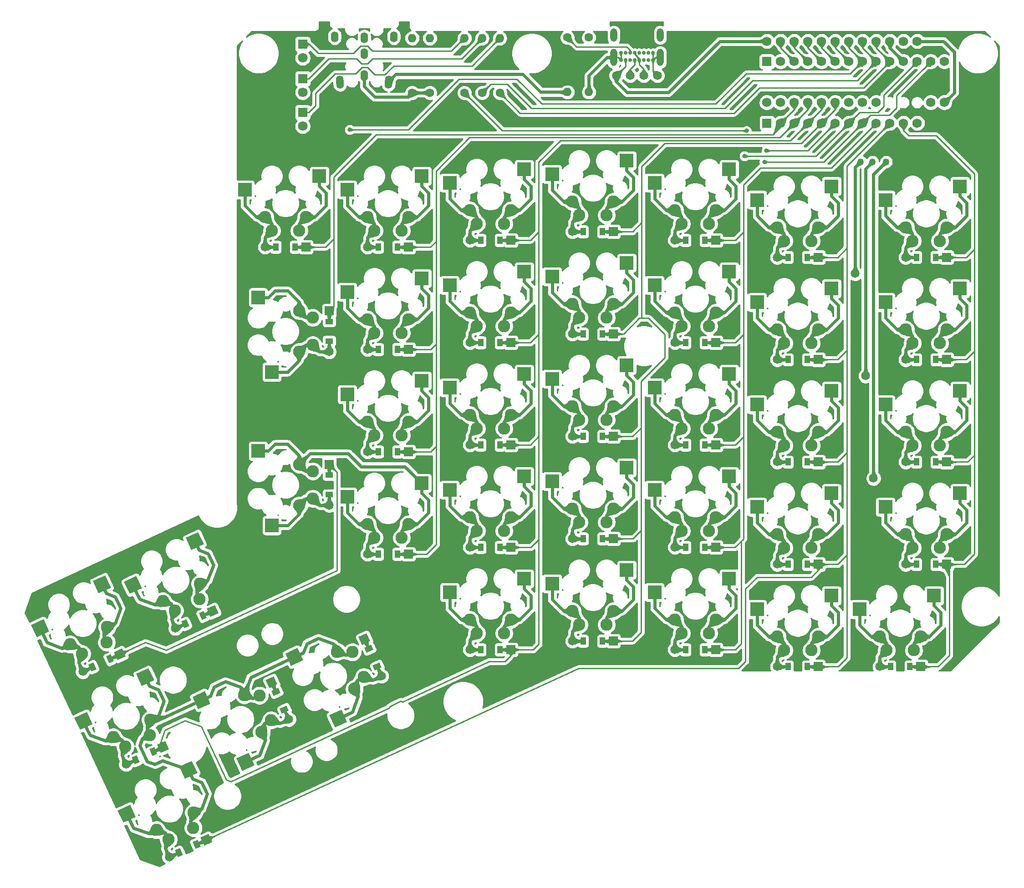
<source format=gbr>
G04 #@! TF.GenerationSoftware,KiCad,Pcbnew,(5.1.4)-1*
G04 #@! TF.CreationDate,2019-10-18T00:21:38+08:00*
G04 #@! TF.ProjectId,ErgoDoxTW,4572676f-446f-4785-9457-2e6b69636164,rev?*
G04 #@! TF.SameCoordinates,PX15feaa0PYb4cd8c0*
G04 #@! TF.FileFunction,Copper,L2,Bot*
G04 #@! TF.FilePolarity,Positive*
%FSLAX46Y46*%
G04 Gerber Fmt 4.6, Leading zero omitted, Abs format (unit mm)*
G04 Created by KiCad (PCBNEW (5.1.4)-1) date 2019-10-18 00:21:38*
%MOMM*%
%LPD*%
G04 APERTURE LIST*
%ADD10O,1.400000X2.000000*%
%ADD11O,1.600000X1.600000*%
%ADD12C,1.600000*%
%ADD13R,1.752600X1.752600*%
%ADD14C,1.752600*%
%ADD15C,0.700000*%
%ADD16O,1.300000X2.500000*%
%ADD17O,1.300000X3.200000*%
%ADD18C,1.651000*%
%ADD19R,1.651000X1.651000*%
%ADD20C,2.286000*%
%ADD21R,1.000000X1.400000*%
%ADD22R,2.550000X2.500000*%
%ADD23C,0.150000*%
%ADD24C,1.000000*%
%ADD25C,2.500000*%
%ADD26R,1.400000X1.000000*%
%ADD27R,2.500000X2.550000*%
%ADD28C,1.800000*%
%ADD29R,1.800000X1.800000*%
%ADD30C,0.812800*%
%ADD31C,1.270000*%
%ADD32C,0.609600*%
%ADD33C,0.254000*%
%ADD34C,0.304800*%
%ADD35C,0.025400*%
G04 APERTURE END LIST*
D10*
X68263248Y146996601D03*
X59263248Y146996601D03*
X69260708Y155683921D03*
X63763248Y148496601D03*
X59163248Y147396601D03*
X63763248Y152496601D03*
X63763248Y155496601D03*
X68363248Y147396601D03*
X58260708Y155683921D03*
D11*
X72671482Y155412608D03*
D12*
X72671482Y145252608D03*
D13*
X138652620Y139597196D03*
D14*
X141192620Y139597196D03*
X143732620Y139597196D03*
X146272620Y139597196D03*
X148812620Y139597196D03*
X151352620Y139597196D03*
X153892620Y139597196D03*
X156432620Y139597196D03*
X158972620Y139597196D03*
X161512620Y139597196D03*
X164052620Y139597196D03*
X166592620Y139597196D03*
X166592620Y154837196D03*
X164052620Y154837196D03*
X161512620Y154837196D03*
X158972620Y154837196D03*
X156432620Y154837196D03*
X153892620Y154837196D03*
X151352620Y154837196D03*
X143732620Y154837196D03*
X141192620Y154837196D03*
X138652620Y154837196D03*
X148812620Y154837196D03*
X146272620Y154837196D03*
D15*
X112351409Y151332201D03*
X113201409Y151332201D03*
X114051409Y151332201D03*
X116601409Y151332201D03*
X115751409Y151332201D03*
X114901409Y151332201D03*
X117451409Y151332201D03*
X111501409Y151332201D03*
X114901409Y152682201D03*
X115751409Y152682201D03*
X116601409Y152682201D03*
X114051409Y152682201D03*
X113201409Y152682201D03*
X112351409Y152682201D03*
X117451409Y152682201D03*
X111501409Y152682201D03*
D16*
X110156409Y155982201D03*
X118796409Y155982201D03*
D17*
X118796409Y151832201D03*
X110156409Y151832201D03*
D18*
X110646409Y148462201D03*
X113186409Y148462201D03*
X115726409Y148462201D03*
X118266409Y148462201D03*
D19*
X71976993Y116534065D03*
D20*
X70706993Y119582065D03*
X64356993Y122122065D03*
D18*
X64356993Y116534065D03*
D21*
X66366993Y116534065D03*
X69966993Y116534065D03*
D22*
X60606993Y127202065D03*
X74456993Y129742065D03*
D20*
X71976993Y122122065D03*
X65626993Y119582065D03*
D18*
X26363517Y23472918D03*
D23*
G36*
X25964231Y22375890D02*
G01*
X25266489Y23872204D01*
X26762803Y24569946D01*
X27460545Y23073632D01*
X25964231Y22375890D01*
X25964231Y22375890D01*
G37*
D20*
X23924366Y25698619D03*
X17095861Y25317015D03*
D18*
X19457452Y20252567D03*
D24*
X21279130Y21102029D03*
D23*
G36*
X21121809Y20256304D02*
G01*
X20530143Y21525135D01*
X21436451Y21947754D01*
X22028117Y20678923D01*
X21121809Y20256304D01*
X21121809Y20256304D01*
G37*
D24*
X24541838Y22623455D03*
D23*
G36*
X24384517Y21777730D02*
G01*
X23792851Y23046561D01*
X24699159Y23469180D01*
X25290825Y22200349D01*
X24384517Y21777730D01*
X24384517Y21777730D01*
G37*
D25*
X11550306Y28336240D03*
D23*
G36*
X10923036Y26664517D02*
G01*
X9866491Y28930286D01*
X12177576Y30007963D01*
X13234121Y27742194D01*
X10923036Y26664517D01*
X10923036Y26664517D01*
G37*
D25*
X23029218Y36491524D03*
D23*
G36*
X22401948Y34819801D02*
G01*
X21345403Y37085570D01*
X23656488Y38163247D01*
X24713033Y35897478D01*
X22401948Y34819801D01*
X22401948Y34819801D01*
G37*
D20*
X24001926Y28537366D03*
X19320322Y23551718D03*
D19*
X172057006Y114628577D03*
D20*
X170787006Y117676577D03*
X164437006Y120216577D03*
D18*
X164437006Y114628577D03*
D21*
X166447006Y114628577D03*
X170047006Y114628577D03*
D22*
X160687006Y125296577D03*
X174537006Y127836577D03*
D20*
X172057006Y120216577D03*
X165707006Y117676577D03*
D19*
X148177208Y114629638D03*
D20*
X146907208Y117677638D03*
X140557208Y120217638D03*
D18*
X140557208Y114629638D03*
D21*
X142567208Y114629638D03*
X146167208Y114629638D03*
D22*
X136807208Y125297638D03*
X150657208Y127837638D03*
D20*
X148177208Y120217638D03*
X141827208Y117677638D03*
D19*
X129126852Y117806230D03*
D20*
X127856852Y120854230D03*
X121506852Y123394230D03*
D18*
X121506852Y117806230D03*
D21*
X123516852Y117806230D03*
X127116852Y117806230D03*
D22*
X117756852Y128474230D03*
X131606852Y131014230D03*
D20*
X129126852Y123394230D03*
X122776852Y120854230D03*
D19*
X110077661Y119404434D03*
D20*
X108807661Y122452434D03*
X102457661Y124992434D03*
D18*
X102457661Y119404434D03*
D21*
X104467661Y119404434D03*
X108067661Y119404434D03*
D22*
X98707661Y130072434D03*
X112557661Y132612434D03*
D20*
X110077661Y124992434D03*
X103727661Y122452434D03*
D19*
X91027043Y117806590D03*
D20*
X89757043Y120854590D03*
X83407043Y123394590D03*
D18*
X83407043Y117806590D03*
D21*
X85417043Y117806590D03*
X89017043Y117806590D03*
D22*
X79657043Y128474590D03*
X93507043Y131014590D03*
D20*
X91027043Y123394590D03*
X84677043Y120854590D03*
D19*
X52927133Y116534155D03*
D20*
X51657133Y119582155D03*
X45307133Y122122155D03*
D18*
X45307133Y116534155D03*
D21*
X47317133Y116534155D03*
X50917133Y116534155D03*
D22*
X41557133Y127202155D03*
X55407133Y129742155D03*
D20*
X52927133Y122122155D03*
X46577133Y119582155D03*
D19*
X172057371Y95582238D03*
D20*
X170787371Y98630238D03*
X164437371Y101170238D03*
D18*
X164437371Y95582238D03*
D21*
X166447371Y95582238D03*
X170047371Y95582238D03*
D22*
X160687371Y106250238D03*
X174537371Y108790238D03*
D20*
X172057371Y101170238D03*
X165707371Y98630238D03*
D19*
X148177089Y95581968D03*
D20*
X146907089Y98629968D03*
X140557089Y101169968D03*
D18*
X140557089Y95581968D03*
D21*
X142567089Y95581968D03*
X146167089Y95581968D03*
D22*
X136807089Y106249968D03*
X150657089Y108789968D03*
D20*
X148177089Y101169968D03*
X141827089Y98629968D03*
D19*
X129127576Y98756749D03*
D20*
X127857576Y101804749D03*
X121507576Y104344749D03*
D18*
X121507576Y98756749D03*
D21*
X123517576Y98756749D03*
X127117576Y98756749D03*
D22*
X117757576Y109424749D03*
X131607576Y111964749D03*
D20*
X129127576Y104344749D03*
X122777576Y101804749D03*
D19*
X110077480Y100354531D03*
D20*
X108807480Y103402531D03*
X102457480Y105942531D03*
D18*
X102457480Y100354531D03*
D21*
X104467480Y100354531D03*
X108067480Y100354531D03*
D22*
X98707480Y111022531D03*
X112557480Y113562531D03*
D20*
X110077480Y105942531D03*
X103727480Y103402531D03*
D19*
X91026865Y98756686D03*
D20*
X89756865Y101804686D03*
X83406865Y104344686D03*
D18*
X83406865Y98756686D03*
D21*
X85416865Y98756686D03*
X89016865Y98756686D03*
D22*
X79656865Y109424686D03*
X93506865Y111964686D03*
D20*
X91026865Y104344686D03*
X84676865Y101804686D03*
D19*
X71976708Y97486760D03*
D20*
X70706708Y100534760D03*
X64356708Y103074760D03*
D18*
X64356708Y97486760D03*
D21*
X66366708Y97486760D03*
X69966708Y97486760D03*
D22*
X60606708Y108154760D03*
X74456708Y110694760D03*
D20*
X71976708Y103074760D03*
X65626708Y100534760D03*
D19*
X57244848Y104661679D03*
D20*
X54196848Y103391679D03*
X51656848Y97041679D03*
D18*
X57244848Y97041679D03*
D26*
X57244848Y99051679D03*
X57244848Y102651679D03*
D27*
X46576848Y93291679D03*
X44036848Y107141679D03*
D20*
X51656848Y104661679D03*
X54196848Y98311679D03*
D19*
X172057613Y76531427D03*
D20*
X170787613Y79579427D03*
X164437613Y82119427D03*
D18*
X164437613Y76531427D03*
D21*
X166447613Y76531427D03*
X170047613Y76531427D03*
D22*
X160687613Y87199427D03*
X174537613Y89739427D03*
D20*
X172057613Y82119427D03*
X165707613Y79579427D03*
D19*
X148177330Y76531159D03*
D20*
X146907330Y79579159D03*
X140557330Y82119159D03*
D18*
X140557330Y76531159D03*
D21*
X142567330Y76531159D03*
X146167330Y76531159D03*
D22*
X136807330Y87199159D03*
X150657330Y89739159D03*
D20*
X148177330Y82119159D03*
X141827330Y79579159D03*
D19*
X129127398Y79706847D03*
D20*
X127857398Y82754847D03*
X121507398Y85294847D03*
D18*
X121507398Y79706847D03*
D21*
X123517398Y79706847D03*
X127117398Y79706847D03*
D22*
X117757398Y90374847D03*
X131607398Y92914847D03*
D20*
X129127398Y85294847D03*
X122777398Y82754847D03*
D19*
X110077301Y81304627D03*
D20*
X108807301Y84352627D03*
X102457301Y86892627D03*
D18*
X102457301Y81304627D03*
D21*
X104467301Y81304627D03*
X108067301Y81304627D03*
D22*
X98707301Y91972627D03*
X112557301Y94512627D03*
D20*
X110077301Y86892627D03*
X103727301Y84352627D03*
D19*
X91027108Y79705876D03*
D20*
X89757108Y82753876D03*
X83407108Y85293876D03*
D18*
X83407108Y79705876D03*
D21*
X85417108Y79705876D03*
X89017108Y79705876D03*
D22*
X79657108Y90373876D03*
X93507108Y92913876D03*
D20*
X91027108Y85293876D03*
X84677108Y82753876D03*
D19*
X71976949Y78435950D03*
D20*
X70706949Y81483950D03*
X64356949Y84023950D03*
D18*
X64356949Y78435950D03*
D21*
X66366949Y78435950D03*
X69966949Y78435950D03*
D22*
X60606949Y89103950D03*
X74456949Y91643950D03*
D20*
X71976949Y84023950D03*
X65626949Y81483950D03*
D19*
X172057435Y57481525D03*
D20*
X170787435Y60529525D03*
X164437435Y63069525D03*
D18*
X164437435Y57481525D03*
D21*
X166447435Y57481525D03*
X170047435Y57481525D03*
D22*
X160687435Y68149525D03*
X174537435Y70689525D03*
D20*
X172057435Y63069525D03*
X165707435Y60529525D03*
D19*
X148177152Y57481256D03*
D20*
X146907152Y60529256D03*
X140557152Y63069256D03*
D18*
X140557152Y57481256D03*
D21*
X142567152Y57481256D03*
X146167152Y57481256D03*
D22*
X136807152Y68149256D03*
X150657152Y70689256D03*
D20*
X148177152Y63069256D03*
X141827152Y60529256D03*
D19*
X129127640Y60656036D03*
D20*
X127857640Y63704036D03*
X121507640Y66244036D03*
D18*
X121507640Y60656036D03*
D21*
X123517640Y60656036D03*
X127117640Y60656036D03*
D22*
X117757640Y71324036D03*
X131607640Y73864036D03*
D20*
X129127640Y66244036D03*
X122777640Y63704036D03*
D19*
X110077121Y62254724D03*
D20*
X108807121Y65302724D03*
X102457121Y67842724D03*
D18*
X102457121Y62254724D03*
D21*
X104467121Y62254724D03*
X108067121Y62254724D03*
D22*
X98707121Y72922724D03*
X112557121Y75462724D03*
D20*
X110077121Y67842724D03*
X103727121Y65302724D03*
D19*
X91026928Y60655974D03*
D20*
X89756928Y63703974D03*
X83406928Y66243974D03*
D18*
X83406928Y60655974D03*
D21*
X85416928Y60655974D03*
X89016928Y60655974D03*
D22*
X79656928Y71323974D03*
X93506928Y73863974D03*
D20*
X91026928Y66243974D03*
X84676928Y63703974D03*
D19*
X71976771Y59386046D03*
D20*
X70706771Y62434046D03*
X64356771Y64974046D03*
D18*
X64356771Y59386046D03*
D21*
X66366771Y59386046D03*
X69966771Y59386046D03*
D22*
X60606771Y70054046D03*
X74456771Y72594046D03*
D20*
X71976771Y64974046D03*
X65626771Y62434046D03*
D19*
X57245093Y76087615D03*
D20*
X54197093Y74817615D03*
X51657093Y68467615D03*
D18*
X57245093Y68467615D03*
D26*
X57245093Y70477615D03*
X57245093Y74077615D03*
D27*
X46577093Y64717615D03*
X44037093Y78567615D03*
D20*
X51657093Y76087615D03*
X54197093Y69737615D03*
D19*
X167226876Y38431173D03*
D20*
X165956876Y41479173D03*
X159606876Y44019173D03*
D18*
X159606876Y38431173D03*
D21*
X161616876Y38431173D03*
X165216876Y38431173D03*
D22*
X155856876Y49099173D03*
X169706876Y51639173D03*
D20*
X167226876Y44019173D03*
X160876876Y41479173D03*
D19*
X148176973Y38431352D03*
D20*
X146906973Y41479352D03*
X140556973Y44019352D03*
D18*
X140556973Y38431352D03*
D21*
X142566973Y38431352D03*
X146166973Y38431352D03*
D22*
X136806973Y49099352D03*
X150656973Y51639352D03*
D20*
X148176973Y44019352D03*
X141826973Y41479352D03*
D19*
X129127462Y41606132D03*
D20*
X127857462Y44654132D03*
X121507462Y47194132D03*
D18*
X121507462Y41606132D03*
D21*
X123517462Y41606132D03*
X127117462Y41606132D03*
D22*
X117757462Y52274132D03*
X131607462Y54814132D03*
D20*
X129127462Y47194132D03*
X122777462Y44654132D03*
D19*
X110077365Y43203913D03*
D20*
X108807365Y46251913D03*
X102457365Y48791913D03*
D18*
X102457365Y43203913D03*
D21*
X104467365Y43203913D03*
X108067365Y43203913D03*
D22*
X98707365Y53871913D03*
X112557365Y56411913D03*
D20*
X110077365Y48791913D03*
X103727365Y46251913D03*
D19*
X91027654Y41606493D03*
D20*
X89757654Y44654493D03*
X83407654Y47194493D03*
D18*
X83407654Y41606493D03*
D21*
X85417654Y41606493D03*
X89017654Y41606493D03*
D22*
X79657654Y52274493D03*
X93507654Y54814493D03*
D20*
X91027654Y47194493D03*
X84677654Y44654493D03*
D18*
X34415331Y6205983D03*
D23*
G36*
X34016045Y5108955D02*
G01*
X33318303Y6605269D01*
X34814617Y7303011D01*
X35512359Y5806697D01*
X34016045Y5108955D01*
X34016045Y5108955D01*
G37*
D20*
X31976180Y8431684D03*
X25147675Y8050080D03*
D18*
X27509266Y2985632D03*
D24*
X29330944Y3835094D03*
D23*
G36*
X29173623Y2989369D02*
G01*
X28581957Y4258200D01*
X29488265Y4680819D01*
X30079931Y3411988D01*
X29173623Y2989369D01*
X29173623Y2989369D01*
G37*
D24*
X32593652Y5356520D03*
D23*
G36*
X32436331Y4510795D02*
G01*
X31844665Y5779626D01*
X32750973Y6202245D01*
X33342639Y4933414D01*
X32436331Y4510795D01*
X32436331Y4510795D01*
G37*
D25*
X19602120Y11069305D03*
D23*
G36*
X18974850Y9397582D02*
G01*
X17918305Y11663351D01*
X20229390Y12741028D01*
X21285935Y10475259D01*
X18974850Y9397582D01*
X18974850Y9397582D01*
G37*
D25*
X31081032Y19224589D03*
D23*
G36*
X30453762Y17552866D02*
G01*
X29397217Y19818635D01*
X31708302Y20896312D01*
X32764847Y18630543D01*
X30453762Y17552866D01*
X30453762Y17552866D01*
G37*
D20*
X32053740Y11270431D03*
X27372136Y6284783D03*
D18*
X46522097Y35533261D03*
D23*
G36*
X47619125Y35133975D02*
G01*
X46122811Y34436233D01*
X45425069Y35932547D01*
X46921383Y36630289D01*
X47619125Y35133975D01*
X47619125Y35133975D01*
G37*
D20*
X44296396Y33094110D03*
X44678000Y26265605D03*
D18*
X49742448Y28627196D03*
D24*
X48892986Y30448874D03*
D23*
G36*
X49738711Y30291553D02*
G01*
X48469880Y29699887D01*
X48047261Y30606195D01*
X49316092Y31197861D01*
X49738711Y30291553D01*
X49738711Y30291553D01*
G37*
D24*
X47371560Y33711582D03*
D23*
G36*
X48217285Y33554261D02*
G01*
X46948454Y32962595D01*
X46525835Y33868903D01*
X47794666Y34460569D01*
X48217285Y33554261D01*
X48217285Y33554261D01*
G37*
D25*
X41658775Y20720050D03*
D23*
G36*
X43330498Y20092780D02*
G01*
X41064729Y19036235D01*
X39987052Y21347320D01*
X42252821Y22403865D01*
X43330498Y20092780D01*
X43330498Y20092780D01*
G37*
D25*
X33503491Y32198962D03*
D23*
G36*
X35175214Y31571692D02*
G01*
X32909445Y30515147D01*
X31831768Y32826232D01*
X34097537Y33882777D01*
X35175214Y31571692D01*
X35175214Y31571692D01*
G37*
D20*
X41457649Y33171670D03*
X46443297Y28490066D03*
D18*
X63786142Y43585826D03*
D23*
G36*
X64883170Y43186540D02*
G01*
X63386856Y42488798D01*
X62689114Y43985112D01*
X64185428Y44682854D01*
X64883170Y43186540D01*
X64883170Y43186540D01*
G37*
D20*
X61560441Y41146675D03*
X61942045Y34318170D03*
D18*
X67006493Y36679761D03*
D24*
X66157031Y38501439D03*
D23*
G36*
X67002756Y38344118D02*
G01*
X65733925Y37752452D01*
X65311306Y38658760D01*
X66580137Y39250426D01*
X67002756Y38344118D01*
X67002756Y38344118D01*
G37*
D24*
X64635605Y41764147D03*
D23*
G36*
X65481330Y41606826D02*
G01*
X64212499Y41015160D01*
X63789880Y41921468D01*
X65058711Y42513134D01*
X65481330Y41606826D01*
X65481330Y41606826D01*
G37*
D25*
X58922820Y28772615D03*
D23*
G36*
X60594543Y28145345D02*
G01*
X58328774Y27088800D01*
X57251097Y29399885D01*
X59516866Y30456430D01*
X60594543Y28145345D01*
X60594543Y28145345D01*
G37*
D25*
X50767536Y40251527D03*
D23*
G36*
X52439259Y39624257D02*
G01*
X50173490Y38567712D01*
X49095813Y40878797D01*
X51361582Y41935342D01*
X52439259Y39624257D01*
X52439259Y39624257D01*
G37*
D20*
X58721694Y41224235D03*
X63707342Y36542631D03*
D18*
X35578556Y48787103D03*
D23*
G36*
X35179270Y47690075D02*
G01*
X34481528Y49186389D01*
X35977842Y49884131D01*
X36675584Y48387817D01*
X35179270Y47690075D01*
X35179270Y47690075D01*
G37*
D20*
X33139405Y51012804D03*
X26310900Y50631200D03*
D18*
X28672491Y45566752D03*
D24*
X30494169Y46416214D03*
D23*
G36*
X30336848Y45570489D02*
G01*
X29745182Y46839320D01*
X30651490Y47261939D01*
X31243156Y45993108D01*
X30336848Y45570489D01*
X30336848Y45570489D01*
G37*
D24*
X33756877Y47937640D03*
D23*
G36*
X33599556Y47091915D02*
G01*
X33007890Y48360746D01*
X33914198Y48783365D01*
X34505864Y47514534D01*
X33599556Y47091915D01*
X33599556Y47091915D01*
G37*
D25*
X20765345Y53650425D03*
D23*
G36*
X20138075Y51978702D02*
G01*
X19081530Y54244471D01*
X21392615Y55322148D01*
X22449160Y53056379D01*
X20138075Y51978702D01*
X20138075Y51978702D01*
G37*
D25*
X32244257Y61805709D03*
D23*
G36*
X31616987Y60133986D02*
G01*
X30560442Y62399755D01*
X32871527Y63477432D01*
X33928072Y61211663D01*
X31616987Y60133986D01*
X31616987Y60133986D01*
G37*
D20*
X33216965Y53851551D03*
X28535361Y48865903D03*
D18*
X18314300Y40736649D03*
D23*
G36*
X17915014Y39639621D02*
G01*
X17217272Y41135935D01*
X18713586Y41833677D01*
X19411328Y40337363D01*
X17915014Y39639621D01*
X17915014Y39639621D01*
G37*
D20*
X15875149Y42962350D03*
X9046644Y42580746D03*
D18*
X11408235Y37516298D03*
D24*
X13229913Y38365760D03*
D23*
G36*
X13072592Y37520035D02*
G01*
X12480926Y38788866D01*
X13387234Y39211485D01*
X13978900Y37942654D01*
X13072592Y37520035D01*
X13072592Y37520035D01*
G37*
D24*
X16492621Y39887186D03*
D23*
G36*
X16335300Y39041461D02*
G01*
X15743634Y40310292D01*
X16649942Y40732911D01*
X17241608Y39464080D01*
X16335300Y39041461D01*
X16335300Y39041461D01*
G37*
D25*
X3501089Y45599971D03*
D23*
G36*
X2873819Y43928248D02*
G01*
X1817274Y46194017D01*
X4128359Y47271694D01*
X5184904Y45005925D01*
X2873819Y43928248D01*
X2873819Y43928248D01*
G37*
D25*
X14980001Y53755255D03*
D23*
G36*
X14352731Y52083532D02*
G01*
X13296186Y54349301D01*
X15607271Y55426978D01*
X16663816Y53161209D01*
X14352731Y52083532D01*
X14352731Y52083532D01*
G37*
D20*
X15952709Y45801097D03*
X11271105Y40815449D03*
D11*
X75957759Y155406164D03*
D12*
X75957759Y145246164D03*
D11*
X101531453Y145367664D03*
D12*
X101531453Y155527664D03*
D11*
X105533429Y145367475D03*
D12*
X105533429Y155527475D03*
D28*
X52319160Y139030371D03*
D29*
X52319160Y141570371D03*
D28*
X52319384Y151730255D03*
D29*
X52319384Y154270255D03*
D28*
X52319633Y145330216D03*
D29*
X52319633Y147870216D03*
D14*
X138637435Y143432610D03*
X141177435Y143432610D03*
X143717435Y143432610D03*
X146257435Y143432610D03*
X148797435Y143432610D03*
X151337435Y143432610D03*
X153877435Y143432610D03*
X156417435Y143432610D03*
X158957435Y143432610D03*
X169117435Y143432610D03*
X171657435Y143432610D03*
D13*
X138637435Y151052610D03*
D14*
X171657435Y151052610D03*
X169117435Y151052610D03*
X166577435Y151052610D03*
X164037435Y151052610D03*
X161497435Y151052610D03*
X158957435Y151052610D03*
X156417435Y151052610D03*
X153877435Y151052610D03*
X151337435Y151052610D03*
X148797435Y151052610D03*
X146257435Y151052610D03*
X143717435Y151052610D03*
X141177435Y151052610D03*
D11*
X88981211Y155405637D03*
D12*
X88981211Y145245637D03*
D11*
X85680058Y155406701D03*
D12*
X85680058Y145246701D03*
D11*
X82383134Y155404501D03*
D12*
X82383134Y145244501D03*
D30*
X134863168Y138168801D03*
X138563182Y134468801D03*
X61063198Y138368772D03*
D18*
X158470892Y73487924D03*
D31*
X160823169Y132405567D03*
D18*
X156995993Y92551735D03*
D31*
X158273169Y132405568D03*
D18*
X155063169Y111589100D03*
D31*
X156053169Y132405567D03*
D30*
X134463169Y133468802D03*
X138163168Y132368801D03*
D32*
X170047005Y114628577D02*
X172057006Y114628578D01*
X170047371Y95582237D02*
X172057372Y95582237D01*
X170047436Y57481524D02*
X172057436Y57481524D01*
X165216877Y38431172D02*
X167226877Y38431172D01*
X170047614Y76531428D02*
X172057614Y76531428D01*
D33*
X175958177Y76531111D02*
X177209808Y77782741D01*
X172057773Y76531110D02*
X175958177Y76531111D01*
X177207268Y77782429D02*
X177207268Y98405002D01*
X175667204Y95582237D02*
X172057372Y95582237D01*
X177207268Y98405002D02*
X177207269Y97122302D01*
X177207269Y97122302D02*
X175667204Y95582237D01*
X177207269Y114385115D02*
X177207268Y98405002D01*
X177207268Y116764121D02*
X177207269Y114385115D01*
X175706725Y114628577D02*
X172057006Y114628578D01*
X177207268Y116764121D02*
X177207269Y116129122D01*
X177207269Y116129122D02*
X175706725Y114628577D01*
X177207268Y130174701D02*
X177207268Y116764121D01*
X170113169Y137268802D02*
X177207268Y130174701D01*
X164993169Y137268802D02*
X170113169Y137268802D01*
X164052620Y139597196D02*
X164052620Y138209350D01*
X164052620Y138209350D02*
X164993169Y137268802D01*
X175328671Y57481524D02*
X172057436Y57481524D01*
X177209808Y77785282D02*
X177209808Y59362662D01*
X177209808Y59362662D02*
X175328671Y57481524D01*
X170475539Y38431172D02*
X167226877Y38431172D01*
X172553169Y40508802D02*
X170475539Y38431172D01*
X172057436Y57481524D02*
X172553168Y56985791D01*
X172553168Y56985791D02*
X172553169Y40508802D01*
D32*
X148177207Y114629638D02*
X146167207Y114629637D01*
X146167090Y95581968D02*
X148177089Y95581969D01*
X146167153Y57481256D02*
X148177153Y57481256D01*
X146166971Y38431351D02*
X148176972Y38431352D01*
X146167331Y76531159D02*
X148177332Y76531159D01*
D33*
X148177152Y56401755D02*
X148177153Y57481256D01*
X146884868Y55109470D02*
X148177152Y56401755D01*
X136859107Y55109471D02*
X146884868Y55109470D01*
X103625750Y38124045D02*
X133334195Y38124046D01*
X34415331Y6205983D02*
X103625750Y38124045D01*
X133334195Y38124046D02*
X133339144Y38119094D01*
X133339144Y38119094D02*
X134662484Y39442434D01*
X134662484Y39442434D02*
X134662484Y52912848D01*
X134662484Y52912848D02*
X136859107Y55109471D01*
X151804686Y57481256D02*
X148177153Y57481256D01*
X153518175Y59194745D02*
X151804686Y57481256D01*
X153529605Y59206174D02*
X153518175Y59194745D01*
X153529605Y119322895D02*
X153529606Y100437995D01*
X153529606Y116348554D02*
X153529605Y119322895D01*
X148177207Y114629638D02*
X151810687Y114629638D01*
X151810687Y114629638D02*
X153529606Y116348554D01*
X153529606Y97290935D02*
X153529606Y100437995D01*
X148177089Y95581969D02*
X151820639Y95581968D01*
X151820639Y95581968D02*
X153529606Y97290935D01*
X153529606Y100437995D02*
X153529604Y81334655D01*
X153529604Y81334655D02*
X153529605Y59206174D01*
X153529606Y78240935D02*
X153529604Y81334655D01*
X148177332Y76531159D02*
X151819830Y76531159D01*
X151819830Y76531159D02*
X153529606Y78240935D01*
X151870822Y38431352D02*
X148176972Y38431352D01*
X153527065Y40087594D02*
X151870822Y38431352D01*
X153518175Y59194745D02*
X153527065Y59185855D01*
X153527065Y59185855D02*
X153527065Y40087594D01*
D32*
X32593651Y5356520D02*
X34415331Y6205983D01*
D33*
X153529606Y129065239D02*
X153529605Y119322895D01*
X153553168Y129088801D02*
X153529606Y129065239D01*
X161512620Y139597195D02*
X153553168Y131637744D01*
X153553168Y131637744D02*
X153553168Y129088801D01*
D32*
X110077660Y119404434D02*
X108067659Y119404433D01*
X108067479Y100354531D02*
X110077481Y100354530D01*
X108067302Y81304626D02*
X110077300Y81304626D01*
X108067122Y62254724D02*
X110077120Y62254723D01*
X108067365Y43203914D02*
X110077363Y43203914D01*
D33*
X115371186Y121072953D02*
X115371185Y124001575D01*
X110077660Y119404434D02*
X113702664Y119404433D01*
X113702664Y119404433D02*
X115371186Y121072953D01*
X113633563Y43203914D02*
X110077363Y43203914D01*
X115244184Y44814534D02*
X113633563Y43203914D01*
X115244186Y82866275D02*
X115244186Y86150494D01*
X110077300Y81304626D02*
X113682538Y81304626D01*
X113682538Y81304626D02*
X115244186Y82866275D01*
X115244186Y86150494D02*
X115244185Y65477435D01*
X115244185Y65477435D02*
X115244184Y44814534D01*
X115244185Y63750234D02*
X115244185Y65477435D01*
X110077120Y62254723D02*
X113748674Y62254723D01*
X113748674Y62254723D02*
X115244185Y63750234D01*
D32*
X63786142Y43585825D02*
X64635606Y41764146D01*
D33*
X151337434Y142122011D02*
X151337434Y143432609D01*
X148812620Y139597195D02*
X151337434Y142122011D01*
X147936320Y138720897D02*
X148812620Y139597195D01*
X145034226Y135818802D02*
X147936320Y138720897D01*
X119643168Y135818802D02*
X145034226Y135818802D01*
X115371185Y124001575D02*
X115371186Y131546819D01*
X115371186Y131546819D02*
X119643168Y135818802D01*
X115371185Y103277715D02*
X115371185Y124001575D01*
X115371186Y103277714D02*
X115371185Y103277715D01*
X115244186Y91592986D02*
X115244186Y86150494D01*
X112005730Y100354530D02*
X114936800Y103285600D01*
X110077481Y100354530D02*
X112005730Y100354530D01*
X114936800Y103285600D02*
X116636800Y103285600D01*
X116636800Y103285600D02*
X119636800Y100285600D01*
X119636800Y100285600D02*
X119636800Y95985600D01*
X119636800Y95985600D02*
X115244186Y91592986D01*
D32*
X127116852Y117806231D02*
X129126851Y117806230D01*
X127117577Y98756750D02*
X129127577Y98756750D01*
X127117641Y60656037D02*
X129127642Y60656036D01*
X127117398Y79706846D02*
X129127399Y79706846D01*
X129127461Y41606132D02*
X127117462Y41606133D01*
D33*
X132757103Y41606132D02*
X129127461Y41606132D01*
X133844605Y61774115D02*
X133844606Y42693634D01*
X133844606Y42693634D02*
X132757103Y41606132D01*
X132788201Y98756749D02*
X129127577Y98756750D01*
X134273865Y100242415D02*
X132788201Y98756749D01*
X134273866Y100415136D02*
X134273865Y100242415D01*
X129127642Y60656036D02*
X132723987Y60656037D01*
X132723987Y60656037D02*
X134273864Y62205914D01*
X134273864Y62205914D02*
X134273866Y84225174D01*
X134273866Y84225174D02*
X134273864Y84712854D01*
X134273864Y84712854D02*
X134273866Y100415136D01*
X134273866Y81215274D02*
X134273864Y84712854D01*
X129127399Y79706846D02*
X132765438Y79706847D01*
X132765438Y79706847D02*
X134273866Y81215274D01*
X134273865Y122650295D02*
X134273866Y100415136D01*
X129126851Y117806230D02*
X132774981Y117806231D01*
X134273866Y119305114D02*
X134273865Y122650295D01*
X132774981Y117806231D02*
X134273866Y119305114D01*
D32*
X46522096Y35533261D02*
X47371559Y33711584D01*
D33*
X150652214Y131276789D02*
X158096320Y138720896D01*
X158096320Y138720896D02*
X158972619Y139597196D01*
X137401157Y131276790D02*
X150652214Y131276789D01*
X134273865Y128149498D02*
X137401157Y131276790D01*
X134273865Y122650295D02*
X134273865Y128149498D01*
D32*
X91027045Y117806590D02*
X89017043Y117806591D01*
X89016865Y98756687D02*
X91026863Y98756687D01*
X89017108Y79705877D02*
X91027107Y79705876D01*
X89016928Y60655973D02*
X91026926Y60655973D01*
X89017655Y41606492D02*
X91027655Y41606492D01*
D33*
X96214505Y82007755D02*
X96214506Y64984675D01*
X96214506Y62091615D02*
X96214506Y64984675D01*
X91026926Y60655973D02*
X94778864Y60655974D01*
X94778864Y60655974D02*
X96214506Y62091615D01*
X96214505Y81273695D02*
X96214505Y82007755D01*
X91027107Y79705876D02*
X94646688Y79705876D01*
X94646688Y79705876D02*
X96214505Y81273695D01*
X96214505Y102861155D02*
X96214505Y82007755D01*
X96214506Y100288135D02*
X96214505Y102861155D01*
X91026863Y98756687D02*
X94683058Y98756687D01*
X94683058Y98756687D02*
X96214506Y100288135D01*
X96214506Y122193094D02*
X96214505Y102861155D01*
X91027045Y117806590D02*
X94667722Y117806591D01*
X96214505Y119353374D02*
X96214506Y122193094D01*
X94667722Y117806591D02*
X96214505Y119353374D01*
D32*
X24541837Y22623455D02*
X26363516Y23472918D01*
D33*
X148797435Y142122011D02*
X148797435Y143432609D01*
X146272619Y139597196D02*
X148797435Y142122011D01*
X96214506Y132350138D02*
X96214506Y122193094D01*
X100243168Y136378802D02*
X96214506Y132350138D01*
X146272619Y139597196D02*
X143054226Y136378802D01*
X143054226Y136378802D02*
X100243168Y136378802D01*
X96214504Y42606840D02*
X96214506Y64984675D01*
X95213963Y41606297D02*
X96214504Y42606840D01*
X91026906Y41605751D02*
X95213963Y41606297D01*
X33501913Y27281846D02*
X38130892Y17354969D01*
X30445383Y28394332D02*
X33501913Y27281846D01*
X26708167Y26651640D02*
X30445383Y28394332D01*
X26363516Y23472918D02*
X25907300Y24451277D01*
X25907300Y24451277D02*
X26708167Y26651640D01*
X38990578Y17042069D02*
X68420821Y30765617D01*
X68420821Y30765617D02*
X68519811Y31037589D01*
X68519811Y31037589D02*
X70586107Y32001119D01*
X70586107Y32001119D02*
X70858080Y31902129D01*
X70858080Y31902129D02*
X86982382Y39421015D01*
X89921676Y39421015D02*
X86982382Y39421015D01*
X91027654Y40526993D02*
X89921676Y39421015D01*
X91027654Y41606493D02*
X91027654Y40526993D01*
X38130892Y17354969D02*
X38990578Y17042069D01*
D32*
X69966994Y116534066D02*
X71976994Y116534066D01*
X71976706Y97486759D02*
X69966708Y97486759D01*
X69966949Y78435951D02*
X71976951Y78435950D01*
D33*
X76085096Y116534066D02*
X71976994Y116534066D01*
X77141645Y117590615D02*
X76085096Y116534066D01*
X75398738Y59386046D02*
X71976769Y59386047D01*
X77141645Y61128954D02*
X75398738Y59386046D01*
X76142860Y78435951D02*
X71976951Y78435950D01*
X77141644Y79434734D02*
X76142860Y78435951D01*
X77141644Y79434734D02*
X77141645Y61128954D01*
X76118270Y97486760D02*
X71976706Y97486759D01*
X77141646Y98510134D02*
X76118270Y97486760D01*
X77141645Y117590615D02*
X77141646Y98510134D01*
X77141646Y98510134D02*
X77141644Y79434734D01*
D32*
X69966771Y59386047D02*
X71976769Y59386047D01*
X33756878Y47937641D02*
X35578557Y48787104D01*
D33*
X146257435Y142122010D02*
X146257434Y143432610D01*
X143732619Y139597195D02*
X146257435Y142122010D01*
X77141645Y130707279D02*
X77141645Y117590615D01*
X83333169Y136898801D02*
X77141645Y130707279D01*
X143732619Y139597195D02*
X141034225Y136898801D01*
X141034225Y136898801D02*
X83333169Y136898801D01*
D32*
X50917132Y116534154D02*
X52927133Y116534155D01*
X57244849Y104661678D02*
X57244850Y102651678D01*
X57245094Y76087613D02*
X57245094Y74077614D01*
D33*
X58096725Y118055435D02*
X58096725Y120709735D01*
X52927133Y116534155D02*
X56575446Y116534155D01*
X56575446Y116534155D02*
X58096725Y118055435D01*
X23056553Y42938066D02*
X18314300Y40736649D01*
X26925349Y41529940D02*
X23056553Y42938066D01*
X58698705Y56346134D02*
X58698727Y56346111D01*
X58096726Y105513554D02*
X57244849Y104661678D01*
X58096725Y120709735D02*
X58096726Y105513554D01*
X58698727Y56346111D02*
X26925349Y41529940D01*
X58698729Y56348651D02*
X58701244Y56346134D01*
X58698727Y74634112D02*
X58698729Y56348651D01*
X57245094Y76087613D02*
X57245226Y76087614D01*
X57245226Y76087614D02*
X58698727Y74634112D01*
D32*
X16492620Y39887186D02*
X18314300Y40736649D01*
D33*
X143717434Y142122011D02*
X143717434Y143432609D01*
X141192620Y139597195D02*
X143717434Y142122011D01*
X58096725Y129542359D02*
X58096725Y120709735D01*
X66003168Y137448801D02*
X58096725Y129542359D01*
X139763168Y137448801D02*
X66003168Y137448801D01*
X141192620Y139597195D02*
X141192619Y138878253D01*
X141192619Y138878253D02*
X139763168Y137448801D01*
X158972619Y153577424D02*
X161497435Y151052610D01*
X158972619Y154837195D02*
X158972619Y153577424D01*
X160621135Y150176310D02*
X161497435Y151052610D01*
X156623626Y146178802D02*
X160621135Y150176310D01*
X137243168Y146178801D02*
X156623626Y146178802D01*
X132533169Y141468802D02*
X137243168Y146178801D01*
X88981211Y145245637D02*
X92758047Y141468801D01*
X92758047Y141468801D02*
X132533169Y141468802D01*
X156432619Y153577424D02*
X158957435Y151052610D01*
X156432620Y154837196D02*
X156432619Y153577424D01*
X155433627Y147528802D02*
X158957435Y151052610D01*
X87302160Y146868802D02*
X90363168Y146868802D01*
X85680058Y145246701D02*
X87302160Y146868802D01*
X90363168Y146868802D02*
X94863169Y142368801D01*
X94863169Y142368801D02*
X130853169Y142368801D01*
X130853169Y142368801D02*
X136013168Y147528801D01*
X136013168Y147528801D02*
X155433627Y147528802D01*
X82383134Y145244501D02*
X89458832Y138168802D01*
X89458832Y138168802D02*
X134863168Y138168801D01*
X134863168Y138168801D02*
X134863168Y138168801D01*
X151352620Y139597196D02*
X146224225Y134468801D01*
X146224225Y134468801D02*
X139137918Y134468801D01*
X139137918Y134468801D02*
X138563182Y134468801D01*
D32*
X32602679Y52163815D02*
X33216966Y53851552D01*
X33139406Y51012804D02*
X32602679Y52163815D01*
X15338422Y44113360D02*
X15952709Y45801097D01*
X15875148Y42962350D02*
X15338422Y44113360D01*
X31439454Y9582696D02*
X32053739Y11270432D01*
X31976178Y8431685D02*
X31439454Y9582696D01*
X43145385Y32557386D02*
X41457649Y33171671D01*
X44296396Y33094111D02*
X43145385Y32557386D01*
X60409430Y40609949D02*
X58721694Y41224235D01*
X61560441Y41146674D02*
X60409430Y40609949D01*
X58038555Y42689233D02*
X58721694Y41224235D01*
X55203220Y43721210D02*
X58038555Y42689233D01*
X53067191Y42725164D02*
X55203220Y43721210D01*
X50767537Y40251526D02*
X52452907Y41037427D01*
X52452907Y41037427D02*
X53067191Y42725164D01*
X40774510Y34636668D02*
X41457649Y33171671D01*
X37939174Y35668647D02*
X40774510Y34636668D01*
X35803146Y34672601D02*
X37939174Y35668647D01*
X33503490Y32198964D02*
X35188860Y32984864D01*
X35188860Y32984864D02*
X35803146Y34672601D01*
X25466924Y29220504D02*
X24001926Y28537366D01*
X26498900Y32055840D02*
X25466924Y29220504D01*
X25502855Y34191869D02*
X26498900Y32055840D01*
X23029217Y36491523D02*
X23815118Y34806153D01*
X23815118Y34806153D02*
X25502855Y34191869D01*
X14980001Y53755255D02*
X15765902Y52069885D01*
X17417707Y46484235D02*
X15952709Y45801097D01*
X18449683Y49319571D02*
X17417707Y46484235D01*
X17453638Y51455600D02*
X18449683Y49319571D01*
X15765902Y52069885D02*
X17453638Y51455600D01*
X33518736Y11953571D02*
X32053739Y11270432D01*
X34550714Y14788907D02*
X33518736Y11953571D01*
X33554669Y16924935D02*
X34550714Y14788907D01*
X31081032Y19224591D02*
X31866932Y17539221D01*
X31866932Y17539221D02*
X33554669Y16924935D01*
X34681963Y54534692D02*
X33216966Y53851552D01*
X35713940Y57370027D02*
X34681963Y54534692D01*
X34717894Y59506055D02*
X35713940Y57370027D01*
X32244258Y61805711D02*
X33030159Y60120341D01*
X33030159Y60120341D02*
X34717894Y59506055D01*
X23387639Y26849629D02*
X24001926Y28537366D01*
X23924365Y25698619D02*
X23387639Y26849629D01*
X24928188Y28200233D02*
X24001926Y28537366D01*
X33503490Y32198964D02*
X24928188Y28200233D01*
X42658166Y36470066D02*
X41457649Y33171671D01*
X50767537Y40251526D02*
X42658166Y36470066D01*
D33*
X153892620Y153577425D02*
X156417434Y151052609D01*
X153892620Y154837196D02*
X153892620Y153577425D01*
X96763168Y143168801D02*
X92163168Y147768802D01*
X92163168Y147768802D02*
X81363168Y147768801D01*
X129163168Y143168801D02*
X96763168Y143168801D01*
X156417434Y151052609D02*
X154143626Y148778801D01*
X154143626Y148778801D02*
X134773169Y148778802D01*
X134773169Y148778802D02*
X129163168Y143168801D01*
X81363168Y147768801D02*
X71963138Y138368771D01*
X71963138Y138368771D02*
X61063198Y138368772D01*
D32*
X23393039Y20802597D02*
X24854858Y20270538D01*
X22007482Y23773934D02*
X23393039Y20802597D01*
X23924365Y25698619D02*
X22459368Y25015479D01*
X22459368Y25015479D02*
X22007482Y23773934D01*
X31058374Y19214024D02*
X31081032Y19224590D01*
X26301821Y20945268D02*
X31058374Y19214024D01*
X24854858Y20270538D02*
X26301821Y20945268D01*
X165956876Y42749173D02*
X167226876Y44019172D01*
X165956876Y41479173D02*
X165956876Y42749173D01*
X146906973Y42749351D02*
X148176973Y44019352D01*
X146906973Y41479351D02*
X146906973Y42749351D01*
X127857462Y45924132D02*
X129127461Y47194133D01*
X127857462Y44654132D02*
X127857462Y45924132D01*
X89757653Y45924492D02*
X91027654Y47194492D01*
X89757654Y44654493D02*
X89757653Y45924492D01*
X108807363Y47521914D02*
X110077363Y48791914D01*
X108807364Y46251914D02*
X108807363Y47521914D01*
X168843322Y44019173D02*
X167226876Y44019172D01*
X170976877Y46152726D02*
X168843322Y44019173D01*
X170976877Y48509572D02*
X170976877Y46152726D01*
X169706877Y51639172D02*
X169706877Y49779572D01*
X169706877Y49779572D02*
X170976877Y48509572D01*
X92644100Y47194493D02*
X91027654Y47194492D01*
X94777655Y49328046D02*
X92644100Y47194493D01*
X94777655Y51684892D02*
X94777655Y49328046D01*
X93507655Y54814492D02*
X93507655Y52954892D01*
X93507655Y52954892D02*
X94777655Y51684892D01*
X111693810Y48791914D02*
X110077363Y48791914D01*
X113827363Y50925468D02*
X111693810Y48791914D01*
X113827365Y53282314D02*
X113827363Y50925468D01*
X112557364Y56411914D02*
X112557365Y54552313D01*
X112557365Y54552313D02*
X113827365Y53282314D01*
X149793417Y44019352D02*
X148176973Y44019352D01*
X151926973Y46152905D02*
X149793417Y44019352D01*
X151926972Y48509752D02*
X151926973Y46152905D01*
X150656972Y51639351D02*
X150656973Y49779750D01*
X150656973Y49779750D02*
X151926972Y48509752D01*
X130743908Y47194132D02*
X129127461Y47194133D01*
X132877461Y49327686D02*
X130743908Y47194132D01*
X132877461Y51684532D02*
X132877461Y49327686D01*
X131607462Y54814133D02*
X131607462Y52954533D01*
X131607462Y52954533D02*
X132877461Y51684532D01*
D33*
X151352620Y153577424D02*
X153877434Y151052610D01*
X151352620Y154837195D02*
X151352620Y153577424D01*
D32*
X170787434Y61799524D02*
X172057434Y63069525D01*
X170787435Y60529525D02*
X170787434Y61799524D01*
X146907151Y61799255D02*
X148177151Y63069256D01*
X146907152Y60529256D02*
X146907151Y61799255D01*
X127857641Y64974036D02*
X129127641Y66244037D01*
X127857640Y63704036D02*
X127857641Y64974036D01*
X108807121Y66572724D02*
X110077120Y67842724D01*
X108807121Y65302724D02*
X108807121Y66572724D01*
X89756927Y64973974D02*
X91026927Y66243974D01*
X89756928Y63703974D02*
X89756927Y64973974D01*
X70706771Y63704046D02*
X71976770Y64974046D01*
X70706771Y62434046D02*
X70706771Y63704046D01*
X173673881Y63069525D02*
X172057434Y63069525D01*
X175807435Y65203078D02*
X173673881Y63069525D01*
X175807436Y67559924D02*
X175807435Y65203078D01*
X174537436Y70689524D02*
X174537436Y68829924D01*
X174537436Y68829924D02*
X175807436Y67559924D01*
X131607642Y73864036D02*
X131607640Y72004437D01*
X130744087Y66244037D02*
X129127641Y66244037D01*
X132877642Y68377590D02*
X130744087Y66244037D01*
X132877641Y70734437D02*
X132877642Y68377590D01*
X131607640Y72004437D02*
X132877641Y70734437D01*
X111693567Y67842724D02*
X110077120Y67842724D01*
X113827120Y69976277D02*
X111693567Y67842724D01*
X113827122Y72333124D02*
X113827120Y69976277D01*
X112557122Y75462723D02*
X112557122Y73603123D01*
X112557122Y73603123D02*
X113827122Y72333124D01*
X92643374Y66243974D02*
X91026927Y66243974D01*
X94776927Y68377528D02*
X92643374Y66243974D01*
X94776926Y70734373D02*
X94776927Y68377528D01*
X93506928Y73863974D02*
X93506928Y72004374D01*
X93506928Y72004374D02*
X94776926Y70734373D01*
X73593217Y64974046D02*
X71976770Y64974046D01*
X75726769Y67107601D02*
X73593217Y64974046D01*
X75726771Y69464445D02*
X75726769Y67107601D01*
X74456770Y72594047D02*
X74456770Y70734447D01*
X74456770Y70734447D02*
X75726771Y69464445D01*
X51657094Y77704060D02*
X51657093Y76087614D01*
X49523539Y79837614D02*
X51657094Y77704060D01*
X47166694Y79837616D02*
X49523539Y79837614D01*
X44037092Y78567614D02*
X45896692Y78567614D01*
X45896692Y78567614D02*
X47166694Y79837616D01*
X149793598Y63069256D02*
X148177151Y63069256D01*
X151927151Y65202810D02*
X149793598Y63069256D01*
X151927153Y67559656D02*
X151927151Y65202810D01*
X150657153Y70689255D02*
X150657153Y68829655D01*
X150657153Y68829655D02*
X151927153Y67559656D01*
X52927093Y74817615D02*
X51657093Y76087614D01*
X54197093Y74817615D02*
X52927093Y74817615D01*
X74431770Y72594047D02*
X74456770Y72594047D01*
X71345201Y75680615D02*
X74431770Y72594047D01*
X63191965Y75680614D02*
X71345201Y75680615D01*
X60781506Y78091074D02*
X63191965Y75680614D01*
X51657093Y76087614D02*
X53660554Y78091074D01*
X53660554Y78091074D02*
X60781506Y78091074D01*
D33*
X158469563Y73488407D02*
X158469603Y73488446D01*
X148812619Y153577425D02*
X151337435Y151052610D01*
X148812619Y154837196D02*
X148812619Y153577425D01*
D32*
X158469603Y130052002D02*
X160823169Y132405567D01*
X158469603Y73488446D02*
X158469603Y130052002D01*
X170787614Y80849427D02*
X172057614Y82119427D01*
X170787613Y79579427D02*
X170787614Y80849427D01*
X146907330Y80849159D02*
X148177331Y82119158D01*
X146907331Y79579158D02*
X146907330Y80849159D01*
X108807301Y85622626D02*
X110077300Y86892626D01*
X108807301Y84352626D02*
X108807301Y85622626D01*
X127857398Y84024847D02*
X129127398Y85294846D01*
X127857398Y82754847D02*
X127857398Y84024847D01*
X89757106Y84023877D02*
X91027107Y85293876D01*
X89757108Y82753876D02*
X89757106Y84023877D01*
X70706950Y82753951D02*
X71976951Y84023950D01*
X70706949Y81483950D02*
X70706950Y82753951D01*
X74456951Y91643950D02*
X74456950Y89784350D01*
X73593396Y84023951D02*
X71976951Y84023950D01*
X75726951Y86157504D02*
X73593396Y84023951D01*
X75726951Y88514350D02*
X75726951Y86157504D01*
X74456950Y89784350D02*
X75726951Y88514350D01*
X92643554Y85293876D02*
X91027107Y85293876D01*
X94777107Y87427430D02*
X92643554Y85293876D01*
X94777106Y89784276D02*
X94777107Y87427430D01*
X93507108Y92913877D02*
X93507108Y91054277D01*
X93507108Y91054277D02*
X94777106Y89784276D01*
X173674061Y82119427D02*
X172057614Y82119427D01*
X175807614Y84252982D02*
X173674061Y82119427D01*
X175807615Y86609828D02*
X175807614Y84252982D01*
X174537615Y89739427D02*
X174537613Y87879828D01*
X174537613Y87879828D02*
X175807615Y86609828D01*
X111693748Y86892627D02*
X110077300Y86892626D01*
X113827300Y89026180D02*
X111693748Y86892627D01*
X113827301Y91383027D02*
X113827300Y89026180D01*
X112557302Y94512627D02*
X112557301Y92653027D01*
X112557301Y92653027D02*
X113827301Y91383027D01*
X130743844Y85294847D02*
X129127398Y85294846D01*
X132877399Y87428400D02*
X130743844Y85294847D01*
X132877399Y89785246D02*
X132877399Y87428400D01*
X131607399Y92914846D02*
X131607399Y91055246D01*
X131607399Y91055246D02*
X132877399Y89785246D01*
X149793778Y82119158D02*
X148177331Y82119158D01*
X151927331Y84252712D02*
X149793778Y82119158D01*
X151927332Y86609559D02*
X151927331Y84252712D01*
X150657332Y89739159D02*
X150657332Y87879558D01*
X150657332Y87879558D02*
X151927332Y86609559D01*
D33*
X146272619Y153577424D02*
X148797434Y151052610D01*
X146272619Y154837195D02*
X146272619Y153577424D01*
D32*
X156995993Y92551735D02*
X156995992Y131128391D01*
X156995992Y131128391D02*
X158273169Y132405568D01*
X170787370Y99900237D02*
X172057372Y101170238D01*
X170787371Y98630238D02*
X170787370Y99900237D01*
X146907089Y99899968D02*
X148177088Y101169968D01*
X146907088Y98629969D02*
X146907089Y99899968D01*
X127857578Y103074749D02*
X129127578Y104344750D01*
X127857576Y101804749D02*
X127857578Y103074749D01*
X108807481Y104672531D02*
X110077481Y105942530D01*
X108807481Y103402531D02*
X108807481Y104672531D01*
X89756865Y103074686D02*
X91026864Y104344686D01*
X89756865Y101804686D02*
X89756865Y103074686D01*
X70706707Y101804760D02*
X71976707Y103074760D01*
X70706708Y100534760D02*
X70706707Y101804760D01*
X52926848Y103391678D02*
X51656850Y104661679D01*
X54196848Y103391679D02*
X52926848Y103391678D01*
X51656848Y106278125D02*
X51656850Y104661679D01*
X49523295Y108411678D02*
X51656848Y106278125D01*
X47166450Y108411679D02*
X49523295Y108411678D01*
X44036850Y107141679D02*
X45896450Y107141679D01*
X45896450Y107141679D02*
X47166450Y108411679D01*
X73593154Y103074760D02*
X71976707Y103074760D01*
X75726707Y105208314D02*
X73593154Y103074760D01*
X75726706Y107565159D02*
X75726707Y105208314D01*
X74456708Y110694760D02*
X74456708Y108835160D01*
X74456708Y108835160D02*
X75726706Y107565159D01*
X92643311Y104344686D02*
X91026864Y104344686D01*
X94776863Y106478241D02*
X92643311Y104344686D01*
X94776865Y108835085D02*
X94776863Y106478241D01*
X93506864Y111964687D02*
X93506864Y110105087D01*
X93506864Y110105087D02*
X94776865Y108835085D01*
X111693925Y105942530D02*
X110077481Y105942530D01*
X113827481Y108076084D02*
X111693925Y105942530D01*
X113827481Y110432930D02*
X113827481Y108076084D01*
X112557479Y113562531D02*
X112557479Y111702930D01*
X112557479Y111702930D02*
X113827481Y110432930D01*
X130744022Y104344749D02*
X129127578Y104344750D01*
X132877578Y106478303D02*
X130744022Y104344749D01*
X132877578Y108835149D02*
X132877578Y106478303D01*
X131607576Y111964750D02*
X131607576Y110105150D01*
X131607576Y110105150D02*
X132877578Y108835149D01*
X149793536Y101169968D02*
X148177088Y101169968D01*
X151927088Y103303522D02*
X149793536Y101169968D01*
X151927089Y105660369D02*
X151927088Y103303522D01*
X150657090Y108789969D02*
X150657090Y106930369D01*
X150657090Y106930369D02*
X151927089Y105660369D01*
X173673817Y101170238D02*
X172057372Y101170238D01*
X175807372Y103303791D02*
X173673817Y101170238D01*
X175807372Y105660637D02*
X175807372Y103303791D01*
X174537372Y108790237D02*
X174537372Y106930637D01*
X174537372Y106930637D02*
X175807372Y105660637D01*
D33*
X143732619Y153577424D02*
X146257434Y151052610D01*
X143732620Y154837196D02*
X143732619Y153577424D01*
D32*
X155063169Y131415568D02*
X156053169Y132405567D01*
X155063169Y111589100D02*
X155063169Y131415568D01*
X51657133Y120852155D02*
X52927134Y122122155D01*
X51657134Y119582154D02*
X51657133Y120852155D01*
X70706994Y120852065D02*
X71976995Y122122066D01*
X70706993Y119582065D02*
X70706994Y120852065D01*
X89757044Y122124591D02*
X91027045Y123394590D01*
X89757043Y120854590D02*
X89757044Y122124591D01*
X108807661Y123722434D02*
X110077660Y124992434D01*
X108807661Y122452434D02*
X108807661Y123722434D01*
X127856850Y122124231D02*
X129126851Y123394231D01*
X127856852Y120854230D02*
X127856850Y122124231D01*
X146907207Y118947638D02*
X148177207Y120217638D01*
X146907208Y117677638D02*
X146907207Y118947638D01*
X170787007Y118946578D02*
X172057007Y120216578D01*
X170787007Y117676578D02*
X170787007Y118946578D01*
X54543580Y122122155D02*
X52927134Y122122155D01*
X56677133Y124255709D02*
X54543580Y122122155D01*
X56677133Y126612555D02*
X56677133Y124255709D01*
X55407133Y129742154D02*
X55407132Y127882554D01*
X55407132Y127882554D02*
X56677133Y126612555D01*
X173673451Y120216578D02*
X172057007Y120216578D01*
X175807006Y122350132D02*
X173673451Y120216578D01*
X175807006Y124706978D02*
X175807006Y122350132D01*
X174537006Y127836578D02*
X174537005Y125976977D01*
X174537005Y125976977D02*
X175807006Y124706978D01*
X149793654Y120217638D02*
X148177207Y120217638D01*
X151927207Y122351192D02*
X149793654Y120217638D01*
X151927206Y124708037D02*
X151927207Y122351192D01*
X150657207Y127837638D02*
X150657207Y125978038D01*
X150657207Y125978038D02*
X151927206Y124708037D01*
X130743298Y123394230D02*
X129126851Y123394231D01*
X132876851Y125527784D02*
X130743298Y123394230D01*
X132876851Y127884630D02*
X132876851Y125527784D01*
X131606852Y131014231D02*
X131606852Y129154631D01*
X131606852Y129154631D02*
X132876851Y127884630D01*
X111694106Y124992433D02*
X110077660Y124992434D01*
X113827660Y127125988D02*
X111694106Y124992433D01*
X113827660Y129482834D02*
X113827660Y127125988D01*
X112557659Y132612433D02*
X112557659Y130752833D01*
X112557659Y130752833D02*
X113827660Y129482834D01*
X92643490Y123394591D02*
X91027045Y123394590D01*
X94777045Y125528144D02*
X92643490Y123394591D01*
X94777045Y127884990D02*
X94777045Y125528144D01*
X93507045Y131014590D02*
X93507045Y129154990D01*
X93507045Y129154990D02*
X94777045Y127884990D01*
X73593439Y122122065D02*
X71976995Y122122066D01*
X75726994Y124255620D02*
X73593439Y122122065D01*
X75726995Y126612466D02*
X75726994Y124255620D01*
X74456994Y129742065D02*
X74456993Y127882466D01*
X74456993Y127882466D02*
X75726995Y126612466D01*
D33*
X141192620Y153577425D02*
X143717434Y151052609D01*
X141192620Y154837196D02*
X141192620Y153577425D01*
D34*
X72675958Y155401534D02*
X72671519Y155406083D01*
D33*
X138963169Y133468802D02*
X138963169Y133468802D01*
X160363168Y142668802D02*
X160363168Y144838343D01*
X165701136Y150176310D02*
X166577434Y151052610D01*
X159271180Y141576813D02*
X160363168Y142668802D01*
X160363168Y144838343D02*
X165701136Y150176310D01*
X155872237Y141576812D02*
X159271180Y141576813D01*
X153892619Y139597195D02*
X155872237Y141576812D01*
X153892619Y139597195D02*
X147764226Y133468801D01*
X135037904Y133468801D02*
X134463169Y133468802D01*
X147764226Y133468801D02*
X135037904Y133468801D01*
X168241135Y150176310D02*
X169117435Y151052609D01*
X162763168Y144698344D02*
X168241135Y150176310D01*
X162763168Y142468801D02*
X162763168Y144698344D01*
X161363169Y141068802D02*
X162763168Y142468801D01*
X157904226Y141068801D02*
X161363169Y141068802D01*
X156432619Y139597195D02*
X157904226Y141068801D01*
X138737904Y132368802D02*
X138163168Y132368801D01*
X149204225Y132368802D02*
X138737904Y132368802D01*
X156432619Y139597195D02*
X149204225Y132368802D01*
X117451409Y152682201D02*
X117451408Y151332202D01*
X111501408Y152682201D02*
X111501409Y151332202D01*
X111001408Y151832202D02*
X111501409Y151332202D01*
X110156409Y151832201D02*
X111001408Y151832202D01*
X117951408Y151832202D02*
X117451408Y151332202D01*
X118796408Y151832201D02*
X117951408Y151832202D01*
D32*
X108896809Y151832202D02*
X110156409Y151832201D01*
X105533430Y148468823D02*
X108896809Y151832202D01*
X105533430Y145367476D02*
X105533430Y148468823D01*
X105533242Y145367664D02*
X105533430Y145367476D01*
D33*
X117451408Y149277201D02*
X118266408Y148462202D01*
X117451408Y151332202D02*
X117451408Y149277201D01*
D32*
X172533733Y144308908D02*
X171657435Y143432610D01*
X172533734Y144309366D02*
X172533733Y144308908D01*
X173463168Y145238801D02*
X172533734Y144309366D01*
X173463169Y152818801D02*
X173463168Y145238801D01*
X166592620Y154837195D02*
X171444775Y154837196D01*
X171444775Y154837196D02*
X173463169Y152818801D01*
X96554736Y145367664D02*
X101531452Y145367664D01*
X93253598Y148668802D02*
X96554736Y145367664D01*
X68363248Y147396601D02*
X69635449Y148668802D01*
X69635449Y148668802D02*
X93253598Y148668802D01*
X169123168Y143438344D02*
X169117435Y143432609D01*
X161512619Y153577425D02*
X164037434Y151052609D01*
X161512619Y154837196D02*
X161512619Y153577425D01*
X137413345Y154837196D02*
X138652619Y154837195D01*
X120349056Y145304688D02*
X129881563Y154837195D01*
X129881563Y154837195D02*
X137413345Y154837196D01*
X112636488Y145304688D02*
X120349056Y145304688D01*
X110646409Y147294768D02*
X112636488Y145304688D01*
X110646408Y148462202D02*
X110646409Y147294768D01*
D33*
X112351408Y150167202D02*
X110646408Y148462202D01*
X112351408Y151332201D02*
X112351408Y150167202D01*
D32*
X75951315Y145252609D02*
X75957759Y145246164D01*
X72671482Y145252608D02*
X75951315Y145252609D01*
X71871483Y144452609D02*
X72671482Y145252608D01*
X65697640Y144452609D02*
X71871483Y144452609D01*
X63763248Y148496601D02*
X63763248Y146387001D01*
X63763248Y146387001D02*
X65697640Y144452609D01*
D33*
X83844374Y150268802D02*
X88181212Y154605638D01*
X67579968Y148585600D02*
X69263169Y150268801D01*
X88181212Y154605638D02*
X88981210Y155405637D01*
X65736800Y148585600D02*
X67579968Y148585600D01*
X69263169Y150268801D02*
X83844374Y150268802D01*
X64336800Y149985600D02*
X65736800Y148585600D01*
X63336800Y149985600D02*
X64336800Y149985600D01*
X53473160Y141570371D02*
X54736800Y142834011D01*
X52319160Y141570371D02*
X53473160Y141570371D01*
X54736800Y142834011D02*
X54736800Y145185600D01*
X54736800Y145185600D02*
X58328811Y148777611D01*
X58328811Y148777611D02*
X62128811Y148777611D01*
X62128811Y148777611D02*
X63336800Y149985600D01*
X53473633Y147870216D02*
X52319633Y147870216D01*
X57189017Y151585600D02*
X53473633Y147870216D01*
X81858958Y151585600D02*
X65336800Y151585600D01*
X85680059Y155406701D02*
X81858958Y151585600D01*
X65336800Y151585600D02*
X64390682Y150639482D01*
X64390682Y150639482D02*
X63282918Y150639482D01*
X63282918Y150639482D02*
X62336800Y151585600D01*
X62336800Y151585600D02*
X57189017Y151585600D01*
X81583134Y154604502D02*
X82383133Y155404501D01*
X79964232Y152985600D02*
X81583134Y154604502D01*
X65336800Y152985600D02*
X79964232Y152985600D01*
X53508217Y154270255D02*
X55209671Y152568801D01*
X52319384Y154270255D02*
X53508217Y154270255D01*
X55209671Y152568801D02*
X61720001Y152568801D01*
X61720001Y152568801D02*
X63136800Y153985600D01*
X63136800Y153985600D02*
X64336800Y153985600D01*
X64336800Y153985600D02*
X65336800Y152985600D01*
D32*
X57244848Y99051679D02*
X57244848Y97041678D01*
X52926849Y98311678D02*
X51656848Y97041678D01*
X54196848Y98311678D02*
X52926849Y98311678D01*
X55466849Y97041679D02*
X54196848Y98311678D01*
X57244848Y97041678D02*
X55466849Y97041679D01*
X48436449Y93291678D02*
X46576849Y93291678D01*
X49523296Y93291677D02*
X48436449Y93291678D01*
X51656850Y95425233D02*
X49523296Y93291677D01*
X51656848Y97041678D02*
X51656850Y95425233D01*
X45307134Y116534155D02*
X47317132Y116534154D01*
X45307134Y118312154D02*
X46577133Y119582154D01*
X45307134Y116534155D02*
X45307134Y118312154D01*
X46577133Y120852154D02*
X45307133Y122122154D01*
X46577133Y119582154D02*
X46577133Y120852154D01*
X43690687Y122122155D02*
X45307133Y122122154D01*
X41557134Y124255707D02*
X43690687Y122122155D01*
X41557133Y127202154D02*
X41557134Y124255707D01*
X64356995Y116534066D02*
X66366994Y116534066D01*
X64356995Y118312066D02*
X65626995Y119582065D01*
X64356995Y116534066D02*
X64356995Y118312066D01*
X65626995Y120852065D02*
X64356993Y122122066D01*
X65626995Y119582065D02*
X65626995Y120852065D01*
X62740549Y122122066D02*
X64356993Y122122066D01*
X60606995Y124255619D02*
X62740549Y122122066D01*
X60606995Y127202065D02*
X60606995Y124255619D01*
X7581645Y41897606D02*
X9046643Y42580746D01*
X4746310Y42929584D02*
X7581645Y41897606D01*
X3501088Y45599971D02*
X4746310Y42929584D01*
X10734379Y41966460D02*
X9046643Y42580746D01*
X11271105Y40815449D02*
X10734379Y41966460D01*
X10656818Y39127712D02*
X11271105Y40815449D01*
X11408234Y37516298D02*
X10656818Y39127712D01*
X11408234Y37516298D02*
X13229913Y38365760D01*
X21551246Y51965056D02*
X20765345Y53650426D01*
X22010567Y50980039D02*
X21551246Y51965056D01*
X24845902Y49948060D02*
X22010567Y50980039D01*
X26310900Y50631201D02*
X24845902Y49948060D01*
X27998637Y50016914D02*
X26310900Y50631201D01*
X28535361Y48865903D02*
X27998637Y50016914D01*
X27921075Y47178168D02*
X28535361Y48865903D01*
X28672491Y45566753D02*
X27921075Y47178168D01*
X28672491Y45566753D02*
X30494170Y46416216D01*
X12336206Y26650870D02*
X11550305Y28336240D01*
X12795527Y25665853D02*
X12336206Y26650870D01*
X15630863Y24633875D02*
X12795527Y25665853D01*
X17095860Y25317014D02*
X15630863Y24633875D01*
X18783596Y24702729D02*
X17095860Y25317014D01*
X19320322Y23551718D02*
X18783596Y24702729D01*
X18706035Y21863981D02*
X19320322Y23551718D01*
X19457451Y20252567D02*
X18706035Y21863981D01*
X19457451Y20252567D02*
X21279129Y21102028D01*
X62625185Y32853172D02*
X61942046Y34318170D01*
X61593207Y30017836D02*
X62625185Y32853172D01*
X58922820Y28772614D02*
X61593207Y30017836D01*
X65395078Y35928344D02*
X63707343Y36542631D01*
X67006493Y36679760D02*
X65395078Y35928344D01*
X62556331Y36005905D02*
X61942046Y34318170D01*
X63707343Y36542631D02*
X62556331Y36005905D01*
X66157032Y38501438D02*
X67006493Y36679760D01*
X45292286Y27953342D02*
X44677999Y26265606D01*
X46443297Y28490066D02*
X45292286Y27953342D01*
X48131033Y27875782D02*
X46443297Y28490066D01*
X49742447Y28627196D02*
X48131033Y27875782D01*
X45361139Y24800608D02*
X44677999Y26265606D01*
X44329161Y21965272D02*
X45361139Y24800608D01*
X41658774Y20720051D02*
X44329161Y21965272D01*
X48892985Y30448876D02*
X49742447Y28627196D01*
X23682677Y7366940D02*
X25147673Y8050080D01*
X20847340Y8398918D02*
X23682677Y7366940D01*
X19602119Y11069306D02*
X20847340Y8398918D01*
X26835411Y7435794D02*
X25147673Y8050080D01*
X27372136Y6284783D02*
X26835411Y7435794D01*
X26757850Y4597048D02*
X27372136Y6284783D01*
X27509264Y2985632D02*
X26757850Y4597048D01*
X27509264Y2985632D02*
X29330944Y3835096D01*
X83407653Y41606492D02*
X85417654Y41606493D01*
X84677655Y45924492D02*
X83407654Y47194493D01*
X84677655Y44654493D02*
X84677655Y45924492D01*
X83407655Y43384493D02*
X84677655Y44654493D01*
X83407653Y41606492D02*
X83407655Y43384493D01*
X81791208Y47194493D02*
X83407654Y47194493D01*
X79657654Y49328047D02*
X81791208Y47194493D01*
X79657655Y52274493D02*
X79657654Y49328047D01*
X102457365Y43203913D02*
X104467365Y43203914D01*
X102457363Y44981913D02*
X103727365Y46251914D01*
X102457365Y43203913D02*
X102457363Y44981913D01*
X103727364Y47521914D02*
X102457365Y48791913D01*
X103727365Y46251914D02*
X103727364Y47521914D01*
X100840918Y48791913D02*
X102457365Y48791913D01*
X98707365Y50925467D02*
X100840918Y48791913D01*
X98707364Y53871913D02*
X98707365Y50925467D01*
X121507462Y41606132D02*
X123517462Y41606132D01*
X122777461Y45924132D02*
X121507462Y47194133D01*
X122777462Y44654131D02*
X122777461Y45924132D01*
X121507460Y43384133D02*
X122777462Y44654131D01*
X121507462Y41606132D02*
X121507460Y43384133D01*
X119891015Y47194133D02*
X121507462Y47194133D01*
X117757462Y49327688D02*
X119891015Y47194133D01*
X117757462Y52274131D02*
X117757462Y49327688D01*
X140556972Y38431352D02*
X142566971Y38431351D01*
X140556973Y40209351D02*
X141826972Y41479351D01*
X140556972Y38431352D02*
X140556973Y40209351D01*
X141826972Y42749351D02*
X140556972Y44019351D01*
X141826972Y41479351D02*
X141826972Y42749351D01*
X138940526Y44019352D02*
X140556972Y44019351D01*
X136806971Y46152906D02*
X138940526Y44019352D01*
X136806971Y49099352D02*
X136806971Y46152906D01*
X159606875Y38431172D02*
X161616876Y38431173D01*
X160876877Y42749172D02*
X159606876Y44019173D01*
X160876877Y41479173D02*
X160876877Y42749172D01*
X159606877Y40209173D02*
X160876877Y41479173D01*
X159606875Y38431172D02*
X159606877Y40209173D01*
X157990430Y44019173D02*
X159606876Y44019173D01*
X155856876Y46152727D02*
X157990430Y44019173D01*
X155856876Y49099173D02*
X155856876Y46152727D01*
X57245094Y70477614D02*
X57245093Y68467615D01*
X51657094Y66851169D02*
X51657092Y68467614D01*
X49523538Y64717615D02*
X51657094Y66851169D01*
X46577092Y64717615D02*
X49523538Y64717615D01*
X52927092Y69737615D02*
X51657092Y68467614D01*
X54197093Y69737614D02*
X52927092Y69737615D01*
X55467093Y68467615D02*
X54197093Y69737614D01*
X57245093Y68467615D02*
X55467093Y68467615D01*
X64356769Y61164046D02*
X65626769Y62434047D01*
X64356771Y59386046D02*
X64356769Y61164046D01*
X65626771Y63704047D02*
X64356771Y64974046D01*
X65626769Y62434047D02*
X65626771Y63704047D01*
X62740324Y64974047D02*
X64356771Y64974046D01*
X60606770Y67107600D02*
X62740324Y64974047D01*
X60606769Y70054047D02*
X60606770Y67107600D01*
X64356771Y59386046D02*
X66366771Y59386047D01*
X83406927Y60655974D02*
X85416927Y60655974D01*
X84676927Y64973974D02*
X83406928Y66243974D01*
X84676927Y63703974D02*
X84676927Y64973974D01*
X83406927Y62433973D02*
X84676927Y63703974D01*
X83406927Y60655974D02*
X83406927Y62433973D01*
X81790480Y66243974D02*
X83406928Y66243974D01*
X79656927Y68377527D02*
X81790480Y66243974D01*
X79656926Y71323973D02*
X79656927Y68377527D01*
X102457121Y62254724D02*
X104467122Y62254724D01*
X102457120Y64032723D02*
X103727120Y65302723D01*
X102457121Y62254724D02*
X102457120Y64032723D01*
X103727122Y66572723D02*
X102457122Y67842723D01*
X103727120Y65302723D02*
X103727122Y66572723D01*
X100840675Y67842723D02*
X102457122Y67842723D01*
X98707122Y69976278D02*
X100840675Y67842723D01*
X98707121Y72922723D02*
X98707122Y69976278D01*
X121507640Y60656036D02*
X123517641Y60656037D01*
X122777642Y64974036D02*
X121507640Y66244037D01*
X122777642Y63704036D02*
X122777642Y64974036D01*
X121507642Y62434037D02*
X122777642Y63704036D01*
X121507640Y60656036D02*
X121507642Y62434037D01*
X119891196Y66244037D02*
X121507640Y66244037D01*
X117757642Y68377590D02*
X119891196Y66244037D01*
X117757642Y71324036D02*
X117757642Y68377590D01*
X140557153Y57481255D02*
X142567153Y57481256D01*
X141827153Y61799255D02*
X140557153Y63069255D01*
X141827152Y60529255D02*
X141827153Y61799255D01*
X140557151Y59259255D02*
X141827152Y60529255D01*
X140557153Y57481255D02*
X140557151Y59259255D01*
X138940706Y63069255D02*
X140557153Y63069255D01*
X136807153Y65202809D02*
X138940706Y63069255D01*
X136807152Y68149255D02*
X136807153Y65202809D01*
X164437434Y57481524D02*
X166447435Y57481525D01*
X165707436Y61799524D02*
X164437436Y63069524D01*
X165707436Y60529524D02*
X165707436Y61799524D01*
X164437435Y59259524D02*
X165707436Y60529524D01*
X164437434Y57481524D02*
X164437435Y59259524D01*
X162820989Y63069524D02*
X164437436Y63069524D01*
X160687435Y65203079D02*
X162820989Y63069524D01*
X160687436Y68149524D02*
X160687435Y65203079D01*
X64356949Y78435950D02*
X66366950Y78435951D01*
X65626951Y82753950D02*
X64356949Y84023950D01*
X65626950Y81483951D02*
X65626951Y82753950D01*
X62740504Y84023951D02*
X64356949Y84023950D01*
X60606950Y86157505D02*
X62740504Y84023951D01*
X60606950Y89103951D02*
X60606950Y86157505D01*
X64356951Y80213951D02*
X65626950Y81483951D01*
X64356949Y78435950D02*
X64356951Y80213951D01*
X83407108Y79705876D02*
X85417108Y79705876D01*
X84677107Y84023876D02*
X83407108Y85293876D01*
X84677106Y82753877D02*
X84677107Y84023876D01*
X81790661Y85293877D02*
X83407108Y85293876D01*
X79657108Y87427431D02*
X81790661Y85293877D01*
X79657106Y90373877D02*
X79657108Y87427431D01*
X83407106Y81483876D02*
X84677106Y82753877D01*
X83407108Y79705876D02*
X83407106Y81483876D01*
X102457301Y81304627D02*
X104467301Y81304627D01*
X100840854Y86892626D02*
X102457301Y86892627D01*
X98707302Y89026181D02*
X100840854Y86892626D01*
X98707301Y91972626D02*
X98707302Y89026181D01*
X103727302Y85622627D02*
X102457301Y86892627D01*
X103727301Y84352626D02*
X103727302Y85622627D01*
X102457300Y83082627D02*
X103727301Y84352626D01*
X102457301Y81304627D02*
X102457300Y83082627D01*
X121507397Y79706846D02*
X123517398Y79706847D01*
X119890953Y85294847D02*
X121507397Y85294846D01*
X117757398Y87428401D02*
X119890953Y85294847D01*
X117757399Y90374846D02*
X117757398Y87428401D01*
X122777399Y84024846D02*
X121507397Y85294846D01*
X122777399Y82754846D02*
X122777399Y84024846D01*
X121507399Y81484847D02*
X122777399Y82754846D01*
X121507397Y79706846D02*
X121507399Y81484847D01*
X140557330Y76531159D02*
X142567332Y76531158D01*
X141827332Y80849159D02*
X140557330Y82119159D01*
X141827331Y79579159D02*
X141827332Y80849159D01*
X140557331Y78309158D02*
X141827331Y79579159D01*
X140557330Y76531159D02*
X140557331Y78309158D01*
X138940885Y82119159D02*
X140557330Y82119159D01*
X136807332Y84252712D02*
X138940885Y82119159D01*
X136807331Y87199159D02*
X136807332Y84252712D01*
X164437613Y76531428D02*
X166447614Y76531428D01*
X164437615Y78309428D02*
X165707615Y79579427D01*
X164437613Y76531428D02*
X164437615Y78309428D01*
X165707615Y80849427D02*
X164437613Y82119428D01*
X165707615Y79579427D02*
X165707615Y80849427D01*
X162821169Y82119428D02*
X164437613Y82119428D01*
X160687615Y84252981D02*
X162821169Y82119428D01*
X160687615Y87199427D02*
X160687615Y84252981D01*
X66366707Y97486760D02*
X64356707Y97486760D01*
X65626707Y101804760D02*
X64356708Y103074760D01*
X65626706Y100534759D02*
X65626707Y101804760D01*
X64356708Y99264758D02*
X65626706Y100534759D01*
X64356707Y97486760D02*
X64356708Y99264758D01*
X62740260Y103074760D02*
X64356708Y103074760D01*
X60606707Y105208313D02*
X62740260Y103074760D01*
X60606706Y108154759D02*
X60606707Y105208313D01*
X83406865Y98756686D02*
X85416865Y98756687D01*
X84676865Y103074687D02*
X83406865Y104344686D01*
X84676863Y101804687D02*
X84676865Y103074687D01*
X83406863Y100534686D02*
X84676863Y101804687D01*
X83406865Y98756686D02*
X83406863Y100534686D01*
X81790418Y104344687D02*
X83406865Y104344686D01*
X79656864Y106478240D02*
X81790418Y104344687D01*
X79656863Y109424687D02*
X79656864Y106478240D01*
X102457481Y100354531D02*
X104467480Y100354531D01*
X103727479Y104672531D02*
X102457480Y105942530D01*
X103727481Y103402530D02*
X103727479Y104672531D01*
X102457480Y102132531D02*
X103727481Y103402530D01*
X102457481Y100354531D02*
X102457480Y102132531D01*
X100841035Y105942530D02*
X102457480Y105942530D01*
X98707480Y108076085D02*
X100841035Y105942530D01*
X98707480Y111022531D02*
X98707480Y108076085D01*
X121507578Y98756750D02*
X123517577Y98756750D01*
X122777578Y103074749D02*
X121507576Y104344750D01*
X122777578Y101804749D02*
X122777578Y103074749D01*
X121507578Y100534750D02*
X122777578Y101804749D01*
X121507578Y98756750D02*
X121507578Y100534750D01*
X119891132Y104344750D02*
X121507576Y104344750D01*
X117757578Y106478303D02*
X119891132Y104344750D01*
X117757578Y109424749D02*
X117757578Y106478303D01*
X140557089Y95581969D02*
X142567090Y95581968D01*
X141827090Y99899969D02*
X140557089Y101169969D01*
X141827089Y98629968D02*
X141827090Y99899969D01*
X140557088Y97359969D02*
X141827089Y98629968D01*
X140557089Y95581969D02*
X140557088Y97359969D01*
X138940642Y101169968D02*
X140557089Y101169969D01*
X136807090Y103303523D02*
X138940642Y101169968D01*
X136807089Y106249968D02*
X136807090Y103303523D01*
X164437370Y95582237D02*
X166447371Y95582238D01*
X165707372Y99900237D02*
X164437370Y101170238D01*
X165707372Y98630237D02*
X165707372Y99900237D01*
X164437372Y97360238D02*
X165707372Y98630237D01*
X164437370Y95582237D02*
X164437372Y97360238D01*
X162820926Y101170238D02*
X164437370Y101170238D01*
X160687372Y103303791D02*
X162820926Y101170238D01*
X160687372Y106250237D02*
X160687372Y103303791D01*
X83407043Y117806590D02*
X85417044Y117806591D01*
X83407045Y119584591D02*
X84677044Y120854591D01*
X83407043Y117806590D02*
X83407045Y119584591D01*
X84677045Y122124590D02*
X83407043Y123394590D01*
X84677044Y120854591D02*
X84677045Y122124590D01*
X81790598Y123394591D02*
X83407043Y123394590D01*
X79657044Y125528145D02*
X81790598Y123394591D01*
X79657044Y128474591D02*
X79657044Y125528145D01*
X102457661Y119404434D02*
X104467659Y119404434D01*
X102457661Y121182433D02*
X103727660Y122452434D01*
X102457661Y119404434D02*
X102457661Y121182433D01*
X103727660Y123722434D02*
X102457660Y124992433D01*
X103727660Y122452434D02*
X103727660Y123722434D01*
X100841215Y124992433D02*
X102457660Y124992433D01*
X98707660Y127125987D02*
X100841215Y124992433D01*
X98707660Y130072434D02*
X98707660Y127125987D01*
X121506850Y117806231D02*
X123516852Y117806230D01*
X121506850Y119584231D02*
X122776852Y120854229D01*
X121506850Y117806231D02*
X121506850Y119584231D01*
X122776852Y122124231D02*
X121506852Y123394231D01*
X122776852Y120854229D02*
X122776852Y122124231D01*
X119890404Y123394230D02*
X121506852Y123394231D01*
X117756851Y125527785D02*
X119890404Y123394230D01*
X117756851Y128474230D02*
X117756851Y125527785D01*
X142567207Y114629637D02*
X140557208Y114629638D01*
X141827206Y118947637D02*
X140557208Y120217638D01*
X141827207Y117677638D02*
X141827206Y118947637D01*
X140557207Y116407637D02*
X141827207Y117677638D01*
X140557208Y114629638D02*
X140557207Y116407637D01*
X138940762Y120217637D02*
X140557208Y120217638D01*
X136807206Y122351191D02*
X138940762Y120217637D01*
X136807207Y125297638D02*
X136807206Y122351191D01*
X164437007Y114628578D02*
X166447005Y114628578D01*
X164437007Y116406577D02*
X165707006Y117676578D01*
X164437007Y114628578D02*
X164437007Y116406577D01*
X165707006Y118946578D02*
X164437006Y120216577D01*
X165707006Y117676578D02*
X165707006Y118946578D01*
X162820561Y120216577D02*
X164437006Y120216577D01*
X160687006Y122350131D02*
X162820561Y120216577D01*
X160687006Y125296578D02*
X160687006Y122350131D01*
D33*
X113201409Y153177176D02*
X113201409Y152682202D01*
X112565373Y153813212D02*
X113201409Y153177176D01*
X103245904Y153813211D02*
X101531453Y155527664D01*
X112565373Y153813212D02*
X103245904Y153813211D01*
X114051409Y152450320D02*
X114051408Y152682202D01*
X114901409Y151600320D02*
X114051409Y152450320D01*
X114901408Y151332202D02*
X114901409Y151600320D01*
X114901408Y150837228D02*
X114901408Y151332202D01*
X114901408Y150454635D02*
X114901408Y150837228D01*
X115726408Y149629635D02*
X114901408Y150454635D01*
X115726409Y148462202D02*
X115726408Y149629635D01*
X114051408Y150837227D02*
X114051409Y151332202D01*
X114051408Y150494635D02*
X114051408Y150837227D01*
X113186408Y149629634D02*
X114051408Y150494635D01*
X113186409Y148462201D02*
X113186408Y149629634D01*
G36*
X19976087Y8043567D02*
G01*
X19991472Y7999820D01*
X20015094Y7959916D01*
X20015102Y7959900D01*
X20085776Y7840517D01*
X20209348Y7702673D01*
X20357437Y7591585D01*
X20390313Y7575816D01*
X20482527Y7531585D01*
X20482530Y7531584D01*
X20524354Y7511523D01*
X20569288Y7500007D01*
X23317874Y6499603D01*
X23359692Y6479545D01*
X23404621Y6468030D01*
X23404629Y6468027D01*
X23539020Y6433584D01*
X23723869Y6423492D01*
X23907135Y6449656D01*
X23945239Y6463056D01*
X24055118Y6501697D01*
X24073018Y6501747D01*
X24113938Y6498419D01*
X24170204Y6489819D01*
X24240399Y6474773D01*
X24323305Y6452567D01*
X24417831Y6422811D01*
X24505714Y6391496D01*
X24629052Y6340408D01*
X24972557Y6272080D01*
X25322793Y6272080D01*
X25594136Y6326054D01*
X25594136Y6109665D01*
X25662464Y5766160D01*
X25796493Y5442584D01*
X25810729Y5421278D01*
X25841702Y5339974D01*
X25865842Y5262451D01*
X25882410Y5192814D01*
X25892290Y5131124D01*
X25896486Y5077141D01*
X25896026Y5030172D01*
X25891807Y4989184D01*
X25884415Y4952617D01*
X25881416Y4942885D01*
X25870455Y4920034D01*
X25858939Y4875102D01*
X25858937Y4875096D01*
X25832712Y4772770D01*
X25824494Y4740705D01*
X25814402Y4555857D01*
X25840566Y4372591D01*
X25886591Y4241714D01*
X25886594Y4241707D01*
X25901982Y4197951D01*
X25925609Y4158039D01*
X26121588Y3737761D01*
X26139043Y3696663D01*
X26148415Y3669212D01*
X26154631Y3645103D01*
X26158347Y3623761D01*
X26160099Y3604334D01*
X26160210Y3585739D01*
X26158733Y3566898D01*
X26155443Y3546709D01*
X26149873Y3524224D01*
X26143129Y3503957D01*
X26104892Y3411644D01*
X26048766Y3129479D01*
X26048766Y2841785D01*
X26104892Y2559620D01*
X26214987Y2293826D01*
X26374821Y2054617D01*
X26578251Y1851187D01*
X26689026Y1777169D01*
X25672009Y1303013D01*
X22095730Y2603476D01*
X19203953Y8805029D01*
X19244511Y8819292D01*
X19548304Y8960953D01*
X19976087Y8043567D01*
X19976087Y8043567D01*
G37*
X19976087Y8043567D02*
X19991472Y7999820D01*
X20015094Y7959916D01*
X20015102Y7959900D01*
X20085776Y7840517D01*
X20209348Y7702673D01*
X20357437Y7591585D01*
X20390313Y7575816D01*
X20482527Y7531585D01*
X20482530Y7531584D01*
X20524354Y7511523D01*
X20569288Y7500007D01*
X23317874Y6499603D01*
X23359692Y6479545D01*
X23404621Y6468030D01*
X23404629Y6468027D01*
X23539020Y6433584D01*
X23723869Y6423492D01*
X23907135Y6449656D01*
X23945239Y6463056D01*
X24055118Y6501697D01*
X24073018Y6501747D01*
X24113938Y6498419D01*
X24170204Y6489819D01*
X24240399Y6474773D01*
X24323305Y6452567D01*
X24417831Y6422811D01*
X24505714Y6391496D01*
X24629052Y6340408D01*
X24972557Y6272080D01*
X25322793Y6272080D01*
X25594136Y6326054D01*
X25594136Y6109665D01*
X25662464Y5766160D01*
X25796493Y5442584D01*
X25810729Y5421278D01*
X25841702Y5339974D01*
X25865842Y5262451D01*
X25882410Y5192814D01*
X25892290Y5131124D01*
X25896486Y5077141D01*
X25896026Y5030172D01*
X25891807Y4989184D01*
X25884415Y4952617D01*
X25881416Y4942885D01*
X25870455Y4920034D01*
X25858939Y4875102D01*
X25858937Y4875096D01*
X25832712Y4772770D01*
X25824494Y4740705D01*
X25814402Y4555857D01*
X25840566Y4372591D01*
X25886591Y4241714D01*
X25886594Y4241707D01*
X25901982Y4197951D01*
X25925609Y4158039D01*
X26121588Y3737761D01*
X26139043Y3696663D01*
X26148415Y3669212D01*
X26154631Y3645103D01*
X26158347Y3623761D01*
X26160099Y3604334D01*
X26160210Y3585739D01*
X26158733Y3566898D01*
X26155443Y3546709D01*
X26149873Y3524224D01*
X26143129Y3503957D01*
X26104892Y3411644D01*
X26048766Y3129479D01*
X26048766Y2841785D01*
X26104892Y2559620D01*
X26214987Y2293826D01*
X26374821Y2054617D01*
X26578251Y1851187D01*
X26689026Y1777169D01*
X25672009Y1303013D01*
X22095730Y2603476D01*
X19203953Y8805029D01*
X19244511Y8819292D01*
X19548304Y8960953D01*
X19976087Y8043567D01*
G36*
X30702503Y13675757D02*
G01*
X30814513Y13405340D01*
X30977127Y13161972D01*
X31184095Y12955004D01*
X31295236Y12880742D01*
X31211541Y12846074D01*
X30920331Y12651494D01*
X30672677Y12403840D01*
X30478097Y12112630D01*
X30344068Y11789054D01*
X30275740Y11445549D01*
X30275740Y11095313D01*
X30344068Y10751808D01*
X30478097Y10428232D01*
X30492334Y10406925D01*
X30523307Y10325617D01*
X30547446Y10248098D01*
X30564016Y10178456D01*
X30573895Y10116771D01*
X30578091Y10062788D01*
X30577631Y10015820D01*
X30573412Y9974831D01*
X30566021Y9938273D01*
X30563018Y9928531D01*
X30552059Y9905682D01*
X30506098Y9726353D01*
X30496006Y9541505D01*
X30510680Y9438723D01*
X30400537Y9273883D01*
X30266508Y8950307D01*
X30198180Y8606802D01*
X30198180Y8256566D01*
X30266508Y7913061D01*
X30400537Y7589485D01*
X30595117Y7298275D01*
X30842771Y7050621D01*
X31133981Y6856041D01*
X31457557Y6722012D01*
X31801062Y6653684D01*
X32151298Y6653684D01*
X32252416Y6673798D01*
X31575004Y6357915D01*
X31467367Y6294196D01*
X31374229Y6210701D01*
X31299170Y6110641D01*
X31245073Y5997859D01*
X31214019Y5876692D01*
X31207200Y5751794D01*
X31224879Y5627965D01*
X31266375Y5509965D01*
X31858041Y4241134D01*
X31883119Y4198773D01*
X30674521Y3635297D01*
X30658221Y3681649D01*
X30066555Y4950480D01*
X30002835Y5058117D01*
X29919340Y5151255D01*
X29819279Y5226315D01*
X29706498Y5280411D01*
X29585330Y5311465D01*
X29460432Y5318284D01*
X29336604Y5300605D01*
X29218604Y5259108D01*
X28548421Y4946596D01*
X28753199Y5151374D01*
X28947779Y5442584D01*
X29081808Y5766160D01*
X29150136Y6109665D01*
X29150136Y6459901D01*
X29081808Y6803406D01*
X28947779Y7126982D01*
X28753199Y7418192D01*
X28505545Y7665846D01*
X28214335Y7860426D01*
X27890759Y7994455D01*
X27547254Y8062783D01*
X27535488Y8062783D01*
X27473402Y8132039D01*
X27325313Y8243127D01*
X27259826Y8274538D01*
X27200224Y8303127D01*
X27200217Y8303130D01*
X27158396Y8323189D01*
X27133848Y8329481D01*
X27124461Y8333440D01*
X27091702Y8351280D01*
X27057583Y8374401D01*
X27021315Y8404233D01*
X26982655Y8442150D01*
X26941751Y8489370D01*
X26899052Y8546827D01*
X26855186Y8615147D01*
X26810803Y8694736D01*
X26772504Y8773533D01*
X26723318Y8892279D01*
X26528738Y9183489D01*
X26281084Y9431143D01*
X25989874Y9625723D01*
X25666298Y9759752D01*
X25322793Y9828080D01*
X24972557Y9828080D01*
X24629052Y9759752D01*
X24409031Y9668617D01*
X24409113Y9669028D01*
X24409113Y9961724D01*
X24352011Y10248797D01*
X24240001Y10519214D01*
X24077387Y10762582D01*
X24051509Y10788460D01*
X24361757Y10995760D01*
X24659137Y11293140D01*
X24892786Y11642821D01*
X24904684Y11671545D01*
X24999384Y11195455D01*
X25197556Y10717026D01*
X25485257Y10286451D01*
X25851431Y9920277D01*
X26282006Y9632576D01*
X26760435Y9434404D01*
X27268333Y9333377D01*
X27786181Y9333377D01*
X28294079Y9434404D01*
X28772508Y9632576D01*
X29203083Y9920277D01*
X29569257Y10286451D01*
X29856958Y10717026D01*
X30055130Y11195455D01*
X30156157Y11703353D01*
X30156157Y12221201D01*
X30055130Y12729099D01*
X29856958Y13207528D01*
X29569257Y13638103D01*
X29411105Y13796255D01*
X29696560Y13739474D01*
X30117118Y13739474D01*
X30529595Y13821521D01*
X30662554Y13876594D01*
X30702503Y13675757D01*
X30702503Y13675757D01*
G37*
X30702503Y13675757D02*
X30814513Y13405340D01*
X30977127Y13161972D01*
X31184095Y12955004D01*
X31295236Y12880742D01*
X31211541Y12846074D01*
X30920331Y12651494D01*
X30672677Y12403840D01*
X30478097Y12112630D01*
X30344068Y11789054D01*
X30275740Y11445549D01*
X30275740Y11095313D01*
X30344068Y10751808D01*
X30478097Y10428232D01*
X30492334Y10406925D01*
X30523307Y10325617D01*
X30547446Y10248098D01*
X30564016Y10178456D01*
X30573895Y10116771D01*
X30578091Y10062788D01*
X30577631Y10015820D01*
X30573412Y9974831D01*
X30566021Y9938273D01*
X30563018Y9928531D01*
X30552059Y9905682D01*
X30506098Y9726353D01*
X30496006Y9541505D01*
X30510680Y9438723D01*
X30400537Y9273883D01*
X30266508Y8950307D01*
X30198180Y8606802D01*
X30198180Y8256566D01*
X30266508Y7913061D01*
X30400537Y7589485D01*
X30595117Y7298275D01*
X30842771Y7050621D01*
X31133981Y6856041D01*
X31457557Y6722012D01*
X31801062Y6653684D01*
X32151298Y6653684D01*
X32252416Y6673798D01*
X31575004Y6357915D01*
X31467367Y6294196D01*
X31374229Y6210701D01*
X31299170Y6110641D01*
X31245073Y5997859D01*
X31214019Y5876692D01*
X31207200Y5751794D01*
X31224879Y5627965D01*
X31266375Y5509965D01*
X31858041Y4241134D01*
X31883119Y4198773D01*
X30674521Y3635297D01*
X30658221Y3681649D01*
X30066555Y4950480D01*
X30002835Y5058117D01*
X29919340Y5151255D01*
X29819279Y5226315D01*
X29706498Y5280411D01*
X29585330Y5311465D01*
X29460432Y5318284D01*
X29336604Y5300605D01*
X29218604Y5259108D01*
X28548421Y4946596D01*
X28753199Y5151374D01*
X28947779Y5442584D01*
X29081808Y5766160D01*
X29150136Y6109665D01*
X29150136Y6459901D01*
X29081808Y6803406D01*
X28947779Y7126982D01*
X28753199Y7418192D01*
X28505545Y7665846D01*
X28214335Y7860426D01*
X27890759Y7994455D01*
X27547254Y8062783D01*
X27535488Y8062783D01*
X27473402Y8132039D01*
X27325313Y8243127D01*
X27259826Y8274538D01*
X27200224Y8303127D01*
X27200217Y8303130D01*
X27158396Y8323189D01*
X27133848Y8329481D01*
X27124461Y8333440D01*
X27091702Y8351280D01*
X27057583Y8374401D01*
X27021315Y8404233D01*
X26982655Y8442150D01*
X26941751Y8489370D01*
X26899052Y8546827D01*
X26855186Y8615147D01*
X26810803Y8694736D01*
X26772504Y8773533D01*
X26723318Y8892279D01*
X26528738Y9183489D01*
X26281084Y9431143D01*
X25989874Y9625723D01*
X25666298Y9759752D01*
X25322793Y9828080D01*
X24972557Y9828080D01*
X24629052Y9759752D01*
X24409031Y9668617D01*
X24409113Y9669028D01*
X24409113Y9961724D01*
X24352011Y10248797D01*
X24240001Y10519214D01*
X24077387Y10762582D01*
X24051509Y10788460D01*
X24361757Y10995760D01*
X24659137Y11293140D01*
X24892786Y11642821D01*
X24904684Y11671545D01*
X24999384Y11195455D01*
X25197556Y10717026D01*
X25485257Y10286451D01*
X25851431Y9920277D01*
X26282006Y9632576D01*
X26760435Y9434404D01*
X27268333Y9333377D01*
X27786181Y9333377D01*
X28294079Y9434404D01*
X28772508Y9632576D01*
X29203083Y9920277D01*
X29569257Y10286451D01*
X29856958Y10717026D01*
X30055130Y11195455D01*
X30156157Y11703353D01*
X30156157Y12221201D01*
X30055130Y12729099D01*
X29856958Y13207528D01*
X29569257Y13638103D01*
X29411105Y13796255D01*
X29696560Y13739474D01*
X30117118Y13739474D01*
X30529595Y13821521D01*
X30662554Y13876594D01*
X30702503Y13675757D01*
G36*
X28036462Y4589215D02*
G01*
X27982365Y4476433D01*
X27957821Y4380668D01*
X27945979Y4385574D01*
X27932091Y4393834D01*
X27916710Y4404813D01*
X27902544Y4416844D01*
X27888780Y4430682D01*
X27874824Y4447241D01*
X27860362Y4467486D01*
X27845338Y4492341D01*
X27836630Y4509439D01*
X27868880Y4533405D01*
X27937203Y4577274D01*
X28016777Y4621648D01*
X28086047Y4655316D01*
X28036462Y4589215D01*
X28036462Y4589215D01*
G37*
X28036462Y4589215D02*
X27982365Y4476433D01*
X27957821Y4380668D01*
X27945979Y4385574D01*
X27932091Y4393834D01*
X27916710Y4404813D01*
X27902544Y4416844D01*
X27888780Y4430682D01*
X27874824Y4447241D01*
X27860362Y4467486D01*
X27845338Y4492341D01*
X27836630Y4509439D01*
X27868880Y4533405D01*
X27937203Y4577274D01*
X28016777Y4621648D01*
X28086047Y4655316D01*
X28036462Y4589215D01*
G36*
X109066063Y51979901D02*
G01*
X109454609Y51818960D01*
X109867086Y51736913D01*
X109912914Y51736913D01*
X109861465Y51478261D01*
X109861465Y51185565D01*
X109918567Y50898492D01*
X110030577Y50628075D01*
X110069440Y50569913D01*
X109902247Y50569913D01*
X109558742Y50501585D01*
X109235166Y50367556D01*
X108943956Y50172976D01*
X108696302Y49925322D01*
X108501722Y49634112D01*
X108367693Y49310536D01*
X108299365Y48967031D01*
X108299365Y48782013D01*
X108297614Y48673295D01*
X108291027Y48582420D01*
X108280142Y48501949D01*
X108265728Y48431835D01*
X108248613Y48371759D01*
X108229596Y48321046D01*
X108209339Y48278694D01*
X108188183Y48243311D01*
X108166041Y48213310D01*
X108159194Y48205740D01*
X108139609Y48189667D01*
X108074888Y48110804D01*
X108022167Y48046565D01*
X107986228Y47979327D01*
X107934900Y47883299D01*
X107905998Y47788021D01*
X107673956Y47632976D01*
X107426302Y47385322D01*
X107231722Y47094112D01*
X107097693Y46770536D01*
X107029365Y46427031D01*
X107029365Y46076795D01*
X107097693Y45733290D01*
X107231722Y45409714D01*
X107426302Y45118504D01*
X107673956Y44870850D01*
X107965166Y44676270D01*
X108288742Y44542241D01*
X108290029Y44541985D01*
X107567365Y44541985D01*
X107442883Y44529725D01*
X107323185Y44493415D01*
X107212871Y44434450D01*
X107116180Y44355098D01*
X107036828Y44258407D01*
X106977863Y44148093D01*
X106941553Y44028395D01*
X106929293Y43903913D01*
X106929293Y42503913D01*
X106941553Y42379431D01*
X106977863Y42259733D01*
X107036828Y42149419D01*
X107116180Y42052728D01*
X107212871Y41973376D01*
X107323185Y41914411D01*
X107442883Y41878101D01*
X107567365Y41865841D01*
X108567365Y41865841D01*
X108691847Y41878101D01*
X108811545Y41914411D01*
X108814423Y41915949D01*
X108897371Y41847876D01*
X109007685Y41788911D01*
X109127383Y41752601D01*
X109251865Y41740341D01*
X110902865Y41740341D01*
X111027347Y41752601D01*
X111147045Y41788911D01*
X111257359Y41847876D01*
X111354050Y41927228D01*
X111433402Y42023919D01*
X111492367Y42134233D01*
X111528677Y42253931D01*
X111540937Y42378413D01*
X111540937Y42418582D01*
X111603128Y42430234D01*
X111680258Y42438607D01*
X111774768Y42441914D01*
X113596140Y42441914D01*
X113633563Y42438228D01*
X113670986Y42441914D01*
X113670989Y42441914D01*
X113782941Y42452940D01*
X113926578Y42496512D01*
X114058955Y42567269D01*
X114174985Y42662492D01*
X114198847Y42691567D01*
X115756540Y44249259D01*
X115785605Y44273112D01*
X115809458Y44302177D01*
X115809463Y44302182D01*
X115880828Y44389140D01*
X115951585Y44521517D01*
X115995157Y44665155D01*
X116009870Y44814533D01*
X116006183Y44851966D01*
X116006184Y50603524D01*
X116031277Y50572947D01*
X116127968Y50493595D01*
X116238282Y50434630D01*
X116357980Y50398320D01*
X116482462Y50386060D01*
X116817663Y50386060D01*
X116817663Y49373855D01*
X116813116Y49327688D01*
X116817663Y49281521D01*
X116831261Y49143455D01*
X116845440Y49096714D01*
X116884999Y48966303D01*
X116972266Y48803038D01*
X117060278Y48695795D01*
X117060281Y48695792D01*
X117089709Y48659934D01*
X117125567Y48630506D01*
X119193831Y46562239D01*
X119223261Y46526379D01*
X119259119Y46496951D01*
X119259120Y46496950D01*
X119296931Y46465919D01*
X119366364Y46408937D01*
X119529629Y46321670D01*
X119706782Y46267931D01*
X119844848Y46254333D01*
X119844857Y46254333D01*
X119862895Y46252556D01*
X119879142Y46245035D01*
X119914802Y46224736D01*
X119962187Y46193147D01*
X120019439Y46149849D01*
X120085178Y46094698D01*
X120158283Y46027772D01*
X120237647Y45949475D01*
X120374053Y45813069D01*
X120665263Y45618489D01*
X120988839Y45484460D01*
X121181064Y45446224D01*
X121067790Y45172755D01*
X120999462Y44829250D01*
X120999462Y44644231D01*
X120997712Y44535525D01*
X120991123Y44444636D01*
X120980239Y44364174D01*
X120965825Y44294062D01*
X120948706Y44233971D01*
X120929694Y44183269D01*
X120909432Y44140906D01*
X120888283Y44105536D01*
X120866131Y44075522D01*
X120859289Y44067957D01*
X120839706Y44051886D01*
X120810278Y44016028D01*
X120722265Y43908785D01*
X120641682Y43758025D01*
X120634997Y43745518D01*
X120581258Y43568364D01*
X120567660Y43430298D01*
X120567660Y43430291D01*
X120563114Y43384134D01*
X120567660Y43337976D01*
X120567661Y42874236D01*
X120566112Y42829633D01*
X120563002Y42800765D01*
X120558451Y42776311D01*
X120552802Y42755409D01*
X120546171Y42737039D01*
X120538422Y42720158D01*
X120529117Y42703699D01*
X120517599Y42686786D01*
X120503047Y42668761D01*
X120475408Y42639538D01*
X120373017Y42537147D01*
X120213183Y42297938D01*
X120103088Y42032144D01*
X120046962Y41749979D01*
X120046962Y41462285D01*
X120103088Y41180120D01*
X120213183Y40914326D01*
X120373017Y40675117D01*
X120576447Y40471687D01*
X120815656Y40311853D01*
X121081450Y40201758D01*
X121363615Y40145632D01*
X121651309Y40145632D01*
X121933474Y40201758D01*
X122199268Y40311853D01*
X122438477Y40471687D01*
X122501125Y40534335D01*
X122566277Y40454947D01*
X122662968Y40375595D01*
X122773282Y40316630D01*
X122892980Y40280320D01*
X123017462Y40268060D01*
X124017462Y40268060D01*
X124141944Y40280320D01*
X124261642Y40316630D01*
X124371956Y40375595D01*
X124468647Y40454947D01*
X124547999Y40551638D01*
X124606964Y40661952D01*
X124643274Y40781650D01*
X124655534Y40906132D01*
X124655534Y42306132D01*
X124643274Y42430614D01*
X124606964Y42550312D01*
X124547999Y42660626D01*
X124468647Y42757317D01*
X124371956Y42836669D01*
X124261642Y42895634D01*
X124141944Y42931944D01*
X124017462Y42944204D01*
X123294798Y42944204D01*
X123296085Y42944460D01*
X123619661Y43078489D01*
X123910871Y43273069D01*
X124158525Y43520723D01*
X124353105Y43811933D01*
X124487134Y44135509D01*
X124555462Y44479014D01*
X124555462Y44829250D01*
X124487134Y45172755D01*
X124353105Y45496331D01*
X124158525Y45787541D01*
X123910871Y46035195D01*
X123678825Y46190243D01*
X123649924Y46285518D01*
X123562657Y46448783D01*
X123474645Y46556026D01*
X123474637Y46556034D01*
X123445214Y46591886D01*
X123425620Y46607967D01*
X123418794Y46615513D01*
X123396638Y46645533D01*
X123375489Y46680903D01*
X123355229Y46723263D01*
X123336214Y46773970D01*
X123319097Y46834058D01*
X123304684Y46904167D01*
X123293799Y46984638D01*
X123287212Y47075512D01*
X123285462Y47184223D01*
X123285462Y47369250D01*
X123217134Y47712755D01*
X123083105Y48036331D01*
X122888525Y48327541D01*
X122640871Y48575195D01*
X122349661Y48769775D01*
X122026085Y48903804D01*
X121682580Y48972132D01*
X121515387Y48972132D01*
X121554250Y49030294D01*
X121666260Y49300711D01*
X121723362Y49587784D01*
X121723362Y49880480D01*
X121671913Y50139132D01*
X121717741Y50139132D01*
X122130218Y50221179D01*
X122518764Y50382120D01*
X122825170Y50586853D01*
X122789589Y50500954D01*
X122688562Y49993056D01*
X122688562Y49475208D01*
X122789589Y48967310D01*
X122987761Y48488881D01*
X123275462Y48058306D01*
X123641636Y47692132D01*
X124072211Y47404431D01*
X124550640Y47206259D01*
X125058538Y47105232D01*
X125576386Y47105232D01*
X126084284Y47206259D01*
X126562713Y47404431D01*
X126993288Y47692132D01*
X127359462Y48058306D01*
X127647163Y48488881D01*
X127845335Y48967310D01*
X127946362Y49475208D01*
X127946362Y49993056D01*
X127845335Y50500954D01*
X127809754Y50586853D01*
X128116160Y50382120D01*
X128504706Y50221179D01*
X128917183Y50139132D01*
X128963011Y50139132D01*
X128911562Y49880480D01*
X128911562Y49587784D01*
X128968664Y49300711D01*
X129080674Y49030294D01*
X129119537Y48972132D01*
X128952344Y48972132D01*
X128608839Y48903804D01*
X128285263Y48769775D01*
X127994053Y48575195D01*
X127746399Y48327541D01*
X127551819Y48036331D01*
X127417790Y47712755D01*
X127349462Y47369250D01*
X127349462Y47184231D01*
X127347711Y47075513D01*
X127341124Y46984638D01*
X127330239Y46904167D01*
X127315826Y46834058D01*
X127298709Y46773970D01*
X127279693Y46723260D01*
X127259437Y46680911D01*
X127238284Y46645533D01*
X127216132Y46615519D01*
X127209294Y46607959D01*
X127189709Y46591886D01*
X127160281Y46556028D01*
X127160278Y46556025D01*
X127072266Y46448782D01*
X126984999Y46285517D01*
X126956098Y46190242D01*
X126724053Y46035195D01*
X126476399Y45787541D01*
X126281819Y45496331D01*
X126147790Y45172755D01*
X126079462Y44829250D01*
X126079462Y44479014D01*
X126147790Y44135509D01*
X126281819Y43811933D01*
X126476399Y43520723D01*
X126724053Y43273069D01*
X127015263Y43078489D01*
X127338839Y42944460D01*
X127340126Y42944204D01*
X126617462Y42944204D01*
X126492980Y42931944D01*
X126373282Y42895634D01*
X126262968Y42836669D01*
X126166277Y42757317D01*
X126086925Y42660626D01*
X126027960Y42550312D01*
X125991650Y42430614D01*
X125979390Y42306132D01*
X125979390Y40906132D01*
X125991650Y40781650D01*
X126027960Y40661952D01*
X126086925Y40551638D01*
X126166277Y40454947D01*
X126262968Y40375595D01*
X126373282Y40316630D01*
X126492980Y40280320D01*
X126617462Y40268060D01*
X127617462Y40268060D01*
X127741944Y40280320D01*
X127861642Y40316630D01*
X127864520Y40318168D01*
X127947468Y40250095D01*
X128057782Y40191130D01*
X128177480Y40154820D01*
X128301962Y40142560D01*
X129952962Y40142560D01*
X130077444Y40154820D01*
X130197142Y40191130D01*
X130307456Y40250095D01*
X130404147Y40329447D01*
X130483499Y40426138D01*
X130542464Y40536452D01*
X130578774Y40656150D01*
X130591034Y40780632D01*
X130591034Y40820800D01*
X130653224Y40832451D01*
X130730356Y40840825D01*
X130824866Y40844132D01*
X132719680Y40844132D01*
X132757103Y40840446D01*
X132794526Y40844132D01*
X132794529Y40844132D01*
X132906481Y40855158D01*
X133050118Y40898730D01*
X133182495Y40969487D01*
X133298525Y41064710D01*
X133322391Y41093791D01*
X133900484Y41671883D01*
X133900484Y39758065D01*
X133028466Y38886046D01*
X103648136Y38886044D01*
X103595583Y38889136D01*
X103536109Y38880901D01*
X103476372Y38875018D01*
X103461892Y38870626D01*
X103446901Y38868550D01*
X103390172Y38848869D01*
X103332735Y38831446D01*
X103286322Y38806638D01*
X85790269Y30737909D01*
X85834363Y30844361D01*
X85981268Y31582898D01*
X85981268Y32335904D01*
X85834363Y33074441D01*
X85546200Y33770128D01*
X85127853Y34396230D01*
X84595397Y34928686D01*
X83969295Y35347033D01*
X83273608Y35635196D01*
X82535071Y35782101D01*
X81782065Y35782101D01*
X81043528Y35635196D01*
X80347841Y35347033D01*
X79721739Y34928686D01*
X79189283Y34396230D01*
X78770936Y33770128D01*
X78482773Y33074441D01*
X78335868Y32335904D01*
X78335868Y31582898D01*
X78482773Y30844361D01*
X78770936Y30148674D01*
X79189283Y29522572D01*
X79721739Y28990116D01*
X80347841Y28571769D01*
X80740545Y28409106D01*
X35637631Y7608804D01*
X35550404Y7572220D01*
X35476839Y7547517D01*
X35412230Y7531233D01*
X35392907Y7572672D01*
X35329187Y7680309D01*
X35245692Y7773447D01*
X35145632Y7848506D01*
X35032851Y7902602D01*
X34911683Y7933657D01*
X34786785Y7940476D01*
X34662957Y7922797D01*
X34544956Y7881301D01*
X33385571Y7340672D01*
X33551823Y7589485D01*
X33685852Y7913061D01*
X33754180Y8256566D01*
X33754180Y8606802D01*
X33685852Y8950307D01*
X33551823Y9273883D01*
X33357243Y9565093D01*
X33109589Y9812747D01*
X33091033Y9825146D01*
X33187149Y9889368D01*
X33434803Y10137022D01*
X33629383Y10428232D01*
X33763412Y10751808D01*
X33769989Y10784870D01*
X33807409Y10875093D01*
X33843675Y10952846D01*
X33877273Y11016299D01*
X33906858Y11064937D01*
X33930615Y11098428D01*
X33942149Y11112097D01*
X33957749Y11121332D01*
X33957753Y11121334D01*
X34077137Y11192007D01*
X34214981Y11315579D01*
X34326069Y11463668D01*
X34371895Y11559208D01*
X34386069Y11588758D01*
X34386070Y11588761D01*
X34406131Y11630585D01*
X34417647Y11675519D01*
X35418049Y14424099D01*
X35438109Y14465921D01*
X35449625Y14510853D01*
X35449627Y14510859D01*
X35484070Y14645250D01*
X35494162Y14830099D01*
X35467998Y15013365D01*
X35421973Y15144242D01*
X35421970Y15144249D01*
X35406582Y15188005D01*
X35382954Y15227918D01*
X34425926Y17280273D01*
X34410537Y17324034D01*
X34356783Y17414837D01*
X34316233Y17483336D01*
X34192661Y17621180D01*
X34044571Y17732268D01*
X33973232Y17766486D01*
X33919482Y17792268D01*
X33919478Y17792270D01*
X33877655Y17812330D01*
X33832722Y17823846D01*
X33099489Y18090721D01*
X33142145Y18115973D01*
X33235283Y18199468D01*
X33310342Y18299528D01*
X33364439Y18412309D01*
X33395493Y18533477D01*
X33402312Y18658375D01*
X33384633Y18782204D01*
X33343137Y18900204D01*
X32560006Y20579635D01*
X33058797Y20912916D01*
X33591253Y21445372D01*
X34009600Y22071474D01*
X34297763Y22767161D01*
X34437886Y23471601D01*
X37424470Y17066850D01*
X37436945Y17031376D01*
X37456101Y16999017D01*
X37456102Y16999015D01*
X37513408Y16902212D01*
X37551164Y16860096D01*
X37084198Y16666672D01*
X36653623Y16378971D01*
X36287449Y16012797D01*
X35999748Y15582222D01*
X35801576Y15103793D01*
X35700549Y14595895D01*
X35700549Y14078047D01*
X35801576Y13570149D01*
X35999748Y13091720D01*
X36287449Y12661145D01*
X36653623Y12294971D01*
X37084198Y12007270D01*
X37562627Y11809098D01*
X38070525Y11708071D01*
X38588373Y11708071D01*
X39096271Y11809098D01*
X39574700Y12007270D01*
X40005275Y12294971D01*
X40371449Y12661145D01*
X40659150Y13091720D01*
X40857322Y13570149D01*
X40958349Y14078047D01*
X40958349Y14595895D01*
X40857322Y15103793D01*
X40659150Y15582222D01*
X40371449Y16012797D01*
X40005275Y16378971D01*
X39744817Y16553003D01*
X50056387Y21361367D01*
X49982580Y20990316D01*
X49982580Y20565030D01*
X50065550Y20147916D01*
X50228299Y19755003D01*
X50464576Y19401391D01*
X50765298Y19100669D01*
X51118910Y18864392D01*
X51511823Y18701643D01*
X51928937Y18618673D01*
X52354223Y18618673D01*
X52771337Y18701643D01*
X53164250Y18864392D01*
X53517862Y19100669D01*
X53818584Y19401391D01*
X54054861Y19755003D01*
X54217610Y20147916D01*
X54300580Y20565030D01*
X54300580Y20990316D01*
X54217610Y21407430D01*
X54054861Y21800343D01*
X53818584Y22153955D01*
X53517862Y22454677D01*
X53164250Y22690954D01*
X53028383Y22747232D01*
X54658828Y23507521D01*
X54585505Y23138904D01*
X54585505Y22713618D01*
X54668475Y22296504D01*
X54831224Y21903591D01*
X55067501Y21549979D01*
X55368223Y21249257D01*
X55721835Y21012980D01*
X56114748Y20850231D01*
X56531862Y20767261D01*
X56957148Y20767261D01*
X57374262Y20850231D01*
X57767175Y21012980D01*
X58120787Y21249257D01*
X58421509Y21549979D01*
X58657786Y21903591D01*
X58820535Y22296504D01*
X58903505Y22713618D01*
X58903505Y23138904D01*
X58820535Y23556018D01*
X58657786Y23948931D01*
X58421509Y24302543D01*
X58120787Y24603265D01*
X57767175Y24839542D01*
X57633817Y24894780D01*
X67942870Y29701971D01*
X67927736Y29625887D01*
X67927736Y29108039D01*
X68028763Y28600141D01*
X68226935Y28121712D01*
X68514636Y27691137D01*
X68880810Y27324963D01*
X69311385Y27037262D01*
X69789814Y26839090D01*
X70297712Y26738063D01*
X70815560Y26738063D01*
X71323458Y26839090D01*
X71801887Y27037262D01*
X72232462Y27324963D01*
X72598636Y27691137D01*
X72886337Y28121712D01*
X73084509Y28600141D01*
X73185536Y29108039D01*
X73185536Y29625887D01*
X73084509Y30133785D01*
X72886337Y30612214D01*
X72598636Y31042789D01*
X72232462Y31408963D01*
X71973951Y31581695D01*
X87151314Y38659015D01*
X89884253Y38659015D01*
X89921676Y38655329D01*
X89959099Y38659015D01*
X89959102Y38659015D01*
X90071054Y38670041D01*
X90214691Y38713613D01*
X90347068Y38784370D01*
X90463098Y38879593D01*
X90486960Y38908669D01*
X91540006Y39961714D01*
X91569076Y39985571D01*
X91664299Y40101601D01*
X91686385Y40142921D01*
X91853154Y40142921D01*
X91977636Y40155181D01*
X92097334Y40191491D01*
X92207648Y40250456D01*
X92304339Y40329808D01*
X92383691Y40426499D01*
X92442656Y40536813D01*
X92478966Y40656511D01*
X92491226Y40780993D01*
X92491226Y40821012D01*
X92552526Y40832458D01*
X92629431Y40840748D01*
X92724109Y40843973D01*
X95176588Y40844292D01*
X95213963Y40840611D01*
X95251437Y40844302D01*
X95251488Y40844302D01*
X95289992Y40848099D01*
X95363342Y40855324D01*
X95363389Y40855338D01*
X95363438Y40855343D01*
X95434557Y40876927D01*
X95506979Y40898896D01*
X95507024Y40898920D01*
X95507070Y40898934D01*
X95570102Y40932636D01*
X95639356Y40969653D01*
X95639397Y40969687D01*
X95639437Y40969708D01*
X95695058Y41015367D01*
X95726314Y41041018D01*
X95726350Y41041054D01*
X95755455Y41064946D01*
X95779277Y41093981D01*
X96726861Y42041566D01*
X96755925Y42065418D01*
X96779778Y42094483D01*
X96779784Y42094489D01*
X96851149Y42181447D01*
X96921905Y42313824D01*
X96965477Y42457462D01*
X96980190Y42606840D01*
X96976503Y42644273D01*
X96976504Y52176425D01*
X96981180Y52170728D01*
X97077871Y52091376D01*
X97188185Y52032411D01*
X97307883Y51996101D01*
X97432365Y51983841D01*
X97767565Y51983841D01*
X97767566Y50971634D01*
X97763019Y50925467D01*
X97767566Y50879302D01*
X97767566Y50879300D01*
X97781164Y50741234D01*
X97790753Y50709623D01*
X97834902Y50564082D01*
X97922169Y50400816D01*
X98010181Y50293574D01*
X98010184Y50293571D01*
X98039612Y50257713D01*
X98075470Y50228285D01*
X100143734Y48160019D01*
X100173164Y48124159D01*
X100209022Y48094731D01*
X100209023Y48094730D01*
X100214509Y48090228D01*
X100316267Y48006717D01*
X100479532Y47919450D01*
X100656685Y47865711D01*
X100794751Y47852113D01*
X100794760Y47852113D01*
X100812798Y47850336D01*
X100829045Y47842815D01*
X100864705Y47822516D01*
X100912090Y47790927D01*
X100969342Y47747629D01*
X101035081Y47692478D01*
X101108187Y47625551D01*
X101187559Y47547247D01*
X101323956Y47410850D01*
X101615166Y47216270D01*
X101938742Y47082241D01*
X102130967Y47044005D01*
X102017693Y46770536D01*
X101949365Y46427031D01*
X101949365Y46242010D01*
X101947615Y46133304D01*
X101941026Y46042417D01*
X101930140Y45961946D01*
X101915727Y45891833D01*
X101898614Y45831762D01*
X101879597Y45781049D01*
X101859335Y45738685D01*
X101838183Y45703310D01*
X101816041Y45673309D01*
X101809194Y45665739D01*
X101789609Y45649666D01*
X101760181Y45613808D01*
X101760180Y45613807D01*
X101738948Y45587936D01*
X101672167Y45506563D01*
X101584900Y45343298D01*
X101531161Y45166144D01*
X101517563Y45028078D01*
X101517563Y45028070D01*
X101513017Y44981913D01*
X101517563Y44935755D01*
X101517564Y44472017D01*
X101516015Y44427414D01*
X101512905Y44398546D01*
X101508354Y44374092D01*
X101502705Y44353190D01*
X101496074Y44334820D01*
X101488325Y44317939D01*
X101479020Y44301480D01*
X101467502Y44284567D01*
X101452950Y44266542D01*
X101425311Y44237319D01*
X101322920Y44134928D01*
X101163086Y43895719D01*
X101052991Y43629925D01*
X100996865Y43347760D01*
X100996865Y43060066D01*
X101052991Y42777901D01*
X101163086Y42512107D01*
X101322920Y42272898D01*
X101526350Y42069468D01*
X101765559Y41909634D01*
X102031353Y41799539D01*
X102313518Y41743413D01*
X102601212Y41743413D01*
X102883377Y41799539D01*
X103149171Y41909634D01*
X103388380Y42069468D01*
X103451028Y42132116D01*
X103516180Y42052728D01*
X103612871Y41973376D01*
X103723185Y41914411D01*
X103842883Y41878101D01*
X103967365Y41865841D01*
X104967365Y41865841D01*
X105091847Y41878101D01*
X105211545Y41914411D01*
X105321859Y41973376D01*
X105418550Y42052728D01*
X105497902Y42149419D01*
X105556867Y42259733D01*
X105593177Y42379431D01*
X105605437Y42503913D01*
X105605437Y43903913D01*
X105593177Y44028395D01*
X105556867Y44148093D01*
X105497902Y44258407D01*
X105418550Y44355098D01*
X105321859Y44434450D01*
X105211545Y44493415D01*
X105091847Y44529725D01*
X104967365Y44541985D01*
X104244701Y44541985D01*
X104245988Y44542241D01*
X104569564Y44676270D01*
X104860774Y44870850D01*
X105108428Y45118504D01*
X105303008Y45409714D01*
X105437037Y45733290D01*
X105505365Y46076795D01*
X105505365Y46427031D01*
X105437037Y46770536D01*
X105303008Y47094112D01*
X105108428Y47385322D01*
X104860774Y47632976D01*
X104628729Y47788024D01*
X104599827Y47883300D01*
X104512560Y48046566D01*
X104424548Y48153808D01*
X104424540Y48153816D01*
X104395117Y48189668D01*
X104375526Y48205746D01*
X104368697Y48213296D01*
X104346541Y48243316D01*
X104325392Y48278686D01*
X104305130Y48321049D01*
X104286118Y48371750D01*
X104269000Y48431840D01*
X104254587Y48501949D01*
X104243702Y48582420D01*
X104237115Y48673294D01*
X104235365Y48782005D01*
X104235365Y48967031D01*
X104167037Y49310536D01*
X104033008Y49634112D01*
X103838428Y49925322D01*
X103590774Y50172976D01*
X103299564Y50367556D01*
X102975988Y50501585D01*
X102632483Y50569913D01*
X102465290Y50569913D01*
X102504153Y50628075D01*
X102616163Y50898492D01*
X102673265Y51185565D01*
X102673265Y51478261D01*
X102621816Y51736913D01*
X102667644Y51736913D01*
X103080121Y51818960D01*
X103468667Y51979901D01*
X103775073Y52184634D01*
X103739492Y52098735D01*
X103638465Y51590837D01*
X103638465Y51072989D01*
X103739492Y50565091D01*
X103937664Y50086662D01*
X104225365Y49656087D01*
X104591539Y49289913D01*
X105022114Y49002212D01*
X105500543Y48804040D01*
X106008441Y48703013D01*
X106526289Y48703013D01*
X107034187Y48804040D01*
X107512616Y49002212D01*
X107943191Y49289913D01*
X108309365Y49656087D01*
X108597066Y50086662D01*
X108795238Y50565091D01*
X108896265Y51072989D01*
X108896265Y51590837D01*
X108795238Y52098735D01*
X108759657Y52184634D01*
X109066063Y51979901D01*
X109066063Y51979901D01*
G37*
X109066063Y51979901D02*
X109454609Y51818960D01*
X109867086Y51736913D01*
X109912914Y51736913D01*
X109861465Y51478261D01*
X109861465Y51185565D01*
X109918567Y50898492D01*
X110030577Y50628075D01*
X110069440Y50569913D01*
X109902247Y50569913D01*
X109558742Y50501585D01*
X109235166Y50367556D01*
X108943956Y50172976D01*
X108696302Y49925322D01*
X108501722Y49634112D01*
X108367693Y49310536D01*
X108299365Y48967031D01*
X108299365Y48782013D01*
X108297614Y48673295D01*
X108291027Y48582420D01*
X108280142Y48501949D01*
X108265728Y48431835D01*
X108248613Y48371759D01*
X108229596Y48321046D01*
X108209339Y48278694D01*
X108188183Y48243311D01*
X108166041Y48213310D01*
X108159194Y48205740D01*
X108139609Y48189667D01*
X108074888Y48110804D01*
X108022167Y48046565D01*
X107986228Y47979327D01*
X107934900Y47883299D01*
X107905998Y47788021D01*
X107673956Y47632976D01*
X107426302Y47385322D01*
X107231722Y47094112D01*
X107097693Y46770536D01*
X107029365Y46427031D01*
X107029365Y46076795D01*
X107097693Y45733290D01*
X107231722Y45409714D01*
X107426302Y45118504D01*
X107673956Y44870850D01*
X107965166Y44676270D01*
X108288742Y44542241D01*
X108290029Y44541985D01*
X107567365Y44541985D01*
X107442883Y44529725D01*
X107323185Y44493415D01*
X107212871Y44434450D01*
X107116180Y44355098D01*
X107036828Y44258407D01*
X106977863Y44148093D01*
X106941553Y44028395D01*
X106929293Y43903913D01*
X106929293Y42503913D01*
X106941553Y42379431D01*
X106977863Y42259733D01*
X107036828Y42149419D01*
X107116180Y42052728D01*
X107212871Y41973376D01*
X107323185Y41914411D01*
X107442883Y41878101D01*
X107567365Y41865841D01*
X108567365Y41865841D01*
X108691847Y41878101D01*
X108811545Y41914411D01*
X108814423Y41915949D01*
X108897371Y41847876D01*
X109007685Y41788911D01*
X109127383Y41752601D01*
X109251865Y41740341D01*
X110902865Y41740341D01*
X111027347Y41752601D01*
X111147045Y41788911D01*
X111257359Y41847876D01*
X111354050Y41927228D01*
X111433402Y42023919D01*
X111492367Y42134233D01*
X111528677Y42253931D01*
X111540937Y42378413D01*
X111540937Y42418582D01*
X111603128Y42430234D01*
X111680258Y42438607D01*
X111774768Y42441914D01*
X113596140Y42441914D01*
X113633563Y42438228D01*
X113670986Y42441914D01*
X113670989Y42441914D01*
X113782941Y42452940D01*
X113926578Y42496512D01*
X114058955Y42567269D01*
X114174985Y42662492D01*
X114198847Y42691567D01*
X115756540Y44249259D01*
X115785605Y44273112D01*
X115809458Y44302177D01*
X115809463Y44302182D01*
X115880828Y44389140D01*
X115951585Y44521517D01*
X115995157Y44665155D01*
X116009870Y44814533D01*
X116006183Y44851966D01*
X116006184Y50603524D01*
X116031277Y50572947D01*
X116127968Y50493595D01*
X116238282Y50434630D01*
X116357980Y50398320D01*
X116482462Y50386060D01*
X116817663Y50386060D01*
X116817663Y49373855D01*
X116813116Y49327688D01*
X116817663Y49281521D01*
X116831261Y49143455D01*
X116845440Y49096714D01*
X116884999Y48966303D01*
X116972266Y48803038D01*
X117060278Y48695795D01*
X117060281Y48695792D01*
X117089709Y48659934D01*
X117125567Y48630506D01*
X119193831Y46562239D01*
X119223261Y46526379D01*
X119259119Y46496951D01*
X119259120Y46496950D01*
X119296931Y46465919D01*
X119366364Y46408937D01*
X119529629Y46321670D01*
X119706782Y46267931D01*
X119844848Y46254333D01*
X119844857Y46254333D01*
X119862895Y46252556D01*
X119879142Y46245035D01*
X119914802Y46224736D01*
X119962187Y46193147D01*
X120019439Y46149849D01*
X120085178Y46094698D01*
X120158283Y46027772D01*
X120237647Y45949475D01*
X120374053Y45813069D01*
X120665263Y45618489D01*
X120988839Y45484460D01*
X121181064Y45446224D01*
X121067790Y45172755D01*
X120999462Y44829250D01*
X120999462Y44644231D01*
X120997712Y44535525D01*
X120991123Y44444636D01*
X120980239Y44364174D01*
X120965825Y44294062D01*
X120948706Y44233971D01*
X120929694Y44183269D01*
X120909432Y44140906D01*
X120888283Y44105536D01*
X120866131Y44075522D01*
X120859289Y44067957D01*
X120839706Y44051886D01*
X120810278Y44016028D01*
X120722265Y43908785D01*
X120641682Y43758025D01*
X120634997Y43745518D01*
X120581258Y43568364D01*
X120567660Y43430298D01*
X120567660Y43430291D01*
X120563114Y43384134D01*
X120567660Y43337976D01*
X120567661Y42874236D01*
X120566112Y42829633D01*
X120563002Y42800765D01*
X120558451Y42776311D01*
X120552802Y42755409D01*
X120546171Y42737039D01*
X120538422Y42720158D01*
X120529117Y42703699D01*
X120517599Y42686786D01*
X120503047Y42668761D01*
X120475408Y42639538D01*
X120373017Y42537147D01*
X120213183Y42297938D01*
X120103088Y42032144D01*
X120046962Y41749979D01*
X120046962Y41462285D01*
X120103088Y41180120D01*
X120213183Y40914326D01*
X120373017Y40675117D01*
X120576447Y40471687D01*
X120815656Y40311853D01*
X121081450Y40201758D01*
X121363615Y40145632D01*
X121651309Y40145632D01*
X121933474Y40201758D01*
X122199268Y40311853D01*
X122438477Y40471687D01*
X122501125Y40534335D01*
X122566277Y40454947D01*
X122662968Y40375595D01*
X122773282Y40316630D01*
X122892980Y40280320D01*
X123017462Y40268060D01*
X124017462Y40268060D01*
X124141944Y40280320D01*
X124261642Y40316630D01*
X124371956Y40375595D01*
X124468647Y40454947D01*
X124547999Y40551638D01*
X124606964Y40661952D01*
X124643274Y40781650D01*
X124655534Y40906132D01*
X124655534Y42306132D01*
X124643274Y42430614D01*
X124606964Y42550312D01*
X124547999Y42660626D01*
X124468647Y42757317D01*
X124371956Y42836669D01*
X124261642Y42895634D01*
X124141944Y42931944D01*
X124017462Y42944204D01*
X123294798Y42944204D01*
X123296085Y42944460D01*
X123619661Y43078489D01*
X123910871Y43273069D01*
X124158525Y43520723D01*
X124353105Y43811933D01*
X124487134Y44135509D01*
X124555462Y44479014D01*
X124555462Y44829250D01*
X124487134Y45172755D01*
X124353105Y45496331D01*
X124158525Y45787541D01*
X123910871Y46035195D01*
X123678825Y46190243D01*
X123649924Y46285518D01*
X123562657Y46448783D01*
X123474645Y46556026D01*
X123474637Y46556034D01*
X123445214Y46591886D01*
X123425620Y46607967D01*
X123418794Y46615513D01*
X123396638Y46645533D01*
X123375489Y46680903D01*
X123355229Y46723263D01*
X123336214Y46773970D01*
X123319097Y46834058D01*
X123304684Y46904167D01*
X123293799Y46984638D01*
X123287212Y47075512D01*
X123285462Y47184223D01*
X123285462Y47369250D01*
X123217134Y47712755D01*
X123083105Y48036331D01*
X122888525Y48327541D01*
X122640871Y48575195D01*
X122349661Y48769775D01*
X122026085Y48903804D01*
X121682580Y48972132D01*
X121515387Y48972132D01*
X121554250Y49030294D01*
X121666260Y49300711D01*
X121723362Y49587784D01*
X121723362Y49880480D01*
X121671913Y50139132D01*
X121717741Y50139132D01*
X122130218Y50221179D01*
X122518764Y50382120D01*
X122825170Y50586853D01*
X122789589Y50500954D01*
X122688562Y49993056D01*
X122688562Y49475208D01*
X122789589Y48967310D01*
X122987761Y48488881D01*
X123275462Y48058306D01*
X123641636Y47692132D01*
X124072211Y47404431D01*
X124550640Y47206259D01*
X125058538Y47105232D01*
X125576386Y47105232D01*
X126084284Y47206259D01*
X126562713Y47404431D01*
X126993288Y47692132D01*
X127359462Y48058306D01*
X127647163Y48488881D01*
X127845335Y48967310D01*
X127946362Y49475208D01*
X127946362Y49993056D01*
X127845335Y50500954D01*
X127809754Y50586853D01*
X128116160Y50382120D01*
X128504706Y50221179D01*
X128917183Y50139132D01*
X128963011Y50139132D01*
X128911562Y49880480D01*
X128911562Y49587784D01*
X128968664Y49300711D01*
X129080674Y49030294D01*
X129119537Y48972132D01*
X128952344Y48972132D01*
X128608839Y48903804D01*
X128285263Y48769775D01*
X127994053Y48575195D01*
X127746399Y48327541D01*
X127551819Y48036331D01*
X127417790Y47712755D01*
X127349462Y47369250D01*
X127349462Y47184231D01*
X127347711Y47075513D01*
X127341124Y46984638D01*
X127330239Y46904167D01*
X127315826Y46834058D01*
X127298709Y46773970D01*
X127279693Y46723260D01*
X127259437Y46680911D01*
X127238284Y46645533D01*
X127216132Y46615519D01*
X127209294Y46607959D01*
X127189709Y46591886D01*
X127160281Y46556028D01*
X127160278Y46556025D01*
X127072266Y46448782D01*
X126984999Y46285517D01*
X126956098Y46190242D01*
X126724053Y46035195D01*
X126476399Y45787541D01*
X126281819Y45496331D01*
X126147790Y45172755D01*
X126079462Y44829250D01*
X126079462Y44479014D01*
X126147790Y44135509D01*
X126281819Y43811933D01*
X126476399Y43520723D01*
X126724053Y43273069D01*
X127015263Y43078489D01*
X127338839Y42944460D01*
X127340126Y42944204D01*
X126617462Y42944204D01*
X126492980Y42931944D01*
X126373282Y42895634D01*
X126262968Y42836669D01*
X126166277Y42757317D01*
X126086925Y42660626D01*
X126027960Y42550312D01*
X125991650Y42430614D01*
X125979390Y42306132D01*
X125979390Y40906132D01*
X125991650Y40781650D01*
X126027960Y40661952D01*
X126086925Y40551638D01*
X126166277Y40454947D01*
X126262968Y40375595D01*
X126373282Y40316630D01*
X126492980Y40280320D01*
X126617462Y40268060D01*
X127617462Y40268060D01*
X127741944Y40280320D01*
X127861642Y40316630D01*
X127864520Y40318168D01*
X127947468Y40250095D01*
X128057782Y40191130D01*
X128177480Y40154820D01*
X128301962Y40142560D01*
X129952962Y40142560D01*
X130077444Y40154820D01*
X130197142Y40191130D01*
X130307456Y40250095D01*
X130404147Y40329447D01*
X130483499Y40426138D01*
X130542464Y40536452D01*
X130578774Y40656150D01*
X130591034Y40780632D01*
X130591034Y40820800D01*
X130653224Y40832451D01*
X130730356Y40840825D01*
X130824866Y40844132D01*
X132719680Y40844132D01*
X132757103Y40840446D01*
X132794526Y40844132D01*
X132794529Y40844132D01*
X132906481Y40855158D01*
X133050118Y40898730D01*
X133182495Y40969487D01*
X133298525Y41064710D01*
X133322391Y41093791D01*
X133900484Y41671883D01*
X133900484Y39758065D01*
X133028466Y38886046D01*
X103648136Y38886044D01*
X103595583Y38889136D01*
X103536109Y38880901D01*
X103476372Y38875018D01*
X103461892Y38870626D01*
X103446901Y38868550D01*
X103390172Y38848869D01*
X103332735Y38831446D01*
X103286322Y38806638D01*
X85790269Y30737909D01*
X85834363Y30844361D01*
X85981268Y31582898D01*
X85981268Y32335904D01*
X85834363Y33074441D01*
X85546200Y33770128D01*
X85127853Y34396230D01*
X84595397Y34928686D01*
X83969295Y35347033D01*
X83273608Y35635196D01*
X82535071Y35782101D01*
X81782065Y35782101D01*
X81043528Y35635196D01*
X80347841Y35347033D01*
X79721739Y34928686D01*
X79189283Y34396230D01*
X78770936Y33770128D01*
X78482773Y33074441D01*
X78335868Y32335904D01*
X78335868Y31582898D01*
X78482773Y30844361D01*
X78770936Y30148674D01*
X79189283Y29522572D01*
X79721739Y28990116D01*
X80347841Y28571769D01*
X80740545Y28409106D01*
X35637631Y7608804D01*
X35550404Y7572220D01*
X35476839Y7547517D01*
X35412230Y7531233D01*
X35392907Y7572672D01*
X35329187Y7680309D01*
X35245692Y7773447D01*
X35145632Y7848506D01*
X35032851Y7902602D01*
X34911683Y7933657D01*
X34786785Y7940476D01*
X34662957Y7922797D01*
X34544956Y7881301D01*
X33385571Y7340672D01*
X33551823Y7589485D01*
X33685852Y7913061D01*
X33754180Y8256566D01*
X33754180Y8606802D01*
X33685852Y8950307D01*
X33551823Y9273883D01*
X33357243Y9565093D01*
X33109589Y9812747D01*
X33091033Y9825146D01*
X33187149Y9889368D01*
X33434803Y10137022D01*
X33629383Y10428232D01*
X33763412Y10751808D01*
X33769989Y10784870D01*
X33807409Y10875093D01*
X33843675Y10952846D01*
X33877273Y11016299D01*
X33906858Y11064937D01*
X33930615Y11098428D01*
X33942149Y11112097D01*
X33957749Y11121332D01*
X33957753Y11121334D01*
X34077137Y11192007D01*
X34214981Y11315579D01*
X34326069Y11463668D01*
X34371895Y11559208D01*
X34386069Y11588758D01*
X34386070Y11588761D01*
X34406131Y11630585D01*
X34417647Y11675519D01*
X35418049Y14424099D01*
X35438109Y14465921D01*
X35449625Y14510853D01*
X35449627Y14510859D01*
X35484070Y14645250D01*
X35494162Y14830099D01*
X35467998Y15013365D01*
X35421973Y15144242D01*
X35421970Y15144249D01*
X35406582Y15188005D01*
X35382954Y15227918D01*
X34425926Y17280273D01*
X34410537Y17324034D01*
X34356783Y17414837D01*
X34316233Y17483336D01*
X34192661Y17621180D01*
X34044571Y17732268D01*
X33973232Y17766486D01*
X33919482Y17792268D01*
X33919478Y17792270D01*
X33877655Y17812330D01*
X33832722Y17823846D01*
X33099489Y18090721D01*
X33142145Y18115973D01*
X33235283Y18199468D01*
X33310342Y18299528D01*
X33364439Y18412309D01*
X33395493Y18533477D01*
X33402312Y18658375D01*
X33384633Y18782204D01*
X33343137Y18900204D01*
X32560006Y20579635D01*
X33058797Y20912916D01*
X33591253Y21445372D01*
X34009600Y22071474D01*
X34297763Y22767161D01*
X34437886Y23471601D01*
X37424470Y17066850D01*
X37436945Y17031376D01*
X37456101Y16999017D01*
X37456102Y16999015D01*
X37513408Y16902212D01*
X37551164Y16860096D01*
X37084198Y16666672D01*
X36653623Y16378971D01*
X36287449Y16012797D01*
X35999748Y15582222D01*
X35801576Y15103793D01*
X35700549Y14595895D01*
X35700549Y14078047D01*
X35801576Y13570149D01*
X35999748Y13091720D01*
X36287449Y12661145D01*
X36653623Y12294971D01*
X37084198Y12007270D01*
X37562627Y11809098D01*
X38070525Y11708071D01*
X38588373Y11708071D01*
X39096271Y11809098D01*
X39574700Y12007270D01*
X40005275Y12294971D01*
X40371449Y12661145D01*
X40659150Y13091720D01*
X40857322Y13570149D01*
X40958349Y14078047D01*
X40958349Y14595895D01*
X40857322Y15103793D01*
X40659150Y15582222D01*
X40371449Y16012797D01*
X40005275Y16378971D01*
X39744817Y16553003D01*
X50056387Y21361367D01*
X49982580Y20990316D01*
X49982580Y20565030D01*
X50065550Y20147916D01*
X50228299Y19755003D01*
X50464576Y19401391D01*
X50765298Y19100669D01*
X51118910Y18864392D01*
X51511823Y18701643D01*
X51928937Y18618673D01*
X52354223Y18618673D01*
X52771337Y18701643D01*
X53164250Y18864392D01*
X53517862Y19100669D01*
X53818584Y19401391D01*
X54054861Y19755003D01*
X54217610Y20147916D01*
X54300580Y20565030D01*
X54300580Y20990316D01*
X54217610Y21407430D01*
X54054861Y21800343D01*
X53818584Y22153955D01*
X53517862Y22454677D01*
X53164250Y22690954D01*
X53028383Y22747232D01*
X54658828Y23507521D01*
X54585505Y23138904D01*
X54585505Y22713618D01*
X54668475Y22296504D01*
X54831224Y21903591D01*
X55067501Y21549979D01*
X55368223Y21249257D01*
X55721835Y21012980D01*
X56114748Y20850231D01*
X56531862Y20767261D01*
X56957148Y20767261D01*
X57374262Y20850231D01*
X57767175Y21012980D01*
X58120787Y21249257D01*
X58421509Y21549979D01*
X58657786Y21903591D01*
X58820535Y22296504D01*
X58903505Y22713618D01*
X58903505Y23138904D01*
X58820535Y23556018D01*
X58657786Y23948931D01*
X58421509Y24302543D01*
X58120787Y24603265D01*
X57767175Y24839542D01*
X57633817Y24894780D01*
X67942870Y29701971D01*
X67927736Y29625887D01*
X67927736Y29108039D01*
X68028763Y28600141D01*
X68226935Y28121712D01*
X68514636Y27691137D01*
X68880810Y27324963D01*
X69311385Y27037262D01*
X69789814Y26839090D01*
X70297712Y26738063D01*
X70815560Y26738063D01*
X71323458Y26839090D01*
X71801887Y27037262D01*
X72232462Y27324963D01*
X72598636Y27691137D01*
X72886337Y28121712D01*
X73084509Y28600141D01*
X73185536Y29108039D01*
X73185536Y29625887D01*
X73084509Y30133785D01*
X72886337Y30612214D01*
X72598636Y31042789D01*
X72232462Y31408963D01*
X71973951Y31581695D01*
X87151314Y38659015D01*
X89884253Y38659015D01*
X89921676Y38655329D01*
X89959099Y38659015D01*
X89959102Y38659015D01*
X90071054Y38670041D01*
X90214691Y38713613D01*
X90347068Y38784370D01*
X90463098Y38879593D01*
X90486960Y38908669D01*
X91540006Y39961714D01*
X91569076Y39985571D01*
X91664299Y40101601D01*
X91686385Y40142921D01*
X91853154Y40142921D01*
X91977636Y40155181D01*
X92097334Y40191491D01*
X92207648Y40250456D01*
X92304339Y40329808D01*
X92383691Y40426499D01*
X92442656Y40536813D01*
X92478966Y40656511D01*
X92491226Y40780993D01*
X92491226Y40821012D01*
X92552526Y40832458D01*
X92629431Y40840748D01*
X92724109Y40843973D01*
X95176588Y40844292D01*
X95213963Y40840611D01*
X95251437Y40844302D01*
X95251488Y40844302D01*
X95289992Y40848099D01*
X95363342Y40855324D01*
X95363389Y40855338D01*
X95363438Y40855343D01*
X95434557Y40876927D01*
X95506979Y40898896D01*
X95507024Y40898920D01*
X95507070Y40898934D01*
X95570102Y40932636D01*
X95639356Y40969653D01*
X95639397Y40969687D01*
X95639437Y40969708D01*
X95695058Y41015367D01*
X95726314Y41041018D01*
X95726350Y41041054D01*
X95755455Y41064946D01*
X95779277Y41093981D01*
X96726861Y42041566D01*
X96755925Y42065418D01*
X96779778Y42094483D01*
X96779784Y42094489D01*
X96851149Y42181447D01*
X96921905Y42313824D01*
X96965477Y42457462D01*
X96980190Y42606840D01*
X96976503Y42644273D01*
X96976504Y52176425D01*
X96981180Y52170728D01*
X97077871Y52091376D01*
X97188185Y52032411D01*
X97307883Y51996101D01*
X97432365Y51983841D01*
X97767565Y51983841D01*
X97767566Y50971634D01*
X97763019Y50925467D01*
X97767566Y50879302D01*
X97767566Y50879300D01*
X97781164Y50741234D01*
X97790753Y50709623D01*
X97834902Y50564082D01*
X97922169Y50400816D01*
X98010181Y50293574D01*
X98010184Y50293571D01*
X98039612Y50257713D01*
X98075470Y50228285D01*
X100143734Y48160019D01*
X100173164Y48124159D01*
X100209022Y48094731D01*
X100209023Y48094730D01*
X100214509Y48090228D01*
X100316267Y48006717D01*
X100479532Y47919450D01*
X100656685Y47865711D01*
X100794751Y47852113D01*
X100794760Y47852113D01*
X100812798Y47850336D01*
X100829045Y47842815D01*
X100864705Y47822516D01*
X100912090Y47790927D01*
X100969342Y47747629D01*
X101035081Y47692478D01*
X101108187Y47625551D01*
X101187559Y47547247D01*
X101323956Y47410850D01*
X101615166Y47216270D01*
X101938742Y47082241D01*
X102130967Y47044005D01*
X102017693Y46770536D01*
X101949365Y46427031D01*
X101949365Y46242010D01*
X101947615Y46133304D01*
X101941026Y46042417D01*
X101930140Y45961946D01*
X101915727Y45891833D01*
X101898614Y45831762D01*
X101879597Y45781049D01*
X101859335Y45738685D01*
X101838183Y45703310D01*
X101816041Y45673309D01*
X101809194Y45665739D01*
X101789609Y45649666D01*
X101760181Y45613808D01*
X101760180Y45613807D01*
X101738948Y45587936D01*
X101672167Y45506563D01*
X101584900Y45343298D01*
X101531161Y45166144D01*
X101517563Y45028078D01*
X101517563Y45028070D01*
X101513017Y44981913D01*
X101517563Y44935755D01*
X101517564Y44472017D01*
X101516015Y44427414D01*
X101512905Y44398546D01*
X101508354Y44374092D01*
X101502705Y44353190D01*
X101496074Y44334820D01*
X101488325Y44317939D01*
X101479020Y44301480D01*
X101467502Y44284567D01*
X101452950Y44266542D01*
X101425311Y44237319D01*
X101322920Y44134928D01*
X101163086Y43895719D01*
X101052991Y43629925D01*
X100996865Y43347760D01*
X100996865Y43060066D01*
X101052991Y42777901D01*
X101163086Y42512107D01*
X101322920Y42272898D01*
X101526350Y42069468D01*
X101765559Y41909634D01*
X102031353Y41799539D01*
X102313518Y41743413D01*
X102601212Y41743413D01*
X102883377Y41799539D01*
X103149171Y41909634D01*
X103388380Y42069468D01*
X103451028Y42132116D01*
X103516180Y42052728D01*
X103612871Y41973376D01*
X103723185Y41914411D01*
X103842883Y41878101D01*
X103967365Y41865841D01*
X104967365Y41865841D01*
X105091847Y41878101D01*
X105211545Y41914411D01*
X105321859Y41973376D01*
X105418550Y42052728D01*
X105497902Y42149419D01*
X105556867Y42259733D01*
X105593177Y42379431D01*
X105605437Y42503913D01*
X105605437Y43903913D01*
X105593177Y44028395D01*
X105556867Y44148093D01*
X105497902Y44258407D01*
X105418550Y44355098D01*
X105321859Y44434450D01*
X105211545Y44493415D01*
X105091847Y44529725D01*
X104967365Y44541985D01*
X104244701Y44541985D01*
X104245988Y44542241D01*
X104569564Y44676270D01*
X104860774Y44870850D01*
X105108428Y45118504D01*
X105303008Y45409714D01*
X105437037Y45733290D01*
X105505365Y46076795D01*
X105505365Y46427031D01*
X105437037Y46770536D01*
X105303008Y47094112D01*
X105108428Y47385322D01*
X104860774Y47632976D01*
X104628729Y47788024D01*
X104599827Y47883300D01*
X104512560Y48046566D01*
X104424548Y48153808D01*
X104424540Y48153816D01*
X104395117Y48189668D01*
X104375526Y48205746D01*
X104368697Y48213296D01*
X104346541Y48243316D01*
X104325392Y48278686D01*
X104305130Y48321049D01*
X104286118Y48371750D01*
X104269000Y48431840D01*
X104254587Y48501949D01*
X104243702Y48582420D01*
X104237115Y48673294D01*
X104235365Y48782005D01*
X104235365Y48967031D01*
X104167037Y49310536D01*
X104033008Y49634112D01*
X103838428Y49925322D01*
X103590774Y50172976D01*
X103299564Y50367556D01*
X102975988Y50501585D01*
X102632483Y50569913D01*
X102465290Y50569913D01*
X102504153Y50628075D01*
X102616163Y50898492D01*
X102673265Y51185565D01*
X102673265Y51478261D01*
X102621816Y51736913D01*
X102667644Y51736913D01*
X103080121Y51818960D01*
X103468667Y51979901D01*
X103775073Y52184634D01*
X103739492Y52098735D01*
X103638465Y51590837D01*
X103638465Y51072989D01*
X103739492Y50565091D01*
X103937664Y50086662D01*
X104225365Y49656087D01*
X104591539Y49289913D01*
X105022114Y49002212D01*
X105500543Y48804040D01*
X106008441Y48703013D01*
X106526289Y48703013D01*
X107034187Y48804040D01*
X107512616Y49002212D01*
X107943191Y49289913D01*
X108309365Y49656087D01*
X108597066Y50086662D01*
X108795238Y50565091D01*
X108896265Y51072989D01*
X108896265Y51590837D01*
X108795238Y52098735D01*
X108759657Y52184634D01*
X109066063Y51979901D01*
G36*
X21437313Y9669028D02*
G01*
X21494415Y9381955D01*
X21600958Y9124738D01*
X21534572Y9148900D01*
X21251800Y9755307D01*
X21437313Y9841813D01*
X21437313Y9669028D01*
X21437313Y9669028D01*
G37*
X21437313Y9669028D02*
X21494415Y9381955D01*
X21600958Y9124738D01*
X21534572Y9148900D01*
X21251800Y9755307D01*
X21437313Y9841813D01*
X21437313Y9669028D01*
G36*
X21857050Y10850593D02*
G01*
X21828338Y10821881D01*
X21795895Y10891455D01*
X21857050Y10850593D01*
X21857050Y10850593D01*
G37*
X21857050Y10850593D02*
X21828338Y10821881D01*
X21795895Y10891455D01*
X21857050Y10850593D01*
G36*
X11924272Y25310510D02*
G01*
X11939659Y25266755D01*
X11963286Y25226843D01*
X11963290Y25226835D01*
X12019316Y25132196D01*
X12033964Y25107452D01*
X12157536Y24969608D01*
X12305625Y24858520D01*
X12430714Y24798520D01*
X12430718Y24798518D01*
X12472541Y24778458D01*
X12517475Y24766942D01*
X15266058Y23766539D01*
X15307878Y23746480D01*
X15352807Y23734965D01*
X15352815Y23734962D01*
X15459835Y23707534D01*
X15487206Y23700519D01*
X15672054Y23690427D01*
X15672055Y23690427D01*
X15855321Y23716591D01*
X15926731Y23741704D01*
X15986197Y23762616D01*
X15986201Y23762618D01*
X16003307Y23768633D01*
X16021203Y23768683D01*
X16062110Y23765356D01*
X16118392Y23756754D01*
X16188605Y23741704D01*
X16271486Y23719504D01*
X16366010Y23689748D01*
X16453902Y23658430D01*
X16577238Y23607343D01*
X16920743Y23539015D01*
X17270979Y23539015D01*
X17542322Y23592989D01*
X17542322Y23376600D01*
X17610650Y23033095D01*
X17744679Y22709519D01*
X17758915Y22688213D01*
X17789888Y22606909D01*
X17814028Y22529386D01*
X17830596Y22459749D01*
X17840476Y22398058D01*
X17844672Y22344075D01*
X17844212Y22297106D01*
X17839994Y22256124D01*
X17832599Y22219550D01*
X17829597Y22209810D01*
X17818640Y22186966D01*
X17807125Y22142037D01*
X17807122Y22142029D01*
X17772679Y22007638D01*
X17767100Y21905454D01*
X17762587Y21822789D01*
X17788751Y21639523D01*
X17798746Y21611101D01*
X17850166Y21464884D01*
X17873800Y21424960D01*
X18069774Y21004695D01*
X18087224Y20963608D01*
X18096602Y20936139D01*
X18102819Y20912029D01*
X18106531Y20890706D01*
X18108284Y20871264D01*
X18108396Y20852669D01*
X18106920Y20833840D01*
X18103628Y20813643D01*
X18098058Y20791158D01*
X18091312Y20770884D01*
X18053078Y20678579D01*
X17996952Y20396414D01*
X17996952Y20108720D01*
X18053078Y19826555D01*
X18163173Y19560761D01*
X18323007Y19321552D01*
X18526437Y19118122D01*
X18765646Y18958288D01*
X19031440Y18848193D01*
X19313605Y18792067D01*
X19601299Y18792067D01*
X19883464Y18848193D01*
X20149258Y18958288D01*
X20388467Y19118122D01*
X20591897Y19321552D01*
X20751731Y19560761D01*
X20810056Y19701570D01*
X20903576Y19656712D01*
X21024744Y19625658D01*
X21149642Y19618839D01*
X21273470Y19636518D01*
X21391470Y19678015D01*
X22297778Y20100634D01*
X22405415Y20164353D01*
X22498553Y20247848D01*
X22571637Y20345276D01*
X22631475Y20244195D01*
X22755047Y20106351D01*
X22903136Y19995264D01*
X23070053Y19915201D01*
X23115002Y19903681D01*
X24490048Y19403205D01*
X24531873Y19383143D01*
X24576808Y19371626D01*
X24576809Y19371626D01*
X24711200Y19337182D01*
X24896049Y19327090D01*
X25079316Y19353254D01*
X25210193Y19399279D01*
X25210203Y19399284D01*
X25253955Y19414670D01*
X25293864Y19438296D01*
X26346192Y19929004D01*
X27029568Y19680275D01*
X26671076Y19531783D01*
X26321395Y19298134D01*
X26024015Y19000754D01*
X25790366Y18651073D01*
X25629425Y18262527D01*
X25547378Y17850050D01*
X25547378Y17429492D01*
X25629425Y17017015D01*
X25790366Y16628469D01*
X26024015Y16278788D01*
X26321395Y15981408D01*
X26671076Y15747759D01*
X27059622Y15586818D01*
X27472099Y15504771D01*
X27803550Y15504771D01*
X27853886Y15251718D01*
X28014827Y14863172D01*
X28248476Y14513491D01*
X28266289Y14495678D01*
X27786181Y14591177D01*
X27268333Y14591177D01*
X26760435Y14490150D01*
X26282006Y14291978D01*
X25851431Y14004277D01*
X25485257Y13638103D01*
X25197556Y13207528D01*
X25109708Y12995444D01*
X25053727Y13276879D01*
X24892786Y13665425D01*
X24659137Y14015106D01*
X24639527Y14034716D01*
X24736697Y14131887D01*
X24970346Y14481568D01*
X25131287Y14870114D01*
X25213334Y15282591D01*
X25213334Y15703149D01*
X25131287Y16115626D01*
X24970346Y16504172D01*
X24736697Y16853853D01*
X24439317Y17151233D01*
X24089636Y17384882D01*
X23701090Y17545823D01*
X23288613Y17627870D01*
X22868055Y17627870D01*
X22455578Y17545823D01*
X22067032Y17384882D01*
X21717351Y17151233D01*
X21419971Y16853853D01*
X21186322Y16504172D01*
X21025381Y16115626D01*
X20943334Y15703149D01*
X20943334Y15282591D01*
X21025381Y14870114D01*
X21186322Y14481568D01*
X21419971Y14131887D01*
X21439582Y14112276D01*
X21342411Y14015106D01*
X21108762Y13665425D01*
X20947821Y13276879D01*
X20868800Y12879616D01*
X20807680Y13010689D01*
X20743960Y13118326D01*
X20660465Y13211464D01*
X20560405Y13286523D01*
X20447623Y13340620D01*
X20326456Y13371674D01*
X20201558Y13378493D01*
X20077729Y13360814D01*
X19959729Y13319318D01*
X17648644Y12241641D01*
X17611671Y12219753D01*
X11152364Y26072043D01*
X11192697Y26086227D01*
X11496491Y26227889D01*
X11924272Y25310510D01*
X11924272Y25310510D01*
G37*
X11924272Y25310510D02*
X11939659Y25266755D01*
X11963286Y25226843D01*
X11963290Y25226835D01*
X12019316Y25132196D01*
X12033964Y25107452D01*
X12157536Y24969608D01*
X12305625Y24858520D01*
X12430714Y24798520D01*
X12430718Y24798518D01*
X12472541Y24778458D01*
X12517475Y24766942D01*
X15266058Y23766539D01*
X15307878Y23746480D01*
X15352807Y23734965D01*
X15352815Y23734962D01*
X15459835Y23707534D01*
X15487206Y23700519D01*
X15672054Y23690427D01*
X15672055Y23690427D01*
X15855321Y23716591D01*
X15926731Y23741704D01*
X15986197Y23762616D01*
X15986201Y23762618D01*
X16003307Y23768633D01*
X16021203Y23768683D01*
X16062110Y23765356D01*
X16118392Y23756754D01*
X16188605Y23741704D01*
X16271486Y23719504D01*
X16366010Y23689748D01*
X16453902Y23658430D01*
X16577238Y23607343D01*
X16920743Y23539015D01*
X17270979Y23539015D01*
X17542322Y23592989D01*
X17542322Y23376600D01*
X17610650Y23033095D01*
X17744679Y22709519D01*
X17758915Y22688213D01*
X17789888Y22606909D01*
X17814028Y22529386D01*
X17830596Y22459749D01*
X17840476Y22398058D01*
X17844672Y22344075D01*
X17844212Y22297106D01*
X17839994Y22256124D01*
X17832599Y22219550D01*
X17829597Y22209810D01*
X17818640Y22186966D01*
X17807125Y22142037D01*
X17807122Y22142029D01*
X17772679Y22007638D01*
X17767100Y21905454D01*
X17762587Y21822789D01*
X17788751Y21639523D01*
X17798746Y21611101D01*
X17850166Y21464884D01*
X17873800Y21424960D01*
X18069774Y21004695D01*
X18087224Y20963608D01*
X18096602Y20936139D01*
X18102819Y20912029D01*
X18106531Y20890706D01*
X18108284Y20871264D01*
X18108396Y20852669D01*
X18106920Y20833840D01*
X18103628Y20813643D01*
X18098058Y20791158D01*
X18091312Y20770884D01*
X18053078Y20678579D01*
X17996952Y20396414D01*
X17996952Y20108720D01*
X18053078Y19826555D01*
X18163173Y19560761D01*
X18323007Y19321552D01*
X18526437Y19118122D01*
X18765646Y18958288D01*
X19031440Y18848193D01*
X19313605Y18792067D01*
X19601299Y18792067D01*
X19883464Y18848193D01*
X20149258Y18958288D01*
X20388467Y19118122D01*
X20591897Y19321552D01*
X20751731Y19560761D01*
X20810056Y19701570D01*
X20903576Y19656712D01*
X21024744Y19625658D01*
X21149642Y19618839D01*
X21273470Y19636518D01*
X21391470Y19678015D01*
X22297778Y20100634D01*
X22405415Y20164353D01*
X22498553Y20247848D01*
X22571637Y20345276D01*
X22631475Y20244195D01*
X22755047Y20106351D01*
X22903136Y19995264D01*
X23070053Y19915201D01*
X23115002Y19903681D01*
X24490048Y19403205D01*
X24531873Y19383143D01*
X24576808Y19371626D01*
X24576809Y19371626D01*
X24711200Y19337182D01*
X24896049Y19327090D01*
X25079316Y19353254D01*
X25210193Y19399279D01*
X25210203Y19399284D01*
X25253955Y19414670D01*
X25293864Y19438296D01*
X26346192Y19929004D01*
X27029568Y19680275D01*
X26671076Y19531783D01*
X26321395Y19298134D01*
X26024015Y19000754D01*
X25790366Y18651073D01*
X25629425Y18262527D01*
X25547378Y17850050D01*
X25547378Y17429492D01*
X25629425Y17017015D01*
X25790366Y16628469D01*
X26024015Y16278788D01*
X26321395Y15981408D01*
X26671076Y15747759D01*
X27059622Y15586818D01*
X27472099Y15504771D01*
X27803550Y15504771D01*
X27853886Y15251718D01*
X28014827Y14863172D01*
X28248476Y14513491D01*
X28266289Y14495678D01*
X27786181Y14591177D01*
X27268333Y14591177D01*
X26760435Y14490150D01*
X26282006Y14291978D01*
X25851431Y14004277D01*
X25485257Y13638103D01*
X25197556Y13207528D01*
X25109708Y12995444D01*
X25053727Y13276879D01*
X24892786Y13665425D01*
X24659137Y14015106D01*
X24639527Y14034716D01*
X24736697Y14131887D01*
X24970346Y14481568D01*
X25131287Y14870114D01*
X25213334Y15282591D01*
X25213334Y15703149D01*
X25131287Y16115626D01*
X24970346Y16504172D01*
X24736697Y16853853D01*
X24439317Y17151233D01*
X24089636Y17384882D01*
X23701090Y17545823D01*
X23288613Y17627870D01*
X22868055Y17627870D01*
X22455578Y17545823D01*
X22067032Y17384882D01*
X21717351Y17151233D01*
X21419971Y16853853D01*
X21186322Y16504172D01*
X21025381Y16115626D01*
X20943334Y15703149D01*
X20943334Y15282591D01*
X21025381Y14870114D01*
X21186322Y14481568D01*
X21419971Y14131887D01*
X21439582Y14112276D01*
X21342411Y14015106D01*
X21108762Y13665425D01*
X20947821Y13276879D01*
X20868800Y12879616D01*
X20807680Y13010689D01*
X20743960Y13118326D01*
X20660465Y13211464D01*
X20560405Y13286523D01*
X20447623Y13340620D01*
X20326456Y13371674D01*
X20201558Y13378493D01*
X20077729Y13360814D01*
X19959729Y13319318D01*
X17648644Y12241641D01*
X17611671Y12219753D01*
X11152364Y26072043D01*
X11192697Y26086227D01*
X11496491Y26227889D01*
X11924272Y25310510D01*
G36*
X32867437Y16174953D02*
G01*
X33534450Y14744535D01*
X33507324Y14670009D01*
X33448089Y14813016D01*
X33285475Y15056384D01*
X33078507Y15263352D01*
X32835139Y15425966D01*
X32564722Y15537976D01*
X32277649Y15595078D01*
X32028091Y15595078D01*
X32041839Y15664195D01*
X32041839Y16084753D01*
X31959792Y16497230D01*
X31955852Y16506743D01*
X32867437Y16174953D01*
X32867437Y16174953D01*
G37*
X32867437Y16174953D02*
X33534450Y14744535D01*
X33507324Y14670009D01*
X33448089Y14813016D01*
X33285475Y15056384D01*
X33078507Y15263352D01*
X32835139Y15425966D01*
X32564722Y15537976D01*
X32277649Y15595078D01*
X32028091Y15595078D01*
X32041839Y15664195D01*
X32041839Y16084753D01*
X31959792Y16497230D01*
X31955852Y16506743D01*
X32867437Y16174953D01*
G36*
X38712974Y22460341D02*
G01*
X39062655Y22226692D01*
X39451201Y22065751D01*
X39848464Y21986730D01*
X39717391Y21925610D01*
X39609754Y21861890D01*
X39516616Y21778395D01*
X39441557Y21678335D01*
X39387460Y21565553D01*
X39356406Y21444386D01*
X39349587Y21319488D01*
X39367266Y21195659D01*
X39408762Y21077659D01*
X40486439Y18766574D01*
X40550159Y18658937D01*
X40581042Y18624488D01*
X38954602Y17866066D01*
X38688107Y17963062D01*
X36751745Y22115604D01*
X37024931Y22061264D01*
X37445489Y22061264D01*
X37857966Y22143311D01*
X38246512Y22304252D01*
X38596193Y22537901D01*
X38615804Y22557511D01*
X38712974Y22460341D01*
X38712974Y22460341D01*
G37*
X38712974Y22460341D02*
X39062655Y22226692D01*
X39451201Y22065751D01*
X39848464Y21986730D01*
X39717391Y21925610D01*
X39609754Y21861890D01*
X39516616Y21778395D01*
X39441557Y21678335D01*
X39387460Y21565553D01*
X39356406Y21444386D01*
X39349587Y21319488D01*
X39367266Y21195659D01*
X39408762Y21077659D01*
X40486439Y18766574D01*
X40550159Y18658937D01*
X40581042Y18624488D01*
X38954602Y17866066D01*
X38688107Y17963062D01*
X36751745Y22115604D01*
X37024931Y22061264D01*
X37445489Y22061264D01*
X37857966Y22143311D01*
X38246512Y22304252D01*
X38596193Y22537901D01*
X38615804Y22557511D01*
X38712974Y22460341D01*
G36*
X49595200Y38298051D02*
G01*
X49658920Y38190414D01*
X49742415Y38097276D01*
X49842475Y38022217D01*
X49955256Y37968120D01*
X50076424Y37937066D01*
X50201322Y37930247D01*
X50325151Y37947926D01*
X50443151Y37989422D01*
X50589686Y38057752D01*
X50460342Y37864175D01*
X50299401Y37475629D01*
X50217354Y37063152D01*
X50217354Y36642594D01*
X50299401Y36230117D01*
X50460342Y35841571D01*
X50693991Y35491890D01*
X50991371Y35194510D01*
X51341052Y34960861D01*
X51729598Y34799920D01*
X52142075Y34717873D01*
X52562633Y34717873D01*
X52975110Y34799920D01*
X53363656Y34960861D01*
X53713337Y35194510D01*
X54010717Y35491890D01*
X54244366Y35841571D01*
X54405307Y36230117D01*
X54487354Y36642594D01*
X54487354Y36974045D01*
X54740407Y37024381D01*
X55128953Y37185322D01*
X55478634Y37418971D01*
X55496447Y37436784D01*
X55400948Y36956676D01*
X55400948Y36438828D01*
X55501975Y35930930D01*
X55700147Y35452501D01*
X55987848Y35021926D01*
X56354022Y34655752D01*
X56784597Y34368051D01*
X56996681Y34280203D01*
X56715246Y34224222D01*
X56326700Y34063281D01*
X55977019Y33829632D01*
X55957409Y33810021D01*
X55860238Y33907192D01*
X55510557Y34140841D01*
X55122011Y34301782D01*
X54709534Y34383829D01*
X54288976Y34383829D01*
X53876499Y34301782D01*
X53487953Y34140841D01*
X53138272Y33907192D01*
X52840892Y33609812D01*
X52607243Y33260131D01*
X52446302Y32871585D01*
X52364255Y32459108D01*
X52364255Y32038550D01*
X52446302Y31626073D01*
X52607243Y31237527D01*
X52840892Y30887846D01*
X53138272Y30590466D01*
X53487953Y30356817D01*
X53876499Y30195876D01*
X54288976Y30113829D01*
X54709534Y30113829D01*
X55122011Y30195876D01*
X55510557Y30356817D01*
X55860238Y30590466D01*
X55879849Y30610076D01*
X55977019Y30512906D01*
X56326700Y30279257D01*
X56715246Y30118316D01*
X57112509Y30039295D01*
X56981436Y29978175D01*
X56873799Y29914455D01*
X56780661Y29830960D01*
X56705602Y29730900D01*
X56651505Y29618118D01*
X56620451Y29496951D01*
X56613632Y29372053D01*
X56631311Y29248224D01*
X56672807Y29130224D01*
X57750484Y26819139D01*
X57814204Y26711502D01*
X57846482Y26675496D01*
X43956823Y20198640D01*
X43950284Y20244441D01*
X43908788Y20362441D01*
X43767126Y20666236D01*
X44684512Y21094019D01*
X44728259Y21109404D01*
X44768163Y21133026D01*
X44768179Y21133034D01*
X44887562Y21203708D01*
X45025406Y21327280D01*
X45136494Y21475369D01*
X45188244Y21583259D01*
X45196494Y21600459D01*
X45196495Y21600462D01*
X45216556Y21642286D01*
X45228072Y21687220D01*
X46228475Y24435803D01*
X46248534Y24477623D01*
X46260049Y24522552D01*
X46260052Y24522560D01*
X46294495Y24656951D01*
X46304587Y24841800D01*
X46278423Y25025066D01*
X46273037Y25040382D01*
X46232398Y25155943D01*
X46232395Y25155950D01*
X46226382Y25173049D01*
X46226332Y25190949D01*
X46229660Y25231867D01*
X46238258Y25288122D01*
X46253313Y25358356D01*
X46275508Y25441219D01*
X46305263Y25535744D01*
X46336588Y25623653D01*
X46387672Y25746982D01*
X46456000Y26090487D01*
X46456000Y26440723D01*
X46402026Y26712066D01*
X46618415Y26712066D01*
X46961920Y26780394D01*
X47285496Y26914423D01*
X47306806Y26928662D01*
X47388104Y26959632D01*
X47465635Y26983775D01*
X47535267Y27000342D01*
X47596957Y27010222D01*
X47650944Y27014418D01*
X47697911Y27013958D01*
X47738897Y27009740D01*
X47775462Y27002348D01*
X47785196Y26999348D01*
X47808048Y26988387D01*
X47852981Y26976871D01*
X47852986Y26976869D01*
X47938440Y26954968D01*
X47987376Y26942426D01*
X48172224Y26932334D01*
X48172226Y26932334D01*
X48355492Y26958498D01*
X48530132Y27019914D01*
X48570051Y27043545D01*
X48990341Y27239530D01*
X49031401Y27256969D01*
X49058881Y27266350D01*
X49082980Y27272564D01*
X49104305Y27276277D01*
X49123746Y27278030D01*
X49142340Y27278141D01*
X49161177Y27276664D01*
X49181368Y27273374D01*
X49203865Y27267801D01*
X49224114Y27261063D01*
X49316436Y27222822D01*
X49598601Y27166696D01*
X49886295Y27166696D01*
X50168460Y27222822D01*
X50434254Y27332917D01*
X50673463Y27492751D01*
X50876893Y27696181D01*
X51036727Y27935390D01*
X51146822Y28201184D01*
X51202948Y28483349D01*
X51202948Y28771043D01*
X51146822Y29053208D01*
X51036727Y29319002D01*
X50876893Y29558211D01*
X50673463Y29761641D01*
X50434254Y29921475D01*
X50293445Y29979800D01*
X50338303Y30073320D01*
X50369357Y30194488D01*
X50376176Y30319386D01*
X50358497Y30443214D01*
X50317000Y30561214D01*
X49894381Y31467522D01*
X49830662Y31575159D01*
X49747167Y31668297D01*
X49647107Y31743356D01*
X49534325Y31797453D01*
X49413158Y31828507D01*
X49288260Y31835326D01*
X49164431Y31817647D01*
X49046431Y31776151D01*
X47777600Y31184485D01*
X47669963Y31120765D01*
X47576825Y31037270D01*
X47501765Y30937209D01*
X47447669Y30824428D01*
X47416615Y30703260D01*
X47409796Y30578362D01*
X47427475Y30454534D01*
X47468972Y30336534D01*
X47781484Y29666351D01*
X47576706Y29871129D01*
X47285496Y30065709D01*
X46961920Y30199738D01*
X46618415Y30268066D01*
X46268179Y30268066D01*
X45924674Y30199738D01*
X45601098Y30065709D01*
X45309888Y29871129D01*
X45062234Y29623475D01*
X44867654Y29332265D01*
X44733625Y29008689D01*
X44665297Y28665184D01*
X44665297Y28653420D01*
X44596041Y28591334D01*
X44484953Y28443245D01*
X44441398Y28352439D01*
X44404891Y28276328D01*
X44398600Y28251781D01*
X44394638Y28242389D01*
X44376799Y28209629D01*
X44353681Y28175516D01*
X44323851Y28139249D01*
X44285935Y28100591D01*
X44238704Y28059677D01*
X44181255Y28016985D01*
X44112932Y27973116D01*
X44033348Y27928736D01*
X43954539Y27890431D01*
X43835801Y27841248D01*
X43544591Y27646668D01*
X43296937Y27399014D01*
X43102357Y27107804D01*
X42968328Y26784228D01*
X42900000Y26440723D01*
X42900000Y26090487D01*
X42968328Y25746982D01*
X43059463Y25526961D01*
X43059052Y25527043D01*
X42766356Y25527043D01*
X42479283Y25469941D01*
X42208866Y25357931D01*
X41965498Y25195317D01*
X41939620Y25169439D01*
X41732320Y25479687D01*
X41434940Y25777067D01*
X41085259Y26010716D01*
X41056535Y26022614D01*
X41532625Y26117314D01*
X42011054Y26315486D01*
X42441629Y26603187D01*
X42807803Y26969361D01*
X43095504Y27399936D01*
X43293676Y27878365D01*
X43394703Y28386263D01*
X43394703Y28904111D01*
X43293676Y29412009D01*
X43095504Y29890438D01*
X42807803Y30321013D01*
X42441629Y30687187D01*
X42011054Y30974888D01*
X41532625Y31173060D01*
X41024727Y31274087D01*
X40506879Y31274087D01*
X39998981Y31173060D01*
X39520552Y30974888D01*
X39089977Y30687187D01*
X38931825Y30529035D01*
X38988606Y30814490D01*
X38988606Y31235048D01*
X38906559Y31647525D01*
X38851486Y31780484D01*
X39052323Y31820433D01*
X39322740Y31932443D01*
X39566108Y32095057D01*
X39773076Y32302025D01*
X39847338Y32413166D01*
X39882006Y32329471D01*
X40076586Y32038261D01*
X40324240Y31790607D01*
X40615450Y31596027D01*
X40939026Y31461998D01*
X41282531Y31393670D01*
X41632767Y31393670D01*
X41976272Y31461998D01*
X42299848Y31596027D01*
X42321159Y31610267D01*
X42402458Y31641236D01*
X42479992Y31665381D01*
X42549619Y31681946D01*
X42611310Y31691826D01*
X42665296Y31696022D01*
X42712263Y31695562D01*
X42753249Y31691344D01*
X42789814Y31683952D01*
X42799548Y31680952D01*
X42822400Y31669991D01*
X42867329Y31658476D01*
X42867337Y31658473D01*
X42993757Y31626073D01*
X43001728Y31624030D01*
X43186576Y31613938D01*
X43186577Y31613938D01*
X43289355Y31628611D01*
X43454197Y31518467D01*
X43777773Y31384438D01*
X44121278Y31316110D01*
X44471514Y31316110D01*
X44815019Y31384438D01*
X45138595Y31518467D01*
X45429805Y31713047D01*
X45677459Y31960701D01*
X45872039Y32251911D01*
X46006068Y32575487D01*
X46074396Y32918992D01*
X46074396Y33269228D01*
X46054282Y33370346D01*
X46370165Y32692934D01*
X46433884Y32585297D01*
X46517379Y32492159D01*
X46617439Y32417100D01*
X46730221Y32363003D01*
X46851388Y32331949D01*
X46976286Y32325130D01*
X47100115Y32342809D01*
X47218115Y32384305D01*
X48486946Y32975971D01*
X48594583Y33039691D01*
X48687721Y33123186D01*
X48762781Y33223247D01*
X48816877Y33336028D01*
X48847931Y33457196D01*
X48854750Y33582094D01*
X48837071Y33705922D01*
X48795574Y33823922D01*
X48372955Y34730230D01*
X48309236Y34837867D01*
X48225741Y34931005D01*
X48223130Y34932964D01*
X48249771Y35036909D01*
X48256590Y35161807D01*
X48238911Y35285635D01*
X48197415Y35403636D01*
X47499673Y36899950D01*
X47435953Y37007587D01*
X47352458Y37100725D01*
X47252398Y37175784D01*
X47139617Y37229880D01*
X47018449Y37260935D01*
X46893551Y37267754D01*
X46769723Y37250075D01*
X46651722Y37208579D01*
X45155408Y36510837D01*
X45047771Y36447117D01*
X44954633Y36363622D01*
X44879574Y36263562D01*
X44825478Y36150781D01*
X44794423Y36029613D01*
X44787604Y35904715D01*
X44805283Y35780887D01*
X44846779Y35662886D01*
X45387408Y34503501D01*
X45138595Y34669753D01*
X44815019Y34803782D01*
X44471514Y34872110D01*
X44121278Y34872110D01*
X43777773Y34803782D01*
X43454197Y34669753D01*
X43162987Y34475173D01*
X42965198Y34277384D01*
X42960901Y34329475D01*
X42961028Y34407499D01*
X42967818Y34487963D01*
X42981717Y34571763D01*
X43003333Y34659623D01*
X43036657Y34762169D01*
X43408149Y35782835D01*
X49453539Y38601844D01*
X49595200Y38298051D01*
X49595200Y38298051D01*
G37*
X49595200Y38298051D02*
X49658920Y38190414D01*
X49742415Y38097276D01*
X49842475Y38022217D01*
X49955256Y37968120D01*
X50076424Y37937066D01*
X50201322Y37930247D01*
X50325151Y37947926D01*
X50443151Y37989422D01*
X50589686Y38057752D01*
X50460342Y37864175D01*
X50299401Y37475629D01*
X50217354Y37063152D01*
X50217354Y36642594D01*
X50299401Y36230117D01*
X50460342Y35841571D01*
X50693991Y35491890D01*
X50991371Y35194510D01*
X51341052Y34960861D01*
X51729598Y34799920D01*
X52142075Y34717873D01*
X52562633Y34717873D01*
X52975110Y34799920D01*
X53363656Y34960861D01*
X53713337Y35194510D01*
X54010717Y35491890D01*
X54244366Y35841571D01*
X54405307Y36230117D01*
X54487354Y36642594D01*
X54487354Y36974045D01*
X54740407Y37024381D01*
X55128953Y37185322D01*
X55478634Y37418971D01*
X55496447Y37436784D01*
X55400948Y36956676D01*
X55400948Y36438828D01*
X55501975Y35930930D01*
X55700147Y35452501D01*
X55987848Y35021926D01*
X56354022Y34655752D01*
X56784597Y34368051D01*
X56996681Y34280203D01*
X56715246Y34224222D01*
X56326700Y34063281D01*
X55977019Y33829632D01*
X55957409Y33810021D01*
X55860238Y33907192D01*
X55510557Y34140841D01*
X55122011Y34301782D01*
X54709534Y34383829D01*
X54288976Y34383829D01*
X53876499Y34301782D01*
X53487953Y34140841D01*
X53138272Y33907192D01*
X52840892Y33609812D01*
X52607243Y33260131D01*
X52446302Y32871585D01*
X52364255Y32459108D01*
X52364255Y32038550D01*
X52446302Y31626073D01*
X52607243Y31237527D01*
X52840892Y30887846D01*
X53138272Y30590466D01*
X53487953Y30356817D01*
X53876499Y30195876D01*
X54288976Y30113829D01*
X54709534Y30113829D01*
X55122011Y30195876D01*
X55510557Y30356817D01*
X55860238Y30590466D01*
X55879849Y30610076D01*
X55977019Y30512906D01*
X56326700Y30279257D01*
X56715246Y30118316D01*
X57112509Y30039295D01*
X56981436Y29978175D01*
X56873799Y29914455D01*
X56780661Y29830960D01*
X56705602Y29730900D01*
X56651505Y29618118D01*
X56620451Y29496951D01*
X56613632Y29372053D01*
X56631311Y29248224D01*
X56672807Y29130224D01*
X57750484Y26819139D01*
X57814204Y26711502D01*
X57846482Y26675496D01*
X43956823Y20198640D01*
X43950284Y20244441D01*
X43908788Y20362441D01*
X43767126Y20666236D01*
X44684512Y21094019D01*
X44728259Y21109404D01*
X44768163Y21133026D01*
X44768179Y21133034D01*
X44887562Y21203708D01*
X45025406Y21327280D01*
X45136494Y21475369D01*
X45188244Y21583259D01*
X45196494Y21600459D01*
X45196495Y21600462D01*
X45216556Y21642286D01*
X45228072Y21687220D01*
X46228475Y24435803D01*
X46248534Y24477623D01*
X46260049Y24522552D01*
X46260052Y24522560D01*
X46294495Y24656951D01*
X46304587Y24841800D01*
X46278423Y25025066D01*
X46273037Y25040382D01*
X46232398Y25155943D01*
X46232395Y25155950D01*
X46226382Y25173049D01*
X46226332Y25190949D01*
X46229660Y25231867D01*
X46238258Y25288122D01*
X46253313Y25358356D01*
X46275508Y25441219D01*
X46305263Y25535744D01*
X46336588Y25623653D01*
X46387672Y25746982D01*
X46456000Y26090487D01*
X46456000Y26440723D01*
X46402026Y26712066D01*
X46618415Y26712066D01*
X46961920Y26780394D01*
X47285496Y26914423D01*
X47306806Y26928662D01*
X47388104Y26959632D01*
X47465635Y26983775D01*
X47535267Y27000342D01*
X47596957Y27010222D01*
X47650944Y27014418D01*
X47697911Y27013958D01*
X47738897Y27009740D01*
X47775462Y27002348D01*
X47785196Y26999348D01*
X47808048Y26988387D01*
X47852981Y26976871D01*
X47852986Y26976869D01*
X47938440Y26954968D01*
X47987376Y26942426D01*
X48172224Y26932334D01*
X48172226Y26932334D01*
X48355492Y26958498D01*
X48530132Y27019914D01*
X48570051Y27043545D01*
X48990341Y27239530D01*
X49031401Y27256969D01*
X49058881Y27266350D01*
X49082980Y27272564D01*
X49104305Y27276277D01*
X49123746Y27278030D01*
X49142340Y27278141D01*
X49161177Y27276664D01*
X49181368Y27273374D01*
X49203865Y27267801D01*
X49224114Y27261063D01*
X49316436Y27222822D01*
X49598601Y27166696D01*
X49886295Y27166696D01*
X50168460Y27222822D01*
X50434254Y27332917D01*
X50673463Y27492751D01*
X50876893Y27696181D01*
X51036727Y27935390D01*
X51146822Y28201184D01*
X51202948Y28483349D01*
X51202948Y28771043D01*
X51146822Y29053208D01*
X51036727Y29319002D01*
X50876893Y29558211D01*
X50673463Y29761641D01*
X50434254Y29921475D01*
X50293445Y29979800D01*
X50338303Y30073320D01*
X50369357Y30194488D01*
X50376176Y30319386D01*
X50358497Y30443214D01*
X50317000Y30561214D01*
X49894381Y31467522D01*
X49830662Y31575159D01*
X49747167Y31668297D01*
X49647107Y31743356D01*
X49534325Y31797453D01*
X49413158Y31828507D01*
X49288260Y31835326D01*
X49164431Y31817647D01*
X49046431Y31776151D01*
X47777600Y31184485D01*
X47669963Y31120765D01*
X47576825Y31037270D01*
X47501765Y30937209D01*
X47447669Y30824428D01*
X47416615Y30703260D01*
X47409796Y30578362D01*
X47427475Y30454534D01*
X47468972Y30336534D01*
X47781484Y29666351D01*
X47576706Y29871129D01*
X47285496Y30065709D01*
X46961920Y30199738D01*
X46618415Y30268066D01*
X46268179Y30268066D01*
X45924674Y30199738D01*
X45601098Y30065709D01*
X45309888Y29871129D01*
X45062234Y29623475D01*
X44867654Y29332265D01*
X44733625Y29008689D01*
X44665297Y28665184D01*
X44665297Y28653420D01*
X44596041Y28591334D01*
X44484953Y28443245D01*
X44441398Y28352439D01*
X44404891Y28276328D01*
X44398600Y28251781D01*
X44394638Y28242389D01*
X44376799Y28209629D01*
X44353681Y28175516D01*
X44323851Y28139249D01*
X44285935Y28100591D01*
X44238704Y28059677D01*
X44181255Y28016985D01*
X44112932Y27973116D01*
X44033348Y27928736D01*
X43954539Y27890431D01*
X43835801Y27841248D01*
X43544591Y27646668D01*
X43296937Y27399014D01*
X43102357Y27107804D01*
X42968328Y26784228D01*
X42900000Y26440723D01*
X42900000Y26090487D01*
X42968328Y25746982D01*
X43059463Y25526961D01*
X43059052Y25527043D01*
X42766356Y25527043D01*
X42479283Y25469941D01*
X42208866Y25357931D01*
X41965498Y25195317D01*
X41939620Y25169439D01*
X41732320Y25479687D01*
X41434940Y25777067D01*
X41085259Y26010716D01*
X41056535Y26022614D01*
X41532625Y26117314D01*
X42011054Y26315486D01*
X42441629Y26603187D01*
X42807803Y26969361D01*
X43095504Y27399936D01*
X43293676Y27878365D01*
X43394703Y28386263D01*
X43394703Y28904111D01*
X43293676Y29412009D01*
X43095504Y29890438D01*
X42807803Y30321013D01*
X42441629Y30687187D01*
X42011054Y30974888D01*
X41532625Y31173060D01*
X41024727Y31274087D01*
X40506879Y31274087D01*
X39998981Y31173060D01*
X39520552Y30974888D01*
X39089977Y30687187D01*
X38931825Y30529035D01*
X38988606Y30814490D01*
X38988606Y31235048D01*
X38906559Y31647525D01*
X38851486Y31780484D01*
X39052323Y31820433D01*
X39322740Y31932443D01*
X39566108Y32095057D01*
X39773076Y32302025D01*
X39847338Y32413166D01*
X39882006Y32329471D01*
X40076586Y32038261D01*
X40324240Y31790607D01*
X40615450Y31596027D01*
X40939026Y31461998D01*
X41282531Y31393670D01*
X41632767Y31393670D01*
X41976272Y31461998D01*
X42299848Y31596027D01*
X42321159Y31610267D01*
X42402458Y31641236D01*
X42479992Y31665381D01*
X42549619Y31681946D01*
X42611310Y31691826D01*
X42665296Y31696022D01*
X42712263Y31695562D01*
X42753249Y31691344D01*
X42789814Y31683952D01*
X42799548Y31680952D01*
X42822400Y31669991D01*
X42867329Y31658476D01*
X42867337Y31658473D01*
X42993757Y31626073D01*
X43001728Y31624030D01*
X43186576Y31613938D01*
X43186577Y31613938D01*
X43289355Y31628611D01*
X43454197Y31518467D01*
X43777773Y31384438D01*
X44121278Y31316110D01*
X44471514Y31316110D01*
X44815019Y31384438D01*
X45138595Y31518467D01*
X45429805Y31713047D01*
X45677459Y31960701D01*
X45872039Y32251911D01*
X46006068Y32575487D01*
X46074396Y32918992D01*
X46074396Y33269228D01*
X46054282Y33370346D01*
X46370165Y32692934D01*
X46433884Y32585297D01*
X46517379Y32492159D01*
X46617439Y32417100D01*
X46730221Y32363003D01*
X46851388Y32331949D01*
X46976286Y32325130D01*
X47100115Y32342809D01*
X47218115Y32384305D01*
X48486946Y32975971D01*
X48594583Y33039691D01*
X48687721Y33123186D01*
X48762781Y33223247D01*
X48816877Y33336028D01*
X48847931Y33457196D01*
X48854750Y33582094D01*
X48837071Y33705922D01*
X48795574Y33823922D01*
X48372955Y34730230D01*
X48309236Y34837867D01*
X48225741Y34931005D01*
X48223130Y34932964D01*
X48249771Y35036909D01*
X48256590Y35161807D01*
X48238911Y35285635D01*
X48197415Y35403636D01*
X47499673Y36899950D01*
X47435953Y37007587D01*
X47352458Y37100725D01*
X47252398Y37175784D01*
X47139617Y37229880D01*
X47018449Y37260935D01*
X46893551Y37267754D01*
X46769723Y37250075D01*
X46651722Y37208579D01*
X45155408Y36510837D01*
X45047771Y36447117D01*
X44954633Y36363622D01*
X44879574Y36263562D01*
X44825478Y36150781D01*
X44794423Y36029613D01*
X44787604Y35904715D01*
X44805283Y35780887D01*
X44846779Y35662886D01*
X45387408Y34503501D01*
X45138595Y34669753D01*
X44815019Y34803782D01*
X44471514Y34872110D01*
X44121278Y34872110D01*
X43777773Y34803782D01*
X43454197Y34669753D01*
X43162987Y34475173D01*
X42965198Y34277384D01*
X42960901Y34329475D01*
X42961028Y34407499D01*
X42967818Y34487963D01*
X42981717Y34571763D01*
X43003333Y34659623D01*
X43036657Y34762169D01*
X43408149Y35782835D01*
X49453539Y38601844D01*
X49595200Y38298051D01*
G36*
X27234336Y22071474D02*
G01*
X27645323Y21456387D01*
X26666628Y21812603D01*
X26624806Y21832663D01*
X26579873Y21844179D01*
X26579868Y21844181D01*
X26445478Y21878624D01*
X26411614Y21880473D01*
X27167459Y22232929D01*
X27234336Y22071474D01*
X27234336Y22071474D01*
G37*
X27234336Y22071474D02*
X27645323Y21456387D01*
X26666628Y21812603D01*
X26624806Y21832663D01*
X26579873Y21844179D01*
X26579868Y21844181D01*
X26445478Y21878624D01*
X26411614Y21880473D01*
X27167459Y22232929D01*
X27234336Y22071474D01*
G36*
X19984648Y21856150D02*
G01*
X19930551Y21743368D01*
X19906007Y21647603D01*
X19894160Y21652510D01*
X19880283Y21660765D01*
X19864889Y21671753D01*
X19850729Y21683779D01*
X19836965Y21697617D01*
X19823007Y21714179D01*
X19808545Y21734423D01*
X19793522Y21759276D01*
X19784815Y21776373D01*
X19817066Y21800339D01*
X19885389Y21844208D01*
X19964963Y21888582D01*
X20034232Y21922250D01*
X19984648Y21856150D01*
X19984648Y21856150D01*
G37*
X19984648Y21856150D02*
X19930551Y21743368D01*
X19906007Y21647603D01*
X19894160Y21652510D01*
X19880283Y21660765D01*
X19864889Y21671753D01*
X19850729Y21683779D01*
X19836965Y21697617D01*
X19823007Y21714179D01*
X19808545Y21734423D01*
X19793522Y21759276D01*
X19784815Y21776373D01*
X19817066Y21800339D01*
X19885389Y21844208D01*
X19964963Y21888582D01*
X20034232Y21922250D01*
X19984648Y21856150D01*
G36*
X25819704Y21757408D02*
G01*
X25670321Y21687750D01*
X25761261Y21769274D01*
X25763220Y21771885D01*
X25819704Y21757408D01*
X25819704Y21757408D01*
G37*
X25819704Y21757408D02*
X25670321Y21687750D01*
X25761261Y21769274D01*
X25763220Y21771885D01*
X25819704Y21757408D01*
G36*
X21136223Y23418599D02*
G01*
X21136228Y23418589D01*
X21151614Y23374837D01*
X21175240Y23334928D01*
X21527870Y22578708D01*
X21408618Y22585219D01*
X21284790Y22567540D01*
X21166790Y22526043D01*
X20496607Y22213531D01*
X20701385Y22418309D01*
X20895965Y22709519D01*
X21029994Y23033095D01*
X21098322Y23376600D01*
X21098322Y23526375D01*
X21136223Y23418599D01*
X21136223Y23418599D01*
G37*
X21136223Y23418599D02*
X21136228Y23418589D01*
X21151614Y23374837D01*
X21175240Y23334928D01*
X21527870Y22578708D01*
X21408618Y22585219D01*
X21284790Y22567540D01*
X21166790Y22526043D01*
X20496607Y22213531D01*
X20701385Y22418309D01*
X20895965Y22709519D01*
X21029994Y23033095D01*
X21098322Y23376600D01*
X21098322Y23526375D01*
X21136223Y23418599D01*
G36*
X43579179Y22652504D02*
G01*
X42972772Y22369732D01*
X42886267Y22555243D01*
X43059052Y22555243D01*
X43346125Y22612345D01*
X43603340Y22718887D01*
X43579179Y22652504D01*
X43579179Y22652504D01*
G37*
X43579179Y22652504D02*
X42972772Y22369732D01*
X42886267Y22555243D01*
X43059052Y22555243D01*
X43346125Y22612345D01*
X43603340Y22718887D01*
X43579179Y22652504D01*
G36*
X41906199Y22946268D02*
G01*
X41836625Y22913825D01*
X41877487Y22974980D01*
X41906199Y22946268D01*
X41906199Y22946268D01*
G37*
X41906199Y22946268D02*
X41836625Y22913825D01*
X41877487Y22974980D01*
X41906199Y22946268D01*
G36*
X23194522Y24071350D02*
G01*
X23282405Y24040035D01*
X23405743Y23988947D01*
X23749248Y23920619D01*
X24099484Y23920619D01*
X24200602Y23940733D01*
X23523190Y23624850D01*
X23415553Y23561131D01*
X23322415Y23477636D01*
X23247356Y23377576D01*
X23238181Y23358448D01*
X23023746Y23818306D01*
X23123934Y24093570D01*
X23194522Y24071350D01*
X23194522Y24071350D01*
G37*
X23194522Y24071350D02*
X23282405Y24040035D01*
X23405743Y23988947D01*
X23749248Y23920619D01*
X24099484Y23920619D01*
X24200602Y23940733D01*
X23523190Y23624850D01*
X23415553Y23561131D01*
X23322415Y23477636D01*
X23247356Y23377576D01*
X23238181Y23358448D01*
X23023746Y23818306D01*
X23123934Y24093570D01*
X23194522Y24071350D01*
G36*
X22650689Y30942692D02*
G01*
X22762699Y30672275D01*
X22925313Y30428907D01*
X23132281Y30221939D01*
X23243422Y30147677D01*
X23159727Y30113009D01*
X22868517Y29918429D01*
X22620863Y29670775D01*
X22426283Y29379565D01*
X22292254Y29055989D01*
X22223926Y28712484D01*
X22223926Y28362248D01*
X22292254Y28018743D01*
X22426283Y27695167D01*
X22440519Y27673861D01*
X22471492Y27592557D01*
X22495632Y27515034D01*
X22512200Y27445397D01*
X22522080Y27383706D01*
X22526276Y27329723D01*
X22525816Y27282754D01*
X22521598Y27241772D01*
X22514203Y27205198D01*
X22511201Y27195456D01*
X22500244Y27172613D01*
X22488730Y27127687D01*
X22488726Y27127677D01*
X22454283Y26993286D01*
X22445536Y26833066D01*
X22444191Y26808437D01*
X22458864Y26705657D01*
X22348723Y26540818D01*
X22214694Y26217242D01*
X22208119Y26184186D01*
X22170702Y26093970D01*
X22134427Y26016197D01*
X22100836Y25952760D01*
X22071245Y25904111D01*
X22047494Y25870629D01*
X22035954Y25856953D01*
X21900967Y25777042D01*
X21763123Y25653471D01*
X21652035Y25505381D01*
X21608481Y25414577D01*
X21571973Y25338464D01*
X21560456Y25293526D01*
X21140146Y24138739D01*
X21120087Y24096919D01*
X21108572Y24051990D01*
X21108569Y24051982D01*
X21090427Y23981193D01*
X21074126Y23917591D01*
X21071165Y23863361D01*
X21029994Y24070341D01*
X20895965Y24393917D01*
X20701385Y24685127D01*
X20453731Y24932781D01*
X20162521Y25127361D01*
X19838945Y25261390D01*
X19495440Y25329718D01*
X19483673Y25329718D01*
X19421587Y25398975D01*
X19273497Y25510062D01*
X19248200Y25522196D01*
X19148409Y25570062D01*
X19148400Y25570065D01*
X19106581Y25590124D01*
X19082033Y25596415D01*
X19072646Y25600375D01*
X19039884Y25618216D01*
X19005770Y25641335D01*
X18969503Y25671165D01*
X18930845Y25709081D01*
X18889931Y25756312D01*
X18847239Y25813761D01*
X18803370Y25882084D01*
X18758992Y25961666D01*
X18720689Y26040470D01*
X18671504Y26159214D01*
X18476924Y26450424D01*
X18229270Y26698078D01*
X17938060Y26892658D01*
X17614484Y27026687D01*
X17270979Y27095015D01*
X16920743Y27095015D01*
X16577238Y27026687D01*
X16357217Y26935552D01*
X16357299Y26935963D01*
X16357299Y27228659D01*
X16300197Y27515732D01*
X16188187Y27786149D01*
X16025573Y28029517D01*
X15999695Y28055395D01*
X16309943Y28262695D01*
X16607323Y28560075D01*
X16840972Y28909756D01*
X16852870Y28938480D01*
X16947570Y28462390D01*
X17145742Y27983961D01*
X17433443Y27553386D01*
X17799617Y27187212D01*
X18230192Y26899511D01*
X18708621Y26701339D01*
X19216519Y26600312D01*
X19734367Y26600312D01*
X20242265Y26701339D01*
X20720694Y26899511D01*
X21151269Y27187212D01*
X21517443Y27553386D01*
X21805144Y27983961D01*
X22003316Y28462390D01*
X22104343Y28970288D01*
X22104343Y29488136D01*
X22003316Y29996034D01*
X21805144Y30474463D01*
X21517443Y30905038D01*
X21359291Y31063190D01*
X21644746Y31006409D01*
X22065304Y31006409D01*
X22477781Y31088456D01*
X22610740Y31143529D01*
X22650689Y30942692D01*
X22650689Y30942692D01*
G37*
X22650689Y30942692D02*
X22762699Y30672275D01*
X22925313Y30428907D01*
X23132281Y30221939D01*
X23243422Y30147677D01*
X23159727Y30113009D01*
X22868517Y29918429D01*
X22620863Y29670775D01*
X22426283Y29379565D01*
X22292254Y29055989D01*
X22223926Y28712484D01*
X22223926Y28362248D01*
X22292254Y28018743D01*
X22426283Y27695167D01*
X22440519Y27673861D01*
X22471492Y27592557D01*
X22495632Y27515034D01*
X22512200Y27445397D01*
X22522080Y27383706D01*
X22526276Y27329723D01*
X22525816Y27282754D01*
X22521598Y27241772D01*
X22514203Y27205198D01*
X22511201Y27195456D01*
X22500244Y27172613D01*
X22488730Y27127687D01*
X22488726Y27127677D01*
X22454283Y26993286D01*
X22445536Y26833066D01*
X22444191Y26808437D01*
X22458864Y26705657D01*
X22348723Y26540818D01*
X22214694Y26217242D01*
X22208119Y26184186D01*
X22170702Y26093970D01*
X22134427Y26016197D01*
X22100836Y25952760D01*
X22071245Y25904111D01*
X22047494Y25870629D01*
X22035954Y25856953D01*
X21900967Y25777042D01*
X21763123Y25653471D01*
X21652035Y25505381D01*
X21608481Y25414577D01*
X21571973Y25338464D01*
X21560456Y25293526D01*
X21140146Y24138739D01*
X21120087Y24096919D01*
X21108572Y24051990D01*
X21108569Y24051982D01*
X21090427Y23981193D01*
X21074126Y23917591D01*
X21071165Y23863361D01*
X21029994Y24070341D01*
X20895965Y24393917D01*
X20701385Y24685127D01*
X20453731Y24932781D01*
X20162521Y25127361D01*
X19838945Y25261390D01*
X19495440Y25329718D01*
X19483673Y25329718D01*
X19421587Y25398975D01*
X19273497Y25510062D01*
X19248200Y25522196D01*
X19148409Y25570062D01*
X19148400Y25570065D01*
X19106581Y25590124D01*
X19082033Y25596415D01*
X19072646Y25600375D01*
X19039884Y25618216D01*
X19005770Y25641335D01*
X18969503Y25671165D01*
X18930845Y25709081D01*
X18889931Y25756312D01*
X18847239Y25813761D01*
X18803370Y25882084D01*
X18758992Y25961666D01*
X18720689Y26040470D01*
X18671504Y26159214D01*
X18476924Y26450424D01*
X18229270Y26698078D01*
X17938060Y26892658D01*
X17614484Y27026687D01*
X17270979Y27095015D01*
X16920743Y27095015D01*
X16577238Y27026687D01*
X16357217Y26935552D01*
X16357299Y26935963D01*
X16357299Y27228659D01*
X16300197Y27515732D01*
X16188187Y27786149D01*
X16025573Y28029517D01*
X15999695Y28055395D01*
X16309943Y28262695D01*
X16607323Y28560075D01*
X16840972Y28909756D01*
X16852870Y28938480D01*
X16947570Y28462390D01*
X17145742Y27983961D01*
X17433443Y27553386D01*
X17799617Y27187212D01*
X18230192Y26899511D01*
X18708621Y26701339D01*
X19216519Y26600312D01*
X19734367Y26600312D01*
X20242265Y26701339D01*
X20720694Y26899511D01*
X21151269Y27187212D01*
X21517443Y27553386D01*
X21805144Y27983961D01*
X22003316Y28462390D01*
X22104343Y28970288D01*
X22104343Y29488136D01*
X22003316Y29996034D01*
X21805144Y30474463D01*
X21517443Y30905038D01*
X21359291Y31063190D01*
X21644746Y31006409D01*
X22065304Y31006409D01*
X22477781Y31088456D01*
X22610740Y31143529D01*
X22650689Y30942692D01*
G36*
X27234336Y25692928D02*
G01*
X27011490Y25154930D01*
X26981037Y25169537D01*
X26979749Y25169867D01*
X27316261Y26094425D01*
X27586947Y26220648D01*
X27234336Y25692928D01*
X27234336Y25692928D01*
G37*
X27234336Y25692928D02*
X27011490Y25154930D01*
X26981037Y25169537D01*
X26979749Y25169867D01*
X27316261Y26094425D01*
X27586947Y26220648D01*
X27234336Y25692928D01*
G36*
X38136903Y28904111D02*
G01*
X38136903Y28386263D01*
X38237930Y27878365D01*
X38436102Y27399936D01*
X38723803Y26969361D01*
X39089977Y26603187D01*
X39520552Y26315486D01*
X39732636Y26227638D01*
X39451201Y26171657D01*
X39062655Y26010716D01*
X38712974Y25777067D01*
X38693364Y25757456D01*
X38596193Y25854627D01*
X38246512Y26088276D01*
X37857966Y26249217D01*
X37445489Y26331264D01*
X37024931Y26331264D01*
X36612454Y26249217D01*
X36223908Y26088276D01*
X35874227Y25854627D01*
X35576847Y25557247D01*
X35343198Y25207566D01*
X35327552Y25169794D01*
X34604843Y26719648D01*
X34878030Y26665308D01*
X35298588Y26665308D01*
X35711065Y26747355D01*
X36099611Y26908296D01*
X36449292Y27141945D01*
X36746672Y27439325D01*
X36980321Y27789006D01*
X37141262Y28177552D01*
X37223309Y28590029D01*
X37223309Y28921480D01*
X37476362Y28971816D01*
X37864908Y29132757D01*
X38214589Y29366406D01*
X38232402Y29384219D01*
X38136903Y28904111D01*
X38136903Y28904111D01*
G37*
X38136903Y28904111D02*
X38136903Y28386263D01*
X38237930Y27878365D01*
X38436102Y27399936D01*
X38723803Y26969361D01*
X39089977Y26603187D01*
X39520552Y26315486D01*
X39732636Y26227638D01*
X39451201Y26171657D01*
X39062655Y26010716D01*
X38712974Y25777067D01*
X38693364Y25757456D01*
X38596193Y25854627D01*
X38246512Y26088276D01*
X37857966Y26249217D01*
X37445489Y26331264D01*
X37024931Y26331264D01*
X36612454Y26249217D01*
X36223908Y26088276D01*
X35874227Y25854627D01*
X35576847Y25557247D01*
X35343198Y25207566D01*
X35327552Y25169794D01*
X34604843Y26719648D01*
X34878030Y26665308D01*
X35298588Y26665308D01*
X35711065Y26747355D01*
X36099611Y26908296D01*
X36449292Y27141945D01*
X36746672Y27439325D01*
X36980321Y27789006D01*
X37141262Y28177552D01*
X37223309Y28590029D01*
X37223309Y28921480D01*
X37476362Y28971816D01*
X37864908Y29132757D01*
X38214589Y29366406D01*
X38232402Y29384219D01*
X38136903Y28904111D01*
G36*
X32331155Y30245486D02*
G01*
X32394875Y30137849D01*
X32478370Y30044711D01*
X32578430Y29969652D01*
X32691211Y29915555D01*
X32812379Y29884501D01*
X32937277Y29877682D01*
X33061106Y29895361D01*
X33179106Y29936857D01*
X33325641Y30005187D01*
X33196297Y29811610D01*
X33035356Y29423064D01*
X32953309Y29010587D01*
X32953309Y28590029D01*
X33017126Y28269198D01*
X30741164Y29097580D01*
X30707262Y29113841D01*
X30670839Y29123176D01*
X30670833Y29123178D01*
X30561861Y29151107D01*
X30411985Y29159289D01*
X30411983Y29159289D01*
X30263389Y29138075D01*
X30177980Y29108039D01*
X30121790Y29088279D01*
X30089429Y29069122D01*
X26420057Y27358065D01*
X26384574Y27345587D01*
X26255409Y27269123D01*
X26143643Y27168930D01*
X26053572Y27048858D01*
X26004921Y26947428D01*
X26004917Y26947416D01*
X25988658Y26913520D01*
X25979324Y26877102D01*
X25671185Y26030494D01*
X25634038Y26217242D01*
X25500009Y26540818D01*
X25305429Y26832028D01*
X25057775Y27079682D01*
X25039219Y27092081D01*
X25135335Y27156303D01*
X25321287Y27342255D01*
X25327285Y27344364D01*
X25367201Y27367994D01*
X27159350Y28203687D01*
X27159353Y28203688D01*
X27159356Y28203690D01*
X32189493Y30549282D01*
X32331155Y30245486D01*
X32331155Y30245486D01*
G37*
X32331155Y30245486D02*
X32394875Y30137849D01*
X32478370Y30044711D01*
X32578430Y29969652D01*
X32691211Y29915555D01*
X32812379Y29884501D01*
X32937277Y29877682D01*
X33061106Y29895361D01*
X33179106Y29936857D01*
X33325641Y30005187D01*
X33196297Y29811610D01*
X33035356Y29423064D01*
X32953309Y29010587D01*
X32953309Y28590029D01*
X33017126Y28269198D01*
X30741164Y29097580D01*
X30707262Y29113841D01*
X30670839Y29123176D01*
X30670833Y29123178D01*
X30561861Y29151107D01*
X30411985Y29159289D01*
X30411983Y29159289D01*
X30263389Y29138075D01*
X30177980Y29108039D01*
X30121790Y29088279D01*
X30089429Y29069122D01*
X26420057Y27358065D01*
X26384574Y27345587D01*
X26255409Y27269123D01*
X26143643Y27168930D01*
X26053572Y27048858D01*
X26004921Y26947428D01*
X26004917Y26947416D01*
X25988658Y26913520D01*
X25979324Y26877102D01*
X25671185Y26030494D01*
X25634038Y26217242D01*
X25500009Y26540818D01*
X25305429Y26832028D01*
X25057775Y27079682D01*
X25039219Y27092081D01*
X25135335Y27156303D01*
X25321287Y27342255D01*
X25327285Y27344364D01*
X25367201Y27367994D01*
X27159350Y28203687D01*
X27159353Y28203688D01*
X27159356Y28203690D01*
X32189493Y30549282D01*
X32331155Y30245486D01*
G36*
X13385499Y26935963D02*
G01*
X13442601Y26648890D01*
X13549143Y26391673D01*
X13482760Y26415835D01*
X13203850Y27013958D01*
X13199987Y27022242D01*
X13385499Y27108748D01*
X13385499Y26935963D01*
X13385499Y26935963D01*
G37*
X13385499Y26935963D02*
X13442601Y26648890D01*
X13549143Y26391673D01*
X13482760Y26415835D01*
X13203850Y27013958D01*
X13199987Y27022242D01*
X13385499Y27108748D01*
X13385499Y26935963D01*
G36*
X13805236Y28117528D02*
G01*
X13776524Y28088816D01*
X13744081Y28158390D01*
X13805236Y28117528D01*
X13805236Y28117528D01*
G37*
X13805236Y28117528D02*
X13776524Y28088816D01*
X13744081Y28158390D01*
X13805236Y28117528D01*
G36*
X77930743Y69622789D02*
G01*
X78027434Y69543437D01*
X78137748Y69484472D01*
X78257446Y69448162D01*
X78381928Y69435902D01*
X78717127Y69435902D01*
X78717128Y68423694D01*
X78712581Y68377527D01*
X78730726Y68193294D01*
X78784465Y68016141D01*
X78871731Y67852876D01*
X78915240Y67799861D01*
X78989174Y67709773D01*
X79025037Y67680341D01*
X81093297Y65612079D01*
X81122726Y65576220D01*
X81158584Y65546792D01*
X81158586Y65546790D01*
X81265828Y65458778D01*
X81411323Y65381010D01*
X81429094Y65371511D01*
X81606247Y65317772D01*
X81744313Y65304174D01*
X81744315Y65304174D01*
X81762360Y65302397D01*
X81778607Y65294876D01*
X81814268Y65274576D01*
X81861654Y65242987D01*
X81918905Y65199690D01*
X81984644Y65144539D01*
X82057750Y65077612D01*
X82137122Y64999308D01*
X82273519Y64862911D01*
X82564729Y64668331D01*
X82888305Y64534302D01*
X83080530Y64496066D01*
X82967256Y64222597D01*
X82898928Y63879092D01*
X82898928Y63694073D01*
X82897177Y63585355D01*
X82890590Y63494480D01*
X82879705Y63414009D01*
X82865291Y63343895D01*
X82848177Y63283821D01*
X82829159Y63233105D01*
X82808899Y63190745D01*
X82787747Y63155370D01*
X82765605Y63125369D01*
X82758758Y63117800D01*
X82739174Y63101727D01*
X82709746Y63065869D01*
X82709743Y63065866D01*
X82621731Y62958624D01*
X82534464Y62795358D01*
X82507925Y62707870D01*
X82480726Y62618206D01*
X82471118Y62520653D01*
X82462581Y62433973D01*
X82467128Y62387806D01*
X82467128Y61924101D01*
X82465578Y61879475D01*
X82462468Y61850607D01*
X82457918Y61826159D01*
X82452265Y61805241D01*
X82445641Y61786890D01*
X82437886Y61769997D01*
X82428581Y61753537D01*
X82417071Y61736635D01*
X82402510Y61718599D01*
X82374877Y61689383D01*
X82272483Y61586989D01*
X82112649Y61347780D01*
X82002554Y61081986D01*
X81946428Y60799821D01*
X81946428Y60512127D01*
X82002554Y60229962D01*
X82112649Y59964168D01*
X82272483Y59724959D01*
X82475913Y59521529D01*
X82715122Y59361695D01*
X82980916Y59251600D01*
X83263081Y59195474D01*
X83550775Y59195474D01*
X83832940Y59251600D01*
X84098734Y59361695D01*
X84337943Y59521529D01*
X84400591Y59584177D01*
X84465743Y59504789D01*
X84562434Y59425437D01*
X84672748Y59366472D01*
X84792446Y59330162D01*
X84916928Y59317902D01*
X85916928Y59317902D01*
X86041410Y59330162D01*
X86161108Y59366472D01*
X86271422Y59425437D01*
X86368113Y59504789D01*
X86447465Y59601480D01*
X86506430Y59711794D01*
X86542740Y59831492D01*
X86555000Y59955974D01*
X86555000Y61355974D01*
X86542740Y61480456D01*
X86506430Y61600154D01*
X86447465Y61710468D01*
X86368113Y61807159D01*
X86271422Y61886511D01*
X86161108Y61945476D01*
X86041410Y61981786D01*
X85916928Y61994046D01*
X85194264Y61994046D01*
X85195551Y61994302D01*
X85519127Y62128331D01*
X85810337Y62322911D01*
X86057991Y62570565D01*
X86252571Y62861775D01*
X86386600Y63185351D01*
X86454928Y63528856D01*
X86454928Y63879092D01*
X86386600Y64222597D01*
X86252571Y64546173D01*
X86057991Y64837383D01*
X85810337Y65085037D01*
X85578292Y65240085D01*
X85549390Y65335360D01*
X85462123Y65498625D01*
X85374111Y65605868D01*
X85374109Y65605870D01*
X85344681Y65641728D01*
X85325087Y65657809D01*
X85318260Y65665356D01*
X85296104Y65695376D01*
X85274955Y65730746D01*
X85254693Y65773109D01*
X85235681Y65823810D01*
X85218563Y65883900D01*
X85204150Y65954009D01*
X85193265Y66034480D01*
X85186678Y66125354D01*
X85184928Y66234065D01*
X85184928Y66419092D01*
X85116600Y66762597D01*
X84982571Y67086173D01*
X84787991Y67377383D01*
X84540337Y67625037D01*
X84249127Y67819617D01*
X83925551Y67953646D01*
X83582046Y68021974D01*
X83414853Y68021974D01*
X83453716Y68080136D01*
X83565726Y68350553D01*
X83622828Y68637626D01*
X83622828Y68930322D01*
X83571379Y69188974D01*
X83617207Y69188974D01*
X84029684Y69271021D01*
X84418230Y69431962D01*
X84724636Y69636695D01*
X84689055Y69550796D01*
X84588028Y69042898D01*
X84588028Y68525050D01*
X84689055Y68017152D01*
X84887227Y67538723D01*
X85174928Y67108148D01*
X85541102Y66741974D01*
X85971677Y66454273D01*
X86450106Y66256101D01*
X86958004Y66155074D01*
X87475852Y66155074D01*
X87983750Y66256101D01*
X88462179Y66454273D01*
X88892754Y66741974D01*
X89258928Y67108148D01*
X89546629Y67538723D01*
X89744801Y68017152D01*
X89845828Y68525050D01*
X89845828Y69042898D01*
X89744801Y69550796D01*
X89709220Y69636695D01*
X90015626Y69431962D01*
X90404172Y69271021D01*
X90816649Y69188974D01*
X90862477Y69188974D01*
X90811028Y68930322D01*
X90811028Y68637626D01*
X90868130Y68350553D01*
X90980140Y68080136D01*
X91019003Y68021974D01*
X90851810Y68021974D01*
X90508305Y67953646D01*
X90184729Y67819617D01*
X89893519Y67625037D01*
X89645865Y67377383D01*
X89451285Y67086173D01*
X89317256Y66762597D01*
X89248928Y66419092D01*
X89248928Y66234074D01*
X89247177Y66125356D01*
X89240590Y66034481D01*
X89229705Y65954010D01*
X89215291Y65883896D01*
X89198177Y65823822D01*
X89179159Y65773106D01*
X89158899Y65730746D01*
X89137747Y65695371D01*
X89115605Y65665370D01*
X89108758Y65657800D01*
X89089173Y65641727D01*
X89025764Y65564463D01*
X88971731Y65498625D01*
X88940261Y65439748D01*
X88884464Y65335359D01*
X88855562Y65240083D01*
X88623519Y65085037D01*
X88375865Y64837383D01*
X88181285Y64546173D01*
X88047256Y64222597D01*
X87978928Y63879092D01*
X87978928Y63528856D01*
X88047256Y63185351D01*
X88181285Y62861775D01*
X88375865Y62570565D01*
X88623519Y62322911D01*
X88914729Y62128331D01*
X89238305Y61994302D01*
X89239592Y61994046D01*
X88516928Y61994046D01*
X88392446Y61981786D01*
X88272748Y61945476D01*
X88162434Y61886511D01*
X88065743Y61807159D01*
X87986391Y61710468D01*
X87927426Y61600154D01*
X87891116Y61480456D01*
X87878856Y61355974D01*
X87878856Y59955974D01*
X87891116Y59831492D01*
X87927426Y59711794D01*
X87986391Y59601480D01*
X88065743Y59504789D01*
X88162434Y59425437D01*
X88272748Y59366472D01*
X88392446Y59330162D01*
X88516928Y59317902D01*
X89516928Y59317902D01*
X89641410Y59330162D01*
X89761108Y59366472D01*
X89763986Y59368010D01*
X89846934Y59299937D01*
X89957248Y59240972D01*
X90076946Y59204662D01*
X90201428Y59192402D01*
X91852428Y59192402D01*
X91976910Y59204662D01*
X92096608Y59240972D01*
X92206922Y59299937D01*
X92303613Y59379289D01*
X92382965Y59475980D01*
X92441930Y59586294D01*
X92478240Y59705992D01*
X92490500Y59830474D01*
X92490500Y59870643D01*
X92552681Y59882292D01*
X92629825Y59890666D01*
X92724357Y59893974D01*
X94741431Y59893975D01*
X94778864Y59890288D01*
X94928242Y59905001D01*
X95071879Y59948573D01*
X95204256Y60019329D01*
X95259244Y60064457D01*
X95320286Y60114553D01*
X95344147Y60143628D01*
X95452506Y60251987D01*
X95452505Y52343999D01*
X95445409Y52352646D01*
X95409550Y52382074D01*
X94857802Y52933822D01*
X94907136Y52938681D01*
X95026834Y52974991D01*
X95137148Y53033956D01*
X95233839Y53113308D01*
X95313191Y53209999D01*
X95372156Y53320313D01*
X95408466Y53440011D01*
X95420726Y53564493D01*
X95420726Y56064493D01*
X95408466Y56188975D01*
X95372156Y56308673D01*
X95313191Y56418987D01*
X95233839Y56515678D01*
X95137148Y56595030D01*
X95026834Y56653995D01*
X94907136Y56690305D01*
X94782654Y56702565D01*
X92232654Y56702565D01*
X92108172Y56690305D01*
X91988474Y56653995D01*
X91878160Y56595030D01*
X91781469Y56515678D01*
X91702117Y56418987D01*
X91643152Y56308673D01*
X91606842Y56188975D01*
X91594582Y56064493D01*
X91594582Y55908234D01*
X91416017Y56175476D01*
X91118637Y56472856D01*
X90768956Y56706505D01*
X90380410Y56867446D01*
X89967933Y56949493D01*
X89547375Y56949493D01*
X89134898Y56867446D01*
X88746352Y56706505D01*
X88396671Y56472856D01*
X88099291Y56175476D01*
X87865642Y55825795D01*
X87704701Y55437249D01*
X87622654Y55024772D01*
X87622654Y54604214D01*
X87704701Y54191737D01*
X87865642Y53803191D01*
X88099291Y53453510D01*
X88396671Y53156130D01*
X88746352Y52922481D01*
X88961956Y52833175D01*
X88892654Y52484772D01*
X88892654Y52064214D01*
X88963891Y51706082D01*
X88893480Y51776493D01*
X88462905Y52064194D01*
X87984476Y52262366D01*
X87476578Y52363393D01*
X86958730Y52363393D01*
X86450832Y52262366D01*
X85972403Y52064194D01*
X85541828Y51776493D01*
X85471417Y51706082D01*
X85542654Y52064214D01*
X85542654Y52484772D01*
X85473352Y52833175D01*
X85688956Y52922481D01*
X86038637Y53156130D01*
X86336017Y53453510D01*
X86569666Y53803191D01*
X86730607Y54191737D01*
X86812654Y54604214D01*
X86812654Y55024772D01*
X86730607Y55437249D01*
X86569666Y55825795D01*
X86336017Y56175476D01*
X86038637Y56472856D01*
X85688956Y56706505D01*
X85300410Y56867446D01*
X84887933Y56949493D01*
X84467375Y56949493D01*
X84054898Y56867446D01*
X83666352Y56706505D01*
X83316671Y56472856D01*
X83019291Y56175476D01*
X82785642Y55825795D01*
X82624701Y55437249D01*
X82542654Y55024772D01*
X82542654Y54604214D01*
X82611956Y54255811D01*
X82396352Y54166505D01*
X82046671Y53932856D01*
X81749291Y53635476D01*
X81570726Y53368234D01*
X81570726Y53524493D01*
X81558466Y53648975D01*
X81522156Y53768673D01*
X81463191Y53878987D01*
X81383839Y53975678D01*
X81287148Y54055030D01*
X81176834Y54113995D01*
X81057136Y54150305D01*
X80932654Y54162565D01*
X78382654Y54162565D01*
X78258172Y54150305D01*
X78138474Y54113995D01*
X78028160Y54055030D01*
X77931469Y53975678D01*
X77852117Y53878987D01*
X77793152Y53768673D01*
X77756842Y53648975D01*
X77744582Y53524493D01*
X77744582Y51024493D01*
X77756842Y50900011D01*
X77793152Y50780313D01*
X77852117Y50669999D01*
X77931469Y50573308D01*
X78028160Y50493956D01*
X78138474Y50434991D01*
X78258172Y50398681D01*
X78382654Y50386421D01*
X78717855Y50386421D01*
X78717854Y49374205D01*
X78713308Y49328047D01*
X78717854Y49281890D01*
X78717854Y49281881D01*
X78731452Y49143815D01*
X78785191Y48966662D01*
X78816927Y48907288D01*
X78872458Y48803396D01*
X78899966Y48769878D01*
X78989900Y48660294D01*
X79025763Y48630862D01*
X81094021Y46562603D01*
X81123454Y46526739D01*
X81197563Y46465919D01*
X81266556Y46409297D01*
X81338514Y46370835D01*
X81429822Y46322030D01*
X81606975Y46268291D01*
X81745041Y46254693D01*
X81745050Y46254693D01*
X81763087Y46252917D01*
X81779334Y46245395D01*
X81814994Y46225096D01*
X81862379Y46193507D01*
X81919631Y46150209D01*
X81985370Y46095058D01*
X82058476Y46028131D01*
X82137848Y45949827D01*
X82274245Y45813430D01*
X82565455Y45618850D01*
X82889031Y45484821D01*
X83081256Y45446585D01*
X82967982Y45173116D01*
X82899654Y44829611D01*
X82899654Y44644593D01*
X82897903Y44535875D01*
X82891316Y44445000D01*
X82880430Y44364526D01*
X82866017Y44294413D01*
X82848904Y44234341D01*
X82829886Y44183625D01*
X82809626Y44141265D01*
X82788477Y44105895D01*
X82766325Y44075881D01*
X82759484Y44068317D01*
X82739902Y44052247D01*
X82710472Y44016386D01*
X82622459Y43909144D01*
X82541685Y43758025D01*
X82535193Y43745879D01*
X82481454Y43568727D01*
X82471805Y43470754D01*
X82463309Y43384493D01*
X82467856Y43338327D01*
X82467855Y42874603D01*
X82466306Y42829994D01*
X82463197Y42801136D01*
X82458645Y42776676D01*
X82452992Y42755760D01*
X82446368Y42737409D01*
X82438613Y42720516D01*
X82429311Y42704062D01*
X82417797Y42687154D01*
X82403237Y42669119D01*
X82375604Y42639903D01*
X82273209Y42537508D01*
X82113375Y42298299D01*
X82003280Y42032505D01*
X81947154Y41750340D01*
X81947154Y41462646D01*
X82003280Y41180481D01*
X82113375Y40914687D01*
X82273209Y40675478D01*
X82476639Y40472048D01*
X82715848Y40312214D01*
X82981642Y40202119D01*
X83263807Y40145993D01*
X83551501Y40145993D01*
X83833666Y40202119D01*
X84099460Y40312214D01*
X84338669Y40472048D01*
X84401317Y40534696D01*
X84466469Y40455308D01*
X84563160Y40375956D01*
X84673474Y40316991D01*
X84793172Y40280681D01*
X84917654Y40268421D01*
X85917654Y40268421D01*
X86042136Y40280681D01*
X86161834Y40316991D01*
X86272148Y40375956D01*
X86368839Y40455308D01*
X86448191Y40551999D01*
X86507156Y40662313D01*
X86543466Y40782011D01*
X86555726Y40906493D01*
X86555726Y42306493D01*
X86543466Y42430975D01*
X86507156Y42550673D01*
X86448191Y42660987D01*
X86368839Y42757678D01*
X86272148Y42837030D01*
X86161834Y42895995D01*
X86042136Y42932305D01*
X85917654Y42944565D01*
X85194990Y42944565D01*
X85196277Y42944821D01*
X85519853Y43078850D01*
X85811063Y43273430D01*
X86058717Y43521084D01*
X86253297Y43812294D01*
X86387326Y44135870D01*
X86455654Y44479375D01*
X86455654Y44829611D01*
X86387326Y45173116D01*
X86253297Y45496692D01*
X86058717Y45787902D01*
X85811063Y46035556D01*
X85579020Y46190602D01*
X85550118Y46285878D01*
X85530111Y46323308D01*
X85462851Y46449144D01*
X85374839Y46556386D01*
X85374837Y46556388D01*
X85345409Y46592246D01*
X85325821Y46608321D01*
X85318981Y46615884D01*
X85296834Y46645890D01*
X85275682Y46681265D01*
X85255420Y46723628D01*
X85236408Y46774330D01*
X85219289Y46834421D01*
X85204875Y46904533D01*
X85193991Y46984998D01*
X85187404Y47075874D01*
X85185654Y47184585D01*
X85185654Y47369611D01*
X85117326Y47713116D01*
X84983297Y48036692D01*
X84788717Y48327902D01*
X84541063Y48575556D01*
X84249853Y48770136D01*
X83926277Y48904165D01*
X83582772Y48972493D01*
X83415579Y48972493D01*
X83454442Y49030655D01*
X83566452Y49301072D01*
X83623554Y49588145D01*
X83623554Y49880841D01*
X83572105Y50139493D01*
X83617933Y50139493D01*
X84030410Y50221540D01*
X84418956Y50382481D01*
X84725362Y50587214D01*
X84689781Y50501315D01*
X84588754Y49993417D01*
X84588754Y49475569D01*
X84689781Y48967671D01*
X84887953Y48489242D01*
X85175654Y48058667D01*
X85541828Y47692493D01*
X85972403Y47404792D01*
X86450832Y47206620D01*
X86958730Y47105593D01*
X87476578Y47105593D01*
X87984476Y47206620D01*
X88462905Y47404792D01*
X88893480Y47692493D01*
X89259654Y48058667D01*
X89547355Y48489242D01*
X89745527Y48967671D01*
X89846554Y49475569D01*
X89846554Y49993417D01*
X89745527Y50501315D01*
X89709946Y50587214D01*
X90016352Y50382481D01*
X90404898Y50221540D01*
X90817375Y50139493D01*
X90863203Y50139493D01*
X90811754Y49880841D01*
X90811754Y49588145D01*
X90868856Y49301072D01*
X90980866Y49030655D01*
X91019729Y48972493D01*
X90852536Y48972493D01*
X90509031Y48904165D01*
X90185455Y48770136D01*
X89894245Y48575556D01*
X89646591Y48327902D01*
X89452011Y48036692D01*
X89317982Y47713116D01*
X89249654Y47369611D01*
X89249654Y47184590D01*
X89247904Y47075884D01*
X89241315Y46984997D01*
X89230430Y46904526D01*
X89216018Y46834421D01*
X89198899Y46774330D01*
X89179887Y46723628D01*
X89159623Y46681262D01*
X89138480Y46645902D01*
X89116323Y46615881D01*
X89109478Y46608313D01*
X89089899Y46592245D01*
X89060471Y46556387D01*
X89060470Y46556386D01*
X89025776Y46514111D01*
X88972457Y46449142D01*
X88885190Y46285877D01*
X88856289Y46190602D01*
X88624245Y46035556D01*
X88376591Y45787902D01*
X88182011Y45496692D01*
X88047982Y45173116D01*
X87979654Y44829611D01*
X87979654Y44479375D01*
X88047982Y44135870D01*
X88182011Y43812294D01*
X88376591Y43521084D01*
X88624245Y43273430D01*
X88915455Y43078850D01*
X89239031Y42944821D01*
X89240318Y42944565D01*
X88517654Y42944565D01*
X88393172Y42932305D01*
X88273474Y42895995D01*
X88163160Y42837030D01*
X88066469Y42757678D01*
X87987117Y42660987D01*
X87928152Y42550673D01*
X87891842Y42430975D01*
X87879582Y42306493D01*
X87879582Y40906493D01*
X87891842Y40782011D01*
X87928152Y40662313D01*
X87987117Y40551999D01*
X88066469Y40455308D01*
X88163160Y40375956D01*
X88273474Y40316991D01*
X88393172Y40280681D01*
X88517654Y40268421D01*
X89517654Y40268421D01*
X89642136Y40280681D01*
X89730524Y40307493D01*
X89606046Y40183015D01*
X87003142Y40183015D01*
X86948982Y40185972D01*
X86891153Y40177716D01*
X86833004Y40171989D01*
X86816971Y40167125D01*
X86800389Y40164758D01*
X86745283Y40145379D01*
X86689367Y40128417D01*
X86641518Y40102841D01*
X70823676Y32726859D01*
X70781868Y32737574D01*
X70702585Y32757894D01*
X70552709Y32766076D01*
X70552708Y32766076D01*
X70404114Y32744862D01*
X70303601Y32709515D01*
X70262514Y32695066D01*
X70230152Y32675908D01*
X68231704Y31744015D01*
X68196219Y31731537D01*
X68067054Y31655072D01*
X67955289Y31554879D01*
X67865218Y31434807D01*
X67843664Y31389870D01*
X67811157Y31322100D01*
X61221163Y28249135D01*
X61214329Y28297006D01*
X61172833Y28415006D01*
X61031172Y28718800D01*
X61948558Y29146584D01*
X61992305Y29161968D01*
X62032209Y29185590D01*
X62032225Y29185598D01*
X62151608Y29256272D01*
X62289452Y29379844D01*
X62400540Y29527933D01*
X62437434Y29604851D01*
X62460540Y29653023D01*
X62460541Y29653026D01*
X62480602Y29694850D01*
X62492118Y29739784D01*
X63492521Y32488367D01*
X63512580Y32530187D01*
X63524095Y32575116D01*
X63524098Y32575124D01*
X63558541Y32709515D01*
X63568633Y32894364D01*
X63542469Y33077630D01*
X63528888Y33116248D01*
X63496444Y33208507D01*
X63496441Y33208514D01*
X63490427Y33225616D01*
X63490377Y33243513D01*
X63493705Y33284431D01*
X63502303Y33340686D01*
X63517358Y33410920D01*
X63539553Y33493783D01*
X63569308Y33588308D01*
X63600635Y33676225D01*
X63651717Y33799547D01*
X63720045Y34143052D01*
X63720045Y34493288D01*
X63666071Y34764631D01*
X63882460Y34764631D01*
X64225965Y34832959D01*
X64549541Y34966988D01*
X64570849Y34981225D01*
X64652150Y35012196D01*
X64729684Y35036341D01*
X64799306Y35052905D01*
X64861001Y35062785D01*
X64914984Y35066981D01*
X64961953Y35066521D01*
X65002942Y35062302D01*
X65039507Y35054910D01*
X65049242Y35051910D01*
X65072093Y35040949D01*
X65117018Y35029435D01*
X65117029Y35029431D01*
X65251420Y34994988D01*
X65436269Y34984896D01*
X65436270Y34984896D01*
X65619536Y35011060D01*
X65698584Y35038859D01*
X65794175Y35072475D01*
X65834101Y35096110D01*
X66254375Y35292087D01*
X66295450Y35309534D01*
X66322921Y35318912D01*
X66347031Y35325129D01*
X66368354Y35328841D01*
X66387796Y35330594D01*
X66406391Y35330706D01*
X66425220Y35329230D01*
X66445417Y35325938D01*
X66467902Y35320368D01*
X66488167Y35313624D01*
X66580481Y35275387D01*
X66862646Y35219261D01*
X67150340Y35219261D01*
X67432505Y35275387D01*
X67698299Y35385482D01*
X67937508Y35545316D01*
X68140938Y35748746D01*
X68300772Y35987955D01*
X68410867Y36253749D01*
X68466993Y36535914D01*
X68466993Y36823608D01*
X68410867Y37105773D01*
X68300772Y37371567D01*
X68140938Y37610776D01*
X67937508Y37814206D01*
X67698299Y37974040D01*
X67557490Y38032365D01*
X67602348Y38125885D01*
X67633402Y38247053D01*
X67640221Y38371951D01*
X67622542Y38495779D01*
X67581045Y38613779D01*
X67158426Y39520087D01*
X67094707Y39627724D01*
X67011212Y39720862D01*
X66911152Y39795921D01*
X66798370Y39850018D01*
X66677203Y39881072D01*
X66552305Y39887891D01*
X66428476Y39870212D01*
X66310476Y39828716D01*
X65041645Y39237050D01*
X64934008Y39173330D01*
X64840870Y39089835D01*
X64765810Y38989774D01*
X64711714Y38876993D01*
X64680660Y38755825D01*
X64673841Y38630927D01*
X64691520Y38507099D01*
X64733017Y38389099D01*
X65045529Y37718916D01*
X64840751Y37923694D01*
X64549541Y38118274D01*
X64225965Y38252303D01*
X63882460Y38320631D01*
X63532224Y38320631D01*
X63188719Y38252303D01*
X62865143Y38118274D01*
X62573933Y37923694D01*
X62326279Y37676040D01*
X62131699Y37384830D01*
X61997670Y37061254D01*
X61929342Y36717749D01*
X61929342Y36705982D01*
X61860086Y36643896D01*
X61748998Y36495807D01*
X61688998Y36370718D01*
X61688995Y36370709D01*
X61668936Y36328890D01*
X61662645Y36304346D01*
X61658686Y36294959D01*
X61640844Y36262194D01*
X61617725Y36228080D01*
X61587895Y36191813D01*
X61549979Y36153155D01*
X61502748Y36112241D01*
X61445299Y36069549D01*
X61376976Y36025680D01*
X61297392Y35981300D01*
X61218591Y35942998D01*
X61099846Y35893813D01*
X60808636Y35699233D01*
X60560982Y35451579D01*
X60366402Y35160369D01*
X60232373Y34836793D01*
X60164045Y34493288D01*
X60164045Y34143052D01*
X60232373Y33799547D01*
X60323508Y33579526D01*
X60323097Y33579608D01*
X60030401Y33579608D01*
X59743328Y33522506D01*
X59472911Y33410496D01*
X59229543Y33247882D01*
X59203665Y33222004D01*
X58996365Y33532252D01*
X58698985Y33829632D01*
X58349304Y34063281D01*
X58320580Y34075179D01*
X58796670Y34169879D01*
X59275099Y34368051D01*
X59705674Y34655752D01*
X60071848Y35021926D01*
X60359549Y35452501D01*
X60557721Y35930930D01*
X60658748Y36438828D01*
X60658748Y36956676D01*
X60557721Y37464574D01*
X60359549Y37943003D01*
X60071848Y38373578D01*
X59705674Y38739752D01*
X59275099Y39027453D01*
X58796670Y39225625D01*
X58288772Y39326652D01*
X57770924Y39326652D01*
X57263026Y39225625D01*
X56784597Y39027453D01*
X56354022Y38739752D01*
X56195870Y38581600D01*
X56252651Y38867055D01*
X56252651Y39287613D01*
X56170604Y39700090D01*
X56115531Y39833049D01*
X56316368Y39872998D01*
X56586785Y39985008D01*
X56830153Y40147622D01*
X57037121Y40354590D01*
X57111383Y40465731D01*
X57146051Y40382036D01*
X57340631Y40090826D01*
X57588285Y39843172D01*
X57879495Y39648592D01*
X58203071Y39514563D01*
X58546576Y39446235D01*
X58896812Y39446235D01*
X59240317Y39514563D01*
X59563893Y39648592D01*
X59585202Y39662830D01*
X59666503Y39693802D01*
X59744026Y39717942D01*
X59813663Y39734510D01*
X59875353Y39744390D01*
X59929336Y39748586D01*
X59976305Y39748126D01*
X60017294Y39743907D01*
X60053859Y39736515D01*
X60063593Y39733515D01*
X60086445Y39722554D01*
X60131371Y39711040D01*
X60131381Y39711036D01*
X60265772Y39676593D01*
X60450621Y39666501D01*
X60553402Y39681175D01*
X60718242Y39571032D01*
X61041818Y39437003D01*
X61385323Y39368675D01*
X61735559Y39368675D01*
X62079064Y39437003D01*
X62402640Y39571032D01*
X62693850Y39765612D01*
X62941504Y40013266D01*
X63136084Y40304476D01*
X63270113Y40628052D01*
X63338441Y40971557D01*
X63338441Y41321793D01*
X63318327Y41422911D01*
X63634210Y40745499D01*
X63697929Y40637862D01*
X63781424Y40544724D01*
X63881484Y40469665D01*
X63994266Y40415568D01*
X64115433Y40384514D01*
X64240331Y40377695D01*
X64364160Y40395374D01*
X64482160Y40436870D01*
X65750991Y41028536D01*
X65858628Y41092256D01*
X65951766Y41175751D01*
X66026826Y41275812D01*
X66080922Y41388593D01*
X66111976Y41509761D01*
X66118795Y41634659D01*
X66101116Y41758487D01*
X66059619Y41876487D01*
X65637000Y42782795D01*
X65573281Y42890432D01*
X65489786Y42983570D01*
X65487175Y42985529D01*
X65513816Y43089474D01*
X65520635Y43214372D01*
X65502956Y43338200D01*
X65461460Y43456201D01*
X64763718Y44952515D01*
X64699998Y45060152D01*
X64616503Y45153290D01*
X64516443Y45228349D01*
X64403662Y45282445D01*
X64282494Y45313500D01*
X64157596Y45320319D01*
X64033768Y45302640D01*
X63915767Y45261144D01*
X62419453Y44563402D01*
X62311816Y44499682D01*
X62218678Y44416187D01*
X62143619Y44316127D01*
X62089523Y44203346D01*
X62058468Y44082178D01*
X62051649Y43957280D01*
X62069328Y43833452D01*
X62110824Y43715451D01*
X62651453Y42556066D01*
X62402640Y42722318D01*
X62079064Y42856347D01*
X61735559Y42924675D01*
X61385323Y42924675D01*
X61041818Y42856347D01*
X60718242Y42722318D01*
X60427032Y42527738D01*
X60179378Y42280084D01*
X60166979Y42261528D01*
X60102757Y42357644D01*
X59855103Y42605298D01*
X59563893Y42799878D01*
X59240317Y42933907D01*
X59207260Y42940483D01*
X59117045Y42977899D01*
X59039276Y43014173D01*
X58975831Y43047768D01*
X58927185Y43077357D01*
X58893703Y43101107D01*
X58880030Y43112646D01*
X58819399Y43215065D01*
X58800119Y43247634D01*
X58776641Y43273823D01*
X58676546Y43385479D01*
X58528456Y43496567D01*
X58403367Y43556567D01*
X58403358Y43556570D01*
X58361541Y43576628D01*
X58316613Y43588143D01*
X55568027Y44588545D01*
X55526205Y44608605D01*
X55481272Y44620121D01*
X55481267Y44620123D01*
X55346877Y44654566D01*
X55162029Y44664658D01*
X55162028Y44664658D01*
X54978762Y44638494D01*
X54847885Y44592469D01*
X54847877Y44592465D01*
X54804122Y44577078D01*
X54764210Y44553451D01*
X52711856Y43596423D01*
X52668092Y43581032D01*
X52508788Y43486727D01*
X52370945Y43363155D01*
X52259857Y43215065D01*
X52200553Y43091424D01*
X52179796Y43048149D01*
X52168279Y43003214D01*
X51901405Y42269981D01*
X51876152Y42312640D01*
X51792657Y42405778D01*
X51692597Y42480837D01*
X51579816Y42534934D01*
X51458648Y42565988D01*
X51333750Y42572807D01*
X51209921Y42555128D01*
X51091921Y42513632D01*
X48826152Y41457087D01*
X48718515Y41393367D01*
X48625377Y41309872D01*
X48550318Y41209812D01*
X48496221Y41097030D01*
X48465167Y40975863D01*
X48458348Y40850965D01*
X48476027Y40727136D01*
X48517523Y40609136D01*
X48659185Y40305341D01*
X42302825Y37341322D01*
X42259067Y37325934D01*
X42219152Y37302305D01*
X42219148Y37302303D01*
X42170612Y37273570D01*
X42099764Y37231629D01*
X41961919Y37108057D01*
X41850831Y36959967D01*
X41790832Y36834878D01*
X41790828Y36834866D01*
X41770771Y36793051D01*
X41759257Y36748126D01*
X41280266Y35432109D01*
X41264412Y35444002D01*
X41139323Y35504001D01*
X41139316Y35504004D01*
X41097495Y35524063D01*
X41052565Y35535578D01*
X38303979Y36535983D01*
X38262159Y36556042D01*
X38217230Y36567557D01*
X38217222Y36567560D01*
X38082831Y36602003D01*
X37897983Y36612095D01*
X37897982Y36612095D01*
X37714715Y36585931D01*
X37583838Y36539906D01*
X37583825Y36539900D01*
X37540077Y36524515D01*
X37500171Y36500892D01*
X35447804Y35543857D01*
X35404047Y35528469D01*
X35364132Y35504840D01*
X35364128Y35504838D01*
X35322060Y35479934D01*
X35244744Y35434164D01*
X35127258Y35328841D01*
X35106901Y35310592D01*
X34995813Y35162503D01*
X34978578Y35126570D01*
X34935813Y35037414D01*
X34935810Y35037407D01*
X34915751Y34995586D01*
X34904236Y34950656D01*
X34637359Y34217419D01*
X34612107Y34260075D01*
X34528612Y34353213D01*
X34428552Y34428272D01*
X34315771Y34482369D01*
X34194603Y34513423D01*
X34069705Y34520242D01*
X33945876Y34502563D01*
X33827876Y34461067D01*
X31562107Y33404522D01*
X31454470Y33340802D01*
X31361332Y33257307D01*
X31286273Y33157247D01*
X31232176Y33044465D01*
X31201122Y32923298D01*
X31194303Y32798400D01*
X31211982Y32674571D01*
X31253478Y32556571D01*
X31395139Y32252778D01*
X26788916Y30104859D01*
X27366235Y31691032D01*
X27386295Y31732854D01*
X27397811Y31777787D01*
X27397813Y31777792D01*
X27432256Y31912183D01*
X27438410Y32024896D01*
X27442348Y32097031D01*
X27442286Y32097469D01*
X27437976Y32127655D01*
X27416184Y32280298D01*
X27370159Y32411175D01*
X27370155Y32411184D01*
X27354768Y32454938D01*
X27331140Y32494851D01*
X26703912Y33839948D01*
X26993764Y33646275D01*
X27472193Y33448103D01*
X27980091Y33347076D01*
X28497939Y33347076D01*
X29005837Y33448103D01*
X29484266Y33646275D01*
X29914841Y33933976D01*
X30281015Y34300150D01*
X30568716Y34730725D01*
X30766888Y35209154D01*
X30867915Y35717052D01*
X30867915Y36234900D01*
X30766888Y36742798D01*
X30568716Y37221227D01*
X30281015Y37651802D01*
X29914841Y38017976D01*
X29484266Y38305677D01*
X29005837Y38503849D01*
X28497939Y38604876D01*
X27980091Y38604876D01*
X27472193Y38503849D01*
X26993764Y38305677D01*
X26563189Y38017976D01*
X26197015Y37651802D01*
X25909314Y37221227D01*
X25711142Y36742798D01*
X25610115Y36234900D01*
X25610115Y35717052D01*
X25711142Y35209154D01*
X25756494Y35099666D01*
X25047672Y35357655D01*
X25090331Y35382908D01*
X25183469Y35466403D01*
X25258528Y35566463D01*
X25312625Y35679244D01*
X25343679Y35800412D01*
X25350498Y35925310D01*
X25332819Y36049139D01*
X25291323Y36167139D01*
X24234778Y38432908D01*
X24171058Y38540545D01*
X24087563Y38633683D01*
X23987503Y38708742D01*
X23874721Y38762839D01*
X23753554Y38793893D01*
X23628656Y38800712D01*
X23504827Y38783033D01*
X23386827Y38741537D01*
X21075742Y37663860D01*
X20968105Y37600140D01*
X20874967Y37516645D01*
X20799908Y37416585D01*
X20745811Y37303804D01*
X20714757Y37182636D01*
X20707938Y37057738D01*
X20725617Y36933909D01*
X20767113Y36815909D01*
X20835443Y36669374D01*
X20641866Y36798718D01*
X20253320Y36959659D01*
X19840843Y37041706D01*
X19420285Y37041706D01*
X19007808Y36959659D01*
X18619262Y36798718D01*
X18269581Y36565069D01*
X17972201Y36267689D01*
X17738552Y35918008D01*
X17577611Y35529462D01*
X17495564Y35116985D01*
X17495564Y34696427D01*
X17577611Y34283950D01*
X17738552Y33895404D01*
X17972201Y33545723D01*
X18269581Y33248343D01*
X18619262Y33014694D01*
X19007808Y32853753D01*
X19420285Y32771706D01*
X19751736Y32771706D01*
X19802072Y32518653D01*
X19963013Y32130107D01*
X20196662Y31780426D01*
X20214475Y31762613D01*
X19734367Y31858112D01*
X19216519Y31858112D01*
X18708621Y31757085D01*
X18230192Y31558913D01*
X17799617Y31271212D01*
X17433443Y30905038D01*
X17145742Y30474463D01*
X17057894Y30262379D01*
X17001913Y30543814D01*
X16840972Y30932360D01*
X16607323Y31282041D01*
X16587713Y31301651D01*
X16684883Y31398822D01*
X16918532Y31748503D01*
X17079473Y32137049D01*
X17161520Y32549526D01*
X17161520Y32970084D01*
X17079473Y33382561D01*
X16918532Y33771107D01*
X16684883Y34120788D01*
X16387503Y34418168D01*
X16037822Y34651817D01*
X15649276Y34812758D01*
X15236799Y34894805D01*
X14816241Y34894805D01*
X14403764Y34812758D01*
X14015218Y34651817D01*
X13665537Y34418168D01*
X13368157Y34120788D01*
X13134508Y33771107D01*
X12973567Y33382561D01*
X12891520Y32970084D01*
X12891520Y32549526D01*
X12973567Y32137049D01*
X13134508Y31748503D01*
X13368157Y31398822D01*
X13387768Y31379211D01*
X13290597Y31282041D01*
X13056948Y30932360D01*
X12896007Y30543814D01*
X12816986Y30146551D01*
X12755866Y30277624D01*
X12692146Y30385261D01*
X12608651Y30478399D01*
X12508591Y30553458D01*
X12395809Y30607555D01*
X12274642Y30638609D01*
X12149744Y30645428D01*
X12025915Y30627749D01*
X11907915Y30586253D01*
X9596830Y29508576D01*
X9560062Y29486810D01*
X3102424Y43335520D01*
X3143480Y43349958D01*
X3447274Y43491619D01*
X3875058Y42574233D01*
X3890442Y42530486D01*
X3914064Y42490582D01*
X3914072Y42490566D01*
X3984746Y42371183D01*
X4108318Y42233339D01*
X4256407Y42122251D01*
X4314287Y42094489D01*
X4381497Y42062251D01*
X4381500Y42062250D01*
X4423324Y42042189D01*
X4468258Y42030673D01*
X7216840Y41030270D01*
X7258660Y41010211D01*
X7303589Y40998696D01*
X7303597Y40998693D01*
X7437987Y40964250D01*
X7505758Y40960550D01*
X7622836Y40954158D01*
X7622837Y40954158D01*
X7806103Y40980322D01*
X7869373Y41002572D01*
X7936980Y41026347D01*
X7954091Y41032364D01*
X7971987Y41032414D01*
X8012904Y41029086D01*
X8069160Y41020488D01*
X8139394Y41005433D01*
X8222257Y40983238D01*
X8316800Y40953477D01*
X8404683Y40922162D01*
X8528021Y40871074D01*
X8871526Y40802746D01*
X9221762Y40802746D01*
X9493105Y40856720D01*
X9493105Y40640331D01*
X9561433Y40296826D01*
X9695462Y39973250D01*
X9709698Y39951944D01*
X9740671Y39870640D01*
X9764811Y39793117D01*
X9781379Y39723480D01*
X9791259Y39661789D01*
X9795455Y39607806D01*
X9794995Y39560837D01*
X9790777Y39519855D01*
X9783382Y39483281D01*
X9780380Y39473541D01*
X9769423Y39450697D01*
X9757908Y39405768D01*
X9757905Y39405760D01*
X9723462Y39271369D01*
X9715191Y39119881D01*
X9713370Y39086520D01*
X9739534Y38903254D01*
X9752207Y38867218D01*
X9800949Y38728615D01*
X9824583Y38688691D01*
X10020557Y38268426D01*
X10038007Y38227339D01*
X10047385Y38199870D01*
X10053602Y38175760D01*
X10057314Y38154437D01*
X10059067Y38134995D01*
X10059179Y38116400D01*
X10057703Y38097571D01*
X10054411Y38077374D01*
X10048841Y38054889D01*
X10042095Y38034615D01*
X10003861Y37942310D01*
X9947735Y37660145D01*
X9947735Y37372451D01*
X10003861Y37090286D01*
X10113956Y36824492D01*
X10273790Y36585283D01*
X10477220Y36381853D01*
X10716429Y36222019D01*
X10982223Y36111924D01*
X11264388Y36055798D01*
X11552082Y36055798D01*
X11834247Y36111924D01*
X12100041Y36222019D01*
X12339250Y36381853D01*
X12542680Y36585283D01*
X12702514Y36824492D01*
X12760839Y36965301D01*
X12854359Y36920443D01*
X12975527Y36889389D01*
X13100425Y36882570D01*
X13224253Y36900249D01*
X13342253Y36941746D01*
X14248561Y37364365D01*
X14356198Y37428084D01*
X14449336Y37511579D01*
X14524395Y37611639D01*
X14578492Y37724421D01*
X14609546Y37845588D01*
X14616365Y37970486D01*
X14598686Y38094315D01*
X14557190Y38212315D01*
X13965524Y39481146D01*
X13901804Y39588783D01*
X13818309Y39681921D01*
X13718248Y39756981D01*
X13605467Y39811077D01*
X13484299Y39842131D01*
X13359401Y39848950D01*
X13235573Y39831271D01*
X13117573Y39789774D01*
X12447390Y39477262D01*
X12652168Y39682040D01*
X12846748Y39973250D01*
X12980777Y40296826D01*
X13049105Y40640331D01*
X13049105Y40990567D01*
X12980777Y41334072D01*
X12846748Y41657648D01*
X12652168Y41948858D01*
X12404514Y42196512D01*
X12113304Y42391092D01*
X11789728Y42525121D01*
X11446223Y42593449D01*
X11434456Y42593449D01*
X11372370Y42662706D01*
X11281869Y42730594D01*
X11224281Y42773793D01*
X11099192Y42833793D01*
X11099183Y42833796D01*
X11057364Y42853855D01*
X11032816Y42860146D01*
X11023429Y42864106D01*
X10990667Y42881947D01*
X10956549Y42905068D01*
X10920287Y42934894D01*
X10881626Y42972814D01*
X10840715Y43020040D01*
X10798028Y43077482D01*
X10754149Y43145822D01*
X10709773Y43225398D01*
X10671476Y43304191D01*
X10622287Y43422945D01*
X10427707Y43714155D01*
X10180053Y43961809D01*
X9888843Y44156389D01*
X9565267Y44290418D01*
X9221762Y44358746D01*
X8871526Y44358746D01*
X8528021Y44290418D01*
X8308000Y44199283D01*
X8308082Y44199694D01*
X8308082Y44492390D01*
X8250980Y44779463D01*
X8138970Y45049880D01*
X7976356Y45293248D01*
X7950478Y45319126D01*
X8260726Y45526426D01*
X8558106Y45823806D01*
X8791755Y46173487D01*
X8803653Y46202211D01*
X8898353Y45726121D01*
X9096525Y45247692D01*
X9384226Y44817117D01*
X9750400Y44450943D01*
X10180975Y44163242D01*
X10659404Y43965070D01*
X11167302Y43864043D01*
X11685150Y43864043D01*
X12193048Y43965070D01*
X12671477Y44163242D01*
X13102052Y44450943D01*
X13468226Y44817117D01*
X13755927Y45247692D01*
X13954099Y45726121D01*
X14055126Y46234019D01*
X14055126Y46751867D01*
X13954099Y47259765D01*
X13755927Y47738194D01*
X13468226Y48168769D01*
X13310074Y48326921D01*
X13595529Y48270140D01*
X14016087Y48270140D01*
X14428564Y48352187D01*
X14561523Y48407260D01*
X14601472Y48206423D01*
X14713482Y47936006D01*
X14876096Y47692638D01*
X15083064Y47485670D01*
X15194205Y47411408D01*
X15110510Y47376740D01*
X14819300Y47182160D01*
X14571646Y46934506D01*
X14377066Y46643296D01*
X14243037Y46319720D01*
X14174709Y45976215D01*
X14174709Y45625979D01*
X14243037Y45282474D01*
X14377066Y44958898D01*
X14391302Y44937592D01*
X14422275Y44856288D01*
X14446415Y44778765D01*
X14462983Y44709128D01*
X14472863Y44647437D01*
X14477059Y44593454D01*
X14476599Y44546485D01*
X14472381Y44505503D01*
X14464986Y44468929D01*
X14461984Y44459187D01*
X14451027Y44436344D01*
X14439513Y44391418D01*
X14439509Y44391408D01*
X14405066Y44257017D01*
X14395204Y44076377D01*
X14394974Y44072168D01*
X14409647Y43969388D01*
X14299506Y43804549D01*
X14165477Y43480973D01*
X14097149Y43137468D01*
X14097149Y42787232D01*
X14165477Y42443727D01*
X14299506Y42120151D01*
X14494086Y41828941D01*
X14741740Y41581287D01*
X15032950Y41386707D01*
X15356526Y41252678D01*
X15700031Y41184350D01*
X16050267Y41184350D01*
X16151385Y41204464D01*
X15473973Y40888581D01*
X15366336Y40824862D01*
X15273198Y40741367D01*
X15198139Y40641307D01*
X15144042Y40528525D01*
X15112988Y40407358D01*
X15106169Y40282460D01*
X15123848Y40158631D01*
X15165344Y40040631D01*
X15757010Y38771800D01*
X15820730Y38664163D01*
X15904225Y38571025D01*
X16004286Y38495965D01*
X16117067Y38441869D01*
X16238235Y38410815D01*
X16363133Y38403996D01*
X16486961Y38421675D01*
X16604961Y38463172D01*
X17511269Y38885791D01*
X17618906Y38949510D01*
X17712044Y39033005D01*
X17714003Y39035616D01*
X17817948Y39008975D01*
X17942846Y39002156D01*
X18066674Y39019835D01*
X18184675Y39061331D01*
X19680989Y39759073D01*
X19788626Y39822793D01*
X19881764Y39906288D01*
X19956823Y40006348D01*
X20010919Y40119129D01*
X20041974Y40240297D01*
X20048793Y40365195D01*
X20031114Y40489023D01*
X19989618Y40607024D01*
X19973601Y40641373D01*
X20023983Y40677326D01*
X20090423Y40717402D01*
X20174788Y40760212D01*
X23091809Y42114331D01*
X26629565Y40826694D01*
X26663469Y40810431D01*
X26699896Y40801095D01*
X26699899Y40801094D01*
X26808870Y40773165D01*
X26958747Y40764983D01*
X26958748Y40764983D01*
X27107341Y40786197D01*
X27149810Y40801132D01*
X27248942Y40835993D01*
X27281307Y40855153D01*
X31086022Y42629321D01*
X39892146Y42629321D01*
X39892146Y42204035D01*
X39975116Y41786921D01*
X40137865Y41394008D01*
X40374142Y41040396D01*
X40674864Y40739674D01*
X41028476Y40503397D01*
X41421389Y40340648D01*
X41838503Y40257678D01*
X42263789Y40257678D01*
X42680903Y40340648D01*
X43073816Y40503397D01*
X43427428Y40739674D01*
X43728150Y41040396D01*
X43964427Y41394008D01*
X44127176Y41786921D01*
X44210146Y42204035D01*
X44210146Y42629321D01*
X44127176Y43046435D01*
X43964427Y43439348D01*
X43728150Y43792960D01*
X43427428Y44093682D01*
X43073816Y44329959D01*
X42680903Y44492708D01*
X42263789Y44575678D01*
X41838503Y44575678D01*
X41421389Y44492708D01*
X41028476Y44329959D01*
X40674864Y44093682D01*
X40374142Y43792960D01*
X40137865Y43439348D01*
X39975116Y43046435D01*
X39892146Y42629321D01*
X31086022Y42629321D01*
X35693683Y44777909D01*
X44495071Y44777909D01*
X44495071Y44352623D01*
X44578041Y43935509D01*
X44740790Y43542596D01*
X44977067Y43188984D01*
X45277789Y42888262D01*
X45631401Y42651985D01*
X46024314Y42489236D01*
X46441428Y42406266D01*
X46866714Y42406266D01*
X47283828Y42489236D01*
X47676741Y42651985D01*
X48030353Y42888262D01*
X48331075Y43188984D01*
X48567352Y43542596D01*
X48730101Y43935509D01*
X48813071Y44352623D01*
X48813071Y44777909D01*
X48730101Y45195023D01*
X48567352Y45587936D01*
X48331075Y45941548D01*
X48030353Y46242270D01*
X47676741Y46478547D01*
X47283828Y46641296D01*
X46866714Y46724266D01*
X46441428Y46724266D01*
X46024314Y46641296D01*
X45631401Y46478547D01*
X45277789Y46242270D01*
X44977067Y45941548D01*
X44740790Y45587936D01*
X44578041Y45195023D01*
X44495071Y44777909D01*
X35693683Y44777909D01*
X49605063Y51264892D01*
X57837302Y51264892D01*
X57837302Y50747044D01*
X57938329Y50239146D01*
X58136501Y49760717D01*
X58424202Y49330142D01*
X58790376Y48963968D01*
X59220951Y48676267D01*
X59699380Y48478095D01*
X60207278Y48377068D01*
X60725126Y48377068D01*
X61233024Y48478095D01*
X61711453Y48676267D01*
X62142028Y48963968D01*
X62508202Y49330142D01*
X62795903Y49760717D01*
X62994075Y50239146D01*
X63095102Y50747044D01*
X63095102Y51264892D01*
X62994075Y51772790D01*
X62795903Y52251219D01*
X62508202Y52681794D01*
X62142028Y53047968D01*
X61711453Y53335669D01*
X61233024Y53533841D01*
X60725126Y53634868D01*
X60207278Y53634868D01*
X59699380Y53533841D01*
X59220951Y53335669D01*
X58790376Y53047968D01*
X58424202Y52681794D01*
X58136501Y52251219D01*
X57938329Y51772790D01*
X57837302Y51264892D01*
X49605063Y51264892D01*
X58964001Y55629036D01*
X58975954Y55632374D01*
X58979806Y55634324D01*
X58993978Y55638617D01*
X59097961Y55694144D01*
X59109870Y55700173D01*
X59111190Y55701208D01*
X59126383Y55709321D01*
X59145883Y55725311D01*
X59151484Y55728627D01*
X59168193Y55743606D01*
X59242450Y55804498D01*
X59260131Y55826025D01*
X59263249Y55828820D01*
X59271910Y55840366D01*
X59337719Y55920489D01*
X59351909Y55947011D01*
X59353320Y55948892D01*
X59356826Y55956201D01*
X59408529Y56052838D01*
X59417770Y56083259D01*
X59418236Y56084230D01*
X59419157Y56087825D01*
X59452158Y56196458D01*
X59455400Y56229236D01*
X59455501Y56229632D01*
X59455578Y56231038D01*
X59466930Y56345830D01*
X59463663Y56379131D01*
X59463684Y56379510D01*
X59463499Y56380806D01*
X59460729Y56409044D01*
X59460727Y68165974D01*
X59666970Y68165974D01*
X59666971Y67153767D01*
X59662424Y67107600D01*
X59680569Y66923367D01*
X59734308Y66746214D01*
X59821575Y66582949D01*
X59909587Y66475707D01*
X59939017Y66439846D01*
X59974875Y66410418D01*
X62043142Y64342152D01*
X62072570Y64306294D01*
X62108428Y64276866D01*
X62108430Y64276864D01*
X62215672Y64188851D01*
X62378937Y64101585D01*
X62556090Y64047846D01*
X62712205Y64032470D01*
X62728449Y64024950D01*
X62764115Y64004648D01*
X62811496Y63973062D01*
X62868748Y63929764D01*
X62934487Y63874613D01*
X63007592Y63807687D01*
X63086882Y63729463D01*
X63223362Y63592983D01*
X63514572Y63398403D01*
X63838148Y63264374D01*
X64030373Y63226138D01*
X63917099Y62952669D01*
X63848771Y62609164D01*
X63848771Y62424145D01*
X63847020Y62315427D01*
X63840433Y62224552D01*
X63829548Y62144081D01*
X63815134Y62073967D01*
X63798019Y62013891D01*
X63779002Y61963178D01*
X63758745Y61920826D01*
X63737589Y61885443D01*
X63715447Y61855442D01*
X63708600Y61847872D01*
X63689015Y61831799D01*
X63659587Y61795941D01*
X63659585Y61795939D01*
X63571573Y61688697D01*
X63496102Y61547500D01*
X63484306Y61525431D01*
X63430567Y61348277D01*
X63416969Y61210211D01*
X63416969Y61210203D01*
X63412423Y61164046D01*
X63416969Y61117887D01*
X63416970Y60654150D01*
X63415421Y60609547D01*
X63412311Y60580679D01*
X63407760Y60556225D01*
X63402111Y60535323D01*
X63395480Y60516953D01*
X63387731Y60500072D01*
X63378426Y60483613D01*
X63366908Y60466700D01*
X63352356Y60448675D01*
X63324717Y60419452D01*
X63222326Y60317061D01*
X63062492Y60077852D01*
X62952397Y59812058D01*
X62896271Y59529893D01*
X62896271Y59242199D01*
X62952397Y58960034D01*
X63062492Y58694240D01*
X63222326Y58455031D01*
X63425756Y58251601D01*
X63664965Y58091767D01*
X63930759Y57981672D01*
X64212924Y57925546D01*
X64500618Y57925546D01*
X64782783Y57981672D01*
X65048577Y58091767D01*
X65287786Y58251601D01*
X65350434Y58314249D01*
X65415586Y58234861D01*
X65512277Y58155509D01*
X65622591Y58096544D01*
X65742289Y58060234D01*
X65866771Y58047974D01*
X66866771Y58047974D01*
X66991253Y58060234D01*
X67110951Y58096544D01*
X67221265Y58155509D01*
X67317956Y58234861D01*
X67397308Y58331552D01*
X67456273Y58441866D01*
X67492583Y58561564D01*
X67504843Y58686046D01*
X67504843Y60086046D01*
X67492583Y60210528D01*
X67456273Y60330226D01*
X67397308Y60440540D01*
X67317956Y60537231D01*
X67221265Y60616583D01*
X67110951Y60675548D01*
X66991253Y60711858D01*
X66866771Y60724118D01*
X66144107Y60724118D01*
X66145394Y60724374D01*
X66468970Y60858403D01*
X66760180Y61052983D01*
X67007834Y61300637D01*
X67202414Y61591847D01*
X67336443Y61915423D01*
X67404771Y62258928D01*
X67404771Y62609164D01*
X67336443Y62952669D01*
X67202414Y63276245D01*
X67007834Y63567455D01*
X66760180Y63815109D01*
X66528136Y63970156D01*
X66499234Y64065434D01*
X66411967Y64228699D01*
X66323955Y64335941D01*
X66323948Y64335948D01*
X66294526Y64371799D01*
X66274934Y64387878D01*
X66268104Y64395429D01*
X66245948Y64425449D01*
X66224799Y64460819D01*
X66204537Y645
... [1824151 chars truncated]
</source>
